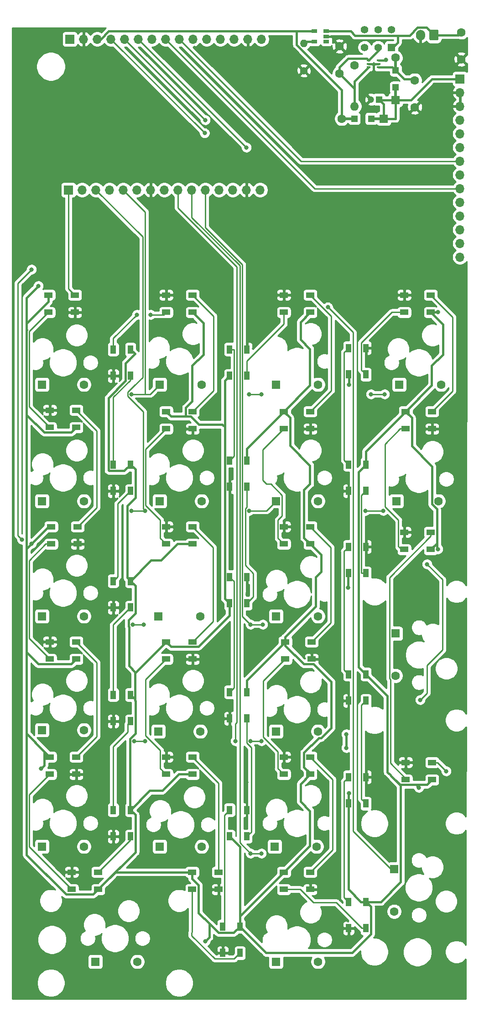
<source format=gtl>
G04 #@! TF.GenerationSoftware,KiCad,Pcbnew,(5.1.6)-1*
G04 #@! TF.CreationDate,2020-06-08T17:18:55+12:00*
G04 #@! TF.ProjectId,discipad-pcb,64697363-6970-4616-942d-7063622e6b69,rev?*
G04 #@! TF.SameCoordinates,Original*
G04 #@! TF.FileFunction,Copper,L1,Top*
G04 #@! TF.FilePolarity,Positive*
%FSLAX46Y46*%
G04 Gerber Fmt 4.6, Leading zero omitted, Abs format (unit mm)*
G04 Created by KiCad (PCBNEW (5.1.6)-1) date 2020-06-08 17:18:55*
%MOMM*%
%LPD*%
G01*
G04 APERTURE LIST*
G04 #@! TA.AperFunction,ComponentPad*
%ADD10C,1.400000*%
G04 #@! TD*
G04 #@! TA.AperFunction,ComponentPad*
%ADD11R,1.400000X1.400000*%
G04 #@! TD*
G04 #@! TA.AperFunction,ComponentPad*
%ADD12O,1.700000X1.700000*%
G04 #@! TD*
G04 #@! TA.AperFunction,ComponentPad*
%ADD13R,1.700000X1.700000*%
G04 #@! TD*
G04 #@! TA.AperFunction,SMDPad,CuDef*
%ADD14R,0.650000X0.400000*%
G04 #@! TD*
G04 #@! TA.AperFunction,SMDPad,CuDef*
%ADD15R,1.060000X0.650000*%
G04 #@! TD*
G04 #@! TA.AperFunction,ComponentPad*
%ADD16O,1.400000X1.400000*%
G04 #@! TD*
G04 #@! TA.AperFunction,ComponentPad*
%ADD17O,1.600000X1.600000*%
G04 #@! TD*
G04 #@! TA.AperFunction,ComponentPad*
%ADD18C,1.600000*%
G04 #@! TD*
G04 #@! TA.AperFunction,ComponentPad*
%ADD19O,1.700000X2.000000*%
G04 #@! TD*
G04 #@! TA.AperFunction,Conductor*
%ADD20R,2.500000X0.500000*%
G04 #@! TD*
G04 #@! TA.AperFunction,ComponentPad*
%ADD21R,1.600000X1.600000*%
G04 #@! TD*
G04 #@! TA.AperFunction,SMDPad,CuDef*
%ADD22R,1.200000X1.200000*%
G04 #@! TD*
G04 #@! TA.AperFunction,Conductor*
%ADD23R,0.500000X2.500000*%
G04 #@! TD*
G04 #@! TA.AperFunction,SMDPad,CuDef*
%ADD24R,1.500000X1.000000*%
G04 #@! TD*
G04 #@! TA.AperFunction,SMDPad,CuDef*
%ADD25R,1.000000X1.500000*%
G04 #@! TD*
G04 #@! TA.AperFunction,ComponentPad*
%ADD26R,1.200000X1.200000*%
G04 #@! TD*
G04 #@! TA.AperFunction,ComponentPad*
%ADD27C,1.200000*%
G04 #@! TD*
G04 #@! TA.AperFunction,ViaPad*
%ADD28C,0.800000*%
G04 #@! TD*
G04 #@! TA.AperFunction,Conductor*
%ADD29C,0.250000*%
G04 #@! TD*
G04 #@! TA.AperFunction,Conductor*
%ADD30C,0.400000*%
G04 #@! TD*
G04 #@! TA.AperFunction,Conductor*
%ADD31C,0.254000*%
G04 #@! TD*
G04 APERTURE END LIST*
D10*
X66172493Y-1070493D03*
X68672493Y-1070493D03*
X71172493Y-1070493D03*
X66172493Y-4370493D03*
X68672493Y-4370493D03*
D11*
X71172493Y-4370493D03*
D12*
X83872493Y-43232493D03*
X83872493Y-40692493D03*
X83872493Y-38152493D03*
X83872493Y-35612493D03*
X83872493Y-33072493D03*
X83872493Y-30532493D03*
X83872493Y-27992493D03*
X83872493Y-25452493D03*
X83872493Y-22912493D03*
X83872493Y-20372493D03*
X83872493Y-17832493D03*
X83872493Y-15292493D03*
X83872493Y-12752493D03*
D13*
X83872493Y-10212493D03*
D12*
X46788493Y-30786493D03*
X44248493Y-30786493D03*
X41708493Y-30786493D03*
X39168493Y-30786493D03*
X36628493Y-30786493D03*
X34088493Y-30786493D03*
X31548493Y-30786493D03*
X29008493Y-30786493D03*
X26468493Y-30786493D03*
X23928493Y-30786493D03*
X21388493Y-30786493D03*
X18848493Y-30786493D03*
X16308493Y-30786493D03*
X13768493Y-30786493D03*
D13*
X11228493Y-30786493D03*
D12*
X47042493Y-2846493D03*
X44502493Y-2846493D03*
X41962493Y-2846493D03*
X39422493Y-2846493D03*
X36882493Y-2846493D03*
X34342493Y-2846493D03*
X31802493Y-2846493D03*
X29262493Y-2846493D03*
X26722493Y-2846493D03*
X24182493Y-2846493D03*
X21642493Y-2846493D03*
X19102493Y-2846493D03*
X16562493Y-2846493D03*
X14022493Y-2846493D03*
D13*
X11482493Y-2846493D03*
D14*
X68820493Y-6768493D03*
X68820493Y-8068493D03*
X66920493Y-7418493D03*
X68820493Y-7418493D03*
X66920493Y-8068493D03*
X66920493Y-6768493D03*
D15*
X56864493Y-3288493D03*
X56864493Y-1388493D03*
X59064493Y-1388493D03*
X59064493Y-2338493D03*
X59064493Y-3288493D03*
D16*
X54916493Y-3608493D03*
D10*
X54916493Y-8688493D03*
D17*
X64314493Y-15292493D03*
D18*
X64314493Y-7672493D03*
D19*
X76546493Y-2084493D03*
G04 #@! TA.AperFunction,ComponentPad*
G36*
G01*
X79896493Y-1334493D02*
X79896493Y-2834493D01*
G75*
G02*
X79646493Y-3084493I-250000J0D01*
G01*
X78446493Y-3084493D01*
G75*
G02*
X78196493Y-2834493I0J250000D01*
G01*
X78196493Y-1334493D01*
G75*
G02*
X78446493Y-1084493I250000J0D01*
G01*
X79646493Y-1084493D01*
G75*
G02*
X79896493Y-1334493I0J-250000D01*
G01*
G37*
G04 #@! TD.AperFunction*
D20*
X63138493Y-17578493D03*
X68538493Y-17578493D03*
D18*
X61938493Y-17578493D03*
D21*
X69738493Y-17578493D03*
D22*
X67413493Y-17578493D03*
X64263493Y-17578493D03*
D23*
X71934493Y-7512493D03*
X71934493Y-12912493D03*
D18*
X71934493Y-6312493D03*
D21*
X71934493Y-14112493D03*
D22*
X71934493Y-11787493D03*
X71934493Y-8637493D03*
D18*
X84126493Y-6576493D03*
X84126493Y-1576493D03*
X75490493Y-15466493D03*
X75490493Y-10466493D03*
X61520493Y-4196493D03*
X61520493Y-9196493D03*
D24*
X78702493Y-140082493D03*
X78702493Y-136882493D03*
X73802493Y-140082493D03*
X73802493Y-136882493D03*
X78448493Y-97410493D03*
X78448493Y-94210493D03*
X73548493Y-97410493D03*
X73548493Y-94210493D03*
X73802493Y-71858493D03*
X73802493Y-75058493D03*
X78702493Y-71858493D03*
X78702493Y-75058493D03*
X78448493Y-53468493D03*
X78448493Y-50268493D03*
X73548493Y-53468493D03*
X73548493Y-50268493D03*
D25*
X63222493Y-64986493D03*
X66422493Y-64986493D03*
X63222493Y-60086493D03*
X66422493Y-60086493D03*
X66422493Y-81676493D03*
X63222493Y-81676493D03*
X66422493Y-86576493D03*
X63222493Y-86576493D03*
X63222493Y-101816493D03*
X66422493Y-101816493D03*
X63222493Y-96916493D03*
X66422493Y-96916493D03*
X66422493Y-120538493D03*
X63222493Y-120538493D03*
X66422493Y-125438493D03*
X63222493Y-125438493D03*
X63222493Y-144488493D03*
X66422493Y-144488493D03*
X63222493Y-139588493D03*
X66422493Y-139588493D03*
X66422493Y-162702493D03*
X63222493Y-162702493D03*
X66422493Y-167602493D03*
X63222493Y-167602493D03*
D24*
X51196493Y-157202493D03*
X51196493Y-160402493D03*
X56096493Y-157202493D03*
X56096493Y-160402493D03*
X56096493Y-139066493D03*
X56096493Y-135866493D03*
X51196493Y-139066493D03*
X51196493Y-135866493D03*
X51450493Y-114530493D03*
X51450493Y-117730493D03*
X56350493Y-114530493D03*
X56350493Y-117730493D03*
X56096493Y-96394493D03*
X56096493Y-93194493D03*
X51196493Y-96394493D03*
X51196493Y-93194493D03*
X51196493Y-71858493D03*
X51196493Y-75058493D03*
X56096493Y-71858493D03*
X56096493Y-75058493D03*
X56096493Y-53468493D03*
X56096493Y-50268493D03*
X51196493Y-53468493D03*
X51196493Y-50268493D03*
D25*
X41124493Y-65240493D03*
X44324493Y-65240493D03*
X41124493Y-60340493D03*
X44324493Y-60340493D03*
X44324493Y-80914493D03*
X41124493Y-80914493D03*
X44324493Y-85814493D03*
X41124493Y-85814493D03*
X41124493Y-107404493D03*
X44324493Y-107404493D03*
X41124493Y-102504493D03*
X44324493Y-102504493D03*
X44324493Y-123840493D03*
X41124493Y-123840493D03*
X44324493Y-128740493D03*
X41124493Y-128740493D03*
X41124493Y-150584493D03*
X44324493Y-150584493D03*
X41124493Y-145684493D03*
X44324493Y-145684493D03*
X43054493Y-167274493D03*
X39854493Y-167274493D03*
X43054493Y-172174493D03*
X39854493Y-172174493D03*
D24*
X34178493Y-157202493D03*
X34178493Y-160402493D03*
X39078493Y-157202493D03*
X39078493Y-160402493D03*
X34252493Y-139066493D03*
X34252493Y-135866493D03*
X29352493Y-139066493D03*
X29352493Y-135866493D03*
X29352493Y-114530493D03*
X29352493Y-117730493D03*
X34252493Y-114530493D03*
X34252493Y-117730493D03*
D18*
X80406493Y-66854493D03*
D21*
X72606493Y-66854493D03*
D18*
X57546493Y-66854493D03*
D21*
X49746493Y-66854493D03*
D18*
X35956493Y-66854493D03*
D21*
X28156493Y-66854493D03*
D18*
X14112493Y-66854493D03*
D21*
X6312493Y-66854493D03*
D26*
X68886493Y-14022493D03*
D27*
X67386493Y-14022493D03*
D21*
X6312493Y-88444493D03*
D18*
X14112493Y-88444493D03*
D21*
X28156493Y-88444493D03*
D18*
X35956493Y-88444493D03*
D21*
X49746493Y-88444493D03*
D18*
X57546493Y-88444493D03*
D21*
X72098493Y-88444493D03*
D18*
X79898493Y-88444493D03*
X14112493Y-109780493D03*
D21*
X6312493Y-109780493D03*
X27902493Y-109780493D03*
D18*
X35702493Y-109780493D03*
D21*
X49746493Y-109780493D03*
D18*
X57546493Y-109780493D03*
D21*
X6312493Y-130862493D03*
D18*
X14112493Y-130862493D03*
D21*
X27902493Y-131116493D03*
D18*
X35702493Y-131116493D03*
X57546493Y-131116493D03*
D21*
X49746493Y-131116493D03*
D18*
X71934493Y-120792493D03*
D21*
X71934493Y-112992493D03*
D18*
X14112493Y-152452493D03*
D21*
X6312493Y-152452493D03*
X28156493Y-152452493D03*
D18*
X35956493Y-152452493D03*
X57292493Y-152452493D03*
D21*
X49492493Y-152452493D03*
D18*
X24018493Y-173788493D03*
D21*
X16218493Y-173788493D03*
D18*
X57546493Y-173788493D03*
D21*
X49746493Y-173788493D03*
D18*
X71680493Y-164480493D03*
D21*
X71680493Y-156680493D03*
D24*
X7508493Y-50268493D03*
X7508493Y-53468493D03*
X12408493Y-50268493D03*
X12408493Y-53468493D03*
X7762493Y-71604493D03*
X7762493Y-74804493D03*
X12662493Y-71604493D03*
X12662493Y-74804493D03*
X8016493Y-93194493D03*
X8016493Y-96394493D03*
X12916493Y-93194493D03*
X12916493Y-96394493D03*
X7762493Y-114530493D03*
X7762493Y-117730493D03*
X12662493Y-114530493D03*
X12662493Y-117730493D03*
X7762493Y-135866493D03*
X7762493Y-139066493D03*
X12662493Y-135866493D03*
X12662493Y-139066493D03*
X11826493Y-157202493D03*
X11826493Y-160402493D03*
X16726493Y-157202493D03*
X16726493Y-160402493D03*
D25*
X19534493Y-150584493D03*
X22734493Y-150584493D03*
X19534493Y-145684493D03*
X22734493Y-145684493D03*
X22734493Y-124348493D03*
X19534493Y-124348493D03*
X22734493Y-129248493D03*
X19534493Y-129248493D03*
X19534493Y-108166493D03*
X22734493Y-108166493D03*
X19534493Y-103266493D03*
X22734493Y-103266493D03*
X22734493Y-81676493D03*
X19534493Y-81676493D03*
X22734493Y-86576493D03*
X19534493Y-86576493D03*
X19534493Y-65240493D03*
X22734493Y-65240493D03*
X19534493Y-60340493D03*
X22734493Y-60340493D03*
D24*
X34252493Y-53468493D03*
X34252493Y-50268493D03*
X29352493Y-53468493D03*
X29352493Y-50268493D03*
X34252493Y-75058493D03*
X34252493Y-71858493D03*
X29352493Y-75058493D03*
X29352493Y-71858493D03*
X34252493Y-96394493D03*
X34252493Y-93194493D03*
X29352493Y-96394493D03*
X29352493Y-93194493D03*
D28*
X44756493Y-90222493D03*
X22912493Y-90222493D03*
X25452493Y-90222493D03*
X69648493Y-90222493D03*
X66346493Y-90222493D03*
X23166493Y-111304493D03*
X25198493Y-111304493D03*
X45010493Y-111304493D03*
X47296493Y-111304493D03*
X23420493Y-132894493D03*
X25452493Y-132894493D03*
X45010493Y-132894493D03*
X47042493Y-132894493D03*
X42216493Y-132894493D03*
X45010493Y-153722493D03*
X47042493Y-153722493D03*
X59359146Y-52505840D03*
X44502493Y-105462493D03*
X48820493Y-162358493D03*
X72950493Y-109018493D03*
X9958493Y-71680493D03*
X32310493Y-74982493D03*
X31548493Y-93270493D03*
X14022493Y-157024493D03*
X53138493Y-93270493D03*
X36374493Y-117654493D03*
X58472493Y-74982493D03*
X58218493Y-160326493D03*
X44248493Y-140514493D03*
X37390493Y-140514493D03*
X58472493Y-117654493D03*
X53646493Y-119178493D03*
X38406493Y-138482493D03*
X68378493Y-100890493D03*
X73966493Y-92000493D03*
X41454493Y-92508493D03*
X67616493Y-116892493D03*
X65584493Y-122734493D03*
X59996493Y-7672493D03*
X9958493Y-113844493D03*
X71172493Y-92762493D03*
X81586493Y-34342493D03*
X78030493Y-34596493D03*
X81332493Y-17070493D03*
X81332493Y-21642493D03*
X81586493Y-26468493D03*
X81332493Y-24182493D03*
X83364493Y-136958493D03*
X63298493Y-142546493D03*
X62790493Y-134164493D03*
X62790493Y-131624493D03*
X63122492Y-104446493D03*
X63298493Y-66854493D03*
X79808493Y-53392493D03*
X76252493Y-141530493D03*
X79808493Y-97334493D03*
X5640493Y-48566493D03*
X4370493Y-96318493D03*
X6148493Y-137974493D03*
X36628493Y-169978493D03*
X23928493Y-53900493D03*
X26468493Y-53900493D03*
X36501493Y-20245493D03*
X36628493Y-17832493D03*
X22912493Y-68632493D03*
X44756493Y-68632493D03*
X47042493Y-68632493D03*
X67362493Y-68632493D03*
X69902493Y-68632493D03*
X44248493Y-22912493D03*
X70156493Y-6656493D03*
X81332493Y-138482493D03*
X76506493Y-125274493D03*
X77776493Y-100128493D03*
X4370493Y-45518493D03*
X2592493Y-95556493D03*
D29*
X22912493Y-90222493D02*
X25452493Y-90222493D01*
X67616493Y-90222493D02*
X69648493Y-90222493D01*
X22187492Y-68980494D02*
X22187492Y-68284492D01*
X22187492Y-68284492D02*
X23391992Y-67079992D01*
X23391992Y-67079992D02*
X23559494Y-66912490D01*
X23559494Y-70352496D02*
X22883992Y-69676994D01*
X22883992Y-69676994D02*
X22187492Y-68980494D01*
X25096582Y-89866582D02*
X25452493Y-90222493D01*
X25096582Y-71889584D02*
X25096582Y-89866582D01*
X22883992Y-69676994D02*
X25096582Y-71889584D01*
X66346493Y-90222493D02*
X67616493Y-90222493D01*
X47968493Y-90222493D02*
X49746493Y-88444493D01*
X44756493Y-90222493D02*
X47968493Y-90222493D01*
X23391992Y-67079992D02*
X23448994Y-67079992D01*
X23448994Y-67079992D02*
X25002483Y-65526503D01*
X25002483Y-39480483D02*
X25002483Y-52572503D01*
X16308493Y-30786493D02*
X25002483Y-39480483D01*
X25002483Y-65526503D02*
X25002483Y-52572503D01*
X25002483Y-52572503D02*
X25002483Y-52147091D01*
X23166493Y-111304493D02*
X25198493Y-111304493D01*
X45010493Y-111304493D02*
X47296493Y-111304493D01*
X36628493Y-37770083D02*
X36628493Y-30786493D01*
X43499492Y-44641082D02*
X36628493Y-37770083D01*
X43499492Y-109793492D02*
X43499492Y-44641082D01*
X45010493Y-111304493D02*
X43499492Y-109793492D01*
X23420493Y-132894493D02*
X25452493Y-132894493D01*
X45010493Y-132894493D02*
X47042493Y-132894493D01*
X42216493Y-129737495D02*
X42470493Y-129483495D01*
X42216493Y-132894493D02*
X42216493Y-129737495D01*
X31548493Y-34088493D02*
X42470493Y-45010493D01*
X42470493Y-129483495D02*
X42470493Y-45010493D01*
X31548493Y-30786493D02*
X31548493Y-34088493D01*
X45010493Y-153722493D02*
X47042493Y-153722493D01*
X45010493Y-153722493D02*
X43049482Y-151761482D01*
X43049482Y-151761482D02*
X43049482Y-44827482D01*
X34088493Y-35866493D02*
X43049482Y-44827482D01*
X34088493Y-30786493D02*
X34088493Y-35866493D01*
X71680493Y-156680493D02*
X71082493Y-156680493D01*
X71082493Y-156680493D02*
X64047494Y-149645494D01*
X64047494Y-57723492D02*
X64047494Y-57194188D01*
X64047494Y-57194188D02*
X59359146Y-52505840D01*
X64047494Y-149645494D02*
X64047494Y-57723492D01*
D30*
X44248493Y-105716493D02*
X44502493Y-105462493D01*
X73382493Y-50268493D02*
X73548493Y-50268493D01*
X7762493Y-71604493D02*
X9882493Y-71604493D01*
X9882493Y-71604493D02*
X9958493Y-71680493D01*
X34252493Y-75058493D02*
X32386493Y-75058493D01*
X32386493Y-75058493D02*
X32310493Y-74982493D01*
X29352493Y-93194493D02*
X31472493Y-93194493D01*
X31472493Y-93194493D02*
X31548493Y-93270493D01*
X11826493Y-157202493D02*
X13844493Y-157202493D01*
X13844493Y-157202493D02*
X14022493Y-157024493D01*
X51196493Y-93194493D02*
X53062493Y-93194493D01*
X53062493Y-93194493D02*
X53138493Y-93270493D01*
X34252493Y-117730493D02*
X36298493Y-117730493D01*
X36298493Y-117730493D02*
X36374493Y-117654493D01*
X56096493Y-75058493D02*
X58396493Y-75058493D01*
X58396493Y-75058493D02*
X58472493Y-74982493D01*
X56096493Y-160402493D02*
X58142493Y-160402493D01*
X58142493Y-160402493D02*
X58218493Y-160326493D01*
X44324493Y-145684493D02*
X44324493Y-140590493D01*
X44324493Y-140590493D02*
X44248493Y-140514493D01*
X56350493Y-117730493D02*
X58396493Y-117730493D01*
X58396493Y-117730493D02*
X58472493Y-117654493D01*
X41124493Y-128740493D02*
X41124493Y-135764493D01*
X41124493Y-135764493D02*
X38406493Y-138482493D01*
X59064493Y-2338493D02*
X62282493Y-2338493D01*
X67645493Y-7418493D02*
X67870493Y-7643493D01*
X66920493Y-7418493D02*
X67645493Y-7418493D01*
X67870493Y-7643493D02*
X67870493Y-9450493D01*
X68095493Y-7418493D02*
X67870493Y-7643493D01*
X68820493Y-7418493D02*
X68095493Y-7418493D01*
X67870493Y-9450493D02*
X67870493Y-9450493D01*
X66920493Y-7418493D02*
X68820493Y-7418493D01*
X11762492Y-75704494D02*
X12662493Y-74804493D01*
X3431582Y-72443584D02*
X6692492Y-75704494D01*
X3431582Y-56802928D02*
X3431582Y-72443584D01*
X3490473Y-56744037D02*
X3431582Y-56802928D01*
X6692492Y-75704494D02*
X11762492Y-75704494D01*
X11762492Y-118630494D02*
X12662493Y-117730493D01*
X5600494Y-118630494D02*
X11762492Y-118630494D01*
X3431582Y-116461582D02*
X5600494Y-118630494D01*
X3431582Y-72443584D02*
X3431582Y-88267582D01*
X3431582Y-88267582D02*
X3431582Y-88609582D01*
X3431582Y-116461582D02*
X3431582Y-131535582D01*
X15826492Y-161302494D02*
X16726493Y-160402493D01*
X3431582Y-153977584D02*
X10756492Y-161302494D01*
X10756492Y-161302494D02*
X15826492Y-161302494D01*
X3431582Y-131535582D02*
X3431582Y-153977584D01*
X19926493Y-157202493D02*
X17825493Y-159303493D01*
X34178493Y-157202493D02*
X19926493Y-157202493D01*
X17825493Y-159303493D02*
X16726493Y-160402493D01*
X23559494Y-125173494D02*
X22734493Y-124348493D01*
X23559494Y-125389492D02*
X23559494Y-120323492D01*
X23559494Y-125389492D02*
X23559494Y-125173494D01*
X23681493Y-120201493D02*
X22441492Y-118961492D01*
X23559494Y-120323492D02*
X23681493Y-120201493D01*
X23681493Y-120201493D02*
X29352493Y-114530493D01*
X22734493Y-103266493D02*
X26581128Y-99419858D01*
X23559494Y-61165494D02*
X22734493Y-60340493D01*
X23559494Y-146509494D02*
X22734493Y-145684493D01*
X23634494Y-146584494D02*
X23559494Y-146509494D01*
X23634494Y-153494492D02*
X23634494Y-146584494D01*
X17825493Y-159303493D02*
X23634494Y-153494492D01*
X22620492Y-145570492D02*
X22734493Y-145684493D01*
X22620492Y-132510492D02*
X22620492Y-145570492D01*
X23634494Y-125464492D02*
X23634494Y-131496490D01*
X23634494Y-131496490D02*
X22620492Y-132510492D01*
X23559494Y-125389492D02*
X23634494Y-125464492D01*
X31673356Y-139066493D02*
X34252493Y-139066493D01*
X28647991Y-142091858D02*
X31673356Y-139066493D01*
X26327128Y-142091858D02*
X28647991Y-142091858D01*
X22734493Y-145684493D02*
X26327128Y-142091858D01*
X23634494Y-104166494D02*
X22734493Y-103266493D01*
X22366492Y-110504496D02*
X23634494Y-109236494D01*
X22366492Y-111688494D02*
X22366492Y-110504496D01*
X22441492Y-111763494D02*
X22366492Y-111688494D01*
X23634494Y-109236494D02*
X23634494Y-104166494D01*
X22441492Y-118961492D02*
X22441492Y-111763494D01*
X22112492Y-102644492D02*
X22112492Y-89318492D01*
X22734493Y-103266493D02*
X22112492Y-102644492D01*
D29*
X22187492Y-102719492D02*
X22187492Y-89243492D01*
D30*
X22112492Y-89318492D02*
X22187492Y-89243492D01*
X31419356Y-96394493D02*
X34252493Y-96394493D01*
X28393991Y-99419858D02*
X31419356Y-96394493D01*
X26581128Y-99419858D02*
X28393991Y-99419858D01*
X23634494Y-82576494D02*
X22734493Y-81676493D01*
X23634494Y-87796490D02*
X23634494Y-82576494D01*
X22112492Y-89318492D02*
X23634494Y-87796490D01*
X21584492Y-82826494D02*
X22734493Y-81676493D01*
X18714492Y-82826494D02*
X21584492Y-82826494D01*
X18634492Y-69374018D02*
X18634492Y-82746494D01*
X21834492Y-62890496D02*
X21834492Y-66174018D01*
X18634492Y-82746494D02*
X18714492Y-82826494D01*
X21834492Y-66174018D02*
X18634492Y-69374018D01*
X23559494Y-61165494D02*
X21834492Y-62890496D01*
X34178493Y-158432491D02*
X35358493Y-159612491D01*
X34178493Y-157202493D02*
X34178493Y-158432491D01*
X41904492Y-168424494D02*
X43054493Y-167274493D01*
X39034492Y-168424494D02*
X41904492Y-168424494D01*
X35358493Y-159612491D02*
X35358493Y-164748495D01*
X43054493Y-165344493D02*
X51196493Y-157202493D01*
X43054493Y-167274493D02*
X43054493Y-165344493D01*
X43054493Y-152514493D02*
X41124493Y-150584493D01*
X43054493Y-167274493D02*
X43054493Y-152514493D01*
X41124493Y-109628495D02*
X41124493Y-107404493D01*
X35322494Y-115430494D02*
X41124493Y-109628495D01*
X30252494Y-115430494D02*
X35322494Y-115430494D01*
X29352493Y-114530493D02*
X30252494Y-115430494D01*
X40224492Y-66140494D02*
X41124493Y-65240493D01*
X41124493Y-107404493D02*
X40224492Y-106504492D01*
X39769490Y-74233492D02*
X40224492Y-74688494D01*
X40224492Y-106504492D02*
X40224492Y-74688494D01*
X40224492Y-74688494D02*
X40224492Y-66140494D01*
X30252494Y-72758494D02*
X29352493Y-71858493D01*
X35397494Y-74233492D02*
X33922496Y-72758494D01*
X39769490Y-74233492D02*
X35397494Y-74233492D01*
X33010492Y-71130492D02*
X33010492Y-72758494D01*
X34196394Y-69944590D02*
X33010492Y-71130492D01*
X34196394Y-63371258D02*
X34196394Y-69944590D01*
X36242494Y-61325158D02*
X34196394Y-63371258D01*
X36242494Y-55458494D02*
X36242494Y-61325158D01*
X34252493Y-53468493D02*
X36242494Y-55458494D01*
X33010492Y-72758494D02*
X30252494Y-72758494D01*
X33922496Y-72758494D02*
X33010492Y-72758494D01*
X78646394Y-67014592D02*
X73802493Y-71858493D01*
X78646394Y-63371258D02*
X78646394Y-67014592D01*
X80692494Y-61325158D02*
X78646394Y-63371258D01*
X80692494Y-55712494D02*
X80692494Y-61325158D01*
X78448493Y-53468493D02*
X80692494Y-55712494D01*
X66422493Y-79238493D02*
X73802493Y-71858493D01*
X66422493Y-81676493D02*
X66422493Y-79238493D01*
X65072482Y-83026504D02*
X65072482Y-119188482D01*
X65072482Y-119188482D02*
X66422493Y-120538493D01*
X66422493Y-81676493D02*
X65072482Y-83026504D01*
X74952494Y-73008494D02*
X73802493Y-71858493D01*
X74952494Y-78272496D02*
X74952494Y-73008494D01*
X78698492Y-82018494D02*
X74952494Y-78272496D01*
X78698492Y-89020494D02*
X78698492Y-82018494D01*
X79598494Y-89920496D02*
X78698492Y-89020494D01*
X79598494Y-96260492D02*
X79598494Y-89920496D01*
X78448493Y-97410493D02*
X79598494Y-96260492D01*
X77802492Y-140982494D02*
X78702493Y-140082493D01*
X70427394Y-138677396D02*
X70956492Y-139206494D01*
X70427394Y-124543394D02*
X70427394Y-138677396D01*
X66422493Y-120538493D02*
X70427394Y-124543394D01*
X54286492Y-140876494D02*
X56096493Y-139066493D01*
X56040394Y-145860590D02*
X54286492Y-144106688D01*
X56040394Y-152358592D02*
X56040394Y-145860590D01*
X54286492Y-144106688D02*
X54286492Y-140876494D01*
X51196493Y-157202493D02*
X56040394Y-152358592D01*
X67322494Y-163602494D02*
X66422493Y-162702493D01*
X63876594Y-172118394D02*
X67322494Y-168672494D01*
X47898394Y-172118394D02*
X63876594Y-172118394D01*
X67322494Y-168672494D02*
X67322494Y-163602494D01*
X43054493Y-167274493D02*
X47898394Y-172118394D01*
X63222493Y-160402493D02*
X63222493Y-144488493D01*
X65522493Y-162702493D02*
X63222493Y-160402493D01*
X66422493Y-162702493D02*
X65522493Y-162702493D01*
X59977394Y-130461594D02*
X59977394Y-121953394D01*
X56096493Y-138900493D02*
X54946492Y-137750492D01*
X54946492Y-135046492D02*
X57676490Y-132316494D01*
X59977394Y-121953394D02*
X56654494Y-118630494D01*
X58122494Y-132316494D02*
X59977394Y-130461594D01*
X56096493Y-139066493D02*
X56096493Y-138900493D01*
X54946492Y-137750492D02*
X54946492Y-135046492D01*
X56654494Y-118630494D02*
X54876494Y-118630494D01*
X57676490Y-132316494D02*
X58122494Y-132316494D01*
X51450493Y-115204493D02*
X51450493Y-114530493D01*
X54876494Y-118630494D02*
X51450493Y-115204493D01*
X44324493Y-121656493D02*
X44324493Y-123840493D01*
X51450493Y-114530493D02*
X44324493Y-121656493D01*
X58086494Y-98384494D02*
X56096493Y-96394493D01*
X58086494Y-101548494D02*
X58086494Y-98384494D01*
X57098494Y-102536494D02*
X58086494Y-101548494D01*
X51450493Y-113630493D02*
X57098494Y-107982492D01*
X57098494Y-107982492D02*
X57098494Y-102536494D01*
X51450493Y-114530493D02*
X51450493Y-113630493D01*
X52346494Y-73008494D02*
X51196493Y-71858493D01*
X52346494Y-78158690D02*
X52346494Y-73008494D01*
X56040394Y-81852590D02*
X52346494Y-78158690D01*
X56040394Y-85275566D02*
X56040394Y-81852590D01*
X54946492Y-86369468D02*
X56040394Y-85275566D01*
X54946492Y-95244492D02*
X54946492Y-86369468D01*
X56096493Y-96394493D02*
X54946492Y-95244492D01*
X44324493Y-78730493D02*
X44324493Y-80914493D01*
X51196493Y-71858493D02*
X44324493Y-78730493D01*
X54286492Y-55278494D02*
X56096493Y-53468493D01*
X54286492Y-58508688D02*
X54286492Y-55278494D01*
X56040394Y-67014592D02*
X56040394Y-60262590D01*
X56040394Y-60262590D02*
X54286492Y-58508688D01*
X51196493Y-71858493D02*
X56040394Y-67014592D01*
X63222493Y-144488493D02*
X63222493Y-142622493D01*
X63222493Y-142622493D02*
X63298493Y-142546493D01*
X62790493Y-134164493D02*
X62790493Y-131624493D01*
X63122492Y-101916494D02*
X63222493Y-101816493D01*
X63122492Y-104446493D02*
X63122492Y-101916494D01*
X63298493Y-65062493D02*
X63222493Y-64986493D01*
X63298493Y-66854493D02*
X63298493Y-65062493D01*
X71934493Y-14112493D02*
X71934493Y-17324493D01*
X68976493Y-14112493D02*
X68886493Y-14022493D01*
X71934493Y-14112493D02*
X68976493Y-14112493D01*
X69738493Y-14874493D02*
X68886493Y-14022493D01*
X69738493Y-17578493D02*
X69738493Y-14874493D01*
X69738493Y-17578493D02*
X71934493Y-17578493D01*
X71934493Y-17578493D02*
X71934493Y-17324493D01*
X78714491Y-10212493D02*
X83872493Y-10212493D01*
X74814491Y-14112493D02*
X78714491Y-10212493D01*
X71934493Y-14112493D02*
X74814491Y-14112493D01*
X78524493Y-53392493D02*
X78448493Y-53468493D01*
X79808493Y-53392493D02*
X78524493Y-53392493D01*
X72880494Y-159014960D02*
X72880494Y-141130496D01*
X69192961Y-162702493D02*
X72880494Y-159014960D01*
X66422493Y-162702493D02*
X69192961Y-162702493D01*
X71083492Y-139333494D02*
X72732492Y-140982494D01*
X72880494Y-141130496D02*
X71083492Y-139333494D01*
X70956492Y-139206494D02*
X71083492Y-139333494D01*
X75704494Y-140982494D02*
X76252493Y-141530493D01*
X74768492Y-140982494D02*
X75704494Y-140982494D01*
X74768492Y-140982494D02*
X77802492Y-140982494D01*
X72732492Y-140982494D02*
X74768492Y-140982494D01*
X79598494Y-96260492D02*
X79598494Y-97124494D01*
X79598494Y-97124494D02*
X79808493Y-97334493D01*
X7508493Y-51498491D02*
X7508493Y-50268493D01*
X3431582Y-55575402D02*
X7508493Y-51498491D01*
X3431582Y-56802928D02*
X3431582Y-55575402D01*
X3431582Y-55575402D02*
X3431582Y-50775404D01*
X3431582Y-50775404D02*
X5640493Y-48566493D01*
X8016493Y-93194493D02*
X7494493Y-93194493D01*
X7494493Y-93194493D02*
X4370493Y-96318493D01*
X6739493Y-137383493D02*
X6148493Y-137974493D01*
X6739493Y-134843493D02*
X6739493Y-137383493D01*
X6739493Y-134843493D02*
X7762493Y-135866493D01*
X3431582Y-131535582D02*
X6739493Y-134843493D01*
X37338492Y-169268494D02*
X36628493Y-169978493D01*
X37338492Y-166728494D02*
X37338492Y-169268494D01*
X37338492Y-166728494D02*
X39034492Y-168424494D01*
X35358493Y-164748495D02*
X37338492Y-166728494D01*
X3431582Y-97257404D02*
X4370493Y-96318493D01*
X3431582Y-97257404D02*
X3431582Y-116461582D01*
X3431582Y-88267582D02*
X3431582Y-97257404D01*
D29*
X3956592Y-70998592D02*
X7762493Y-74804493D01*
X3956592Y-57020394D02*
X3956592Y-70998592D01*
X7508493Y-53468493D02*
X3956592Y-57020394D01*
X11228493Y-49088493D02*
X12408493Y-50268493D01*
X11228493Y-30786493D02*
X11228493Y-49088493D01*
X16468394Y-89642592D02*
X12916493Y-93194493D01*
X12662493Y-71604493D02*
X16468394Y-75410394D01*
X16468394Y-75410394D02*
X16468394Y-89642592D01*
X3956592Y-113924592D02*
X7762493Y-117730493D01*
X7016493Y-96394493D02*
X3956592Y-99454394D01*
X3956592Y-99454394D02*
X3956592Y-113924592D01*
X8016493Y-96394493D02*
X7016493Y-96394493D01*
X16468394Y-132060592D02*
X12662493Y-135866493D01*
X16468394Y-118336394D02*
X16468394Y-132060592D01*
X12662493Y-114530493D02*
X16468394Y-118336394D01*
X3956592Y-152532592D02*
X11826493Y-160402493D01*
X3956592Y-142872394D02*
X3956592Y-152532592D01*
X7762493Y-139066493D02*
X3956592Y-142872394D01*
X22734493Y-150584493D02*
X22734493Y-151194493D01*
X22734493Y-151194493D02*
X20289493Y-153639493D01*
X16726493Y-157202493D02*
X20289493Y-153639493D01*
X20289493Y-153639493D02*
X20626493Y-153302493D01*
X22245482Y-131275504D02*
X22245482Y-129737504D01*
X22245482Y-129737504D02*
X22734493Y-129248493D01*
X19534493Y-133986493D02*
X22245482Y-131275504D01*
X19534493Y-145684493D02*
X19534493Y-133986493D01*
X19534493Y-111366493D02*
X22734493Y-108166493D01*
X19534493Y-124348493D02*
X19534493Y-111366493D01*
X20359494Y-88951492D02*
X22734493Y-86576493D01*
X20359494Y-102441492D02*
X20359494Y-88951492D01*
X19534493Y-103266493D02*
X20359494Y-102441492D01*
X19534493Y-81676493D02*
X19534493Y-69216493D01*
X22734493Y-66016493D02*
X22734493Y-65240493D01*
X19534493Y-69216493D02*
X22734493Y-66016493D01*
X29276493Y-53392493D02*
X29352493Y-53468493D01*
X19534493Y-60340493D02*
X19534493Y-58294493D01*
X19534493Y-58294493D02*
X23928493Y-53900493D01*
X28920493Y-53900493D02*
X29352493Y-53468493D01*
X26468493Y-53900493D02*
X28920493Y-53900493D01*
X34252493Y-50268493D02*
X38152493Y-54168493D01*
X38152493Y-67958493D02*
X34252493Y-71858493D01*
X38152493Y-54168493D02*
X38152493Y-67958493D01*
X28277492Y-95319492D02*
X29352493Y-96394493D01*
X28277492Y-91974490D02*
X28277492Y-95319492D01*
X25546592Y-89243590D02*
X28277492Y-91974490D01*
X25546592Y-78864394D02*
X25546592Y-89243590D01*
X29352493Y-75058493D02*
X25546592Y-78864394D01*
X38058394Y-97000394D02*
X38058394Y-110724592D01*
X38058394Y-110724592D02*
X34252493Y-114530493D01*
X34252493Y-93194493D02*
X38058394Y-97000394D01*
X36628493Y-20372493D02*
X36501493Y-20245493D01*
X36501493Y-20245493D02*
X19102493Y-2846493D01*
X36628493Y-17832493D02*
X21642493Y-2846493D01*
X28277492Y-134646490D02*
X28277492Y-137991492D01*
X25546592Y-131915590D02*
X28277492Y-134646490D01*
X28277492Y-137991492D02*
X29352493Y-139066493D01*
X25546592Y-121536394D02*
X25546592Y-131915590D01*
X29352493Y-117730493D02*
X25546592Y-121536394D01*
X39078493Y-140692493D02*
X39078493Y-157202493D01*
X34252493Y-135866493D02*
X39078493Y-140692493D01*
X22912493Y-68632493D02*
X25452493Y-68632493D01*
X44756493Y-68632493D02*
X47042493Y-68632493D01*
X67362493Y-68632493D02*
X69902493Y-68632493D01*
X26378493Y-68632493D02*
X28156493Y-66854493D01*
X25452493Y-68632493D02*
X26378493Y-68632493D01*
X25452493Y-34850493D02*
X25452493Y-54154493D01*
X21388493Y-30786493D02*
X25452493Y-34850493D01*
X25452493Y-68632493D02*
X25452493Y-54154493D01*
X25452493Y-54154493D02*
X25452493Y-52333491D01*
X34178493Y-168333495D02*
X34088493Y-168423495D01*
X34178493Y-160402493D02*
X34178493Y-168333495D01*
X34088493Y-168423495D02*
X34088493Y-168962493D01*
X41979492Y-173249494D02*
X43054493Y-172174493D01*
X38375494Y-173249494D02*
X41979492Y-173249494D01*
X34088493Y-168962493D02*
X38375494Y-173249494D01*
X40153494Y-146655492D02*
X41124493Y-145684493D01*
X40153494Y-166975492D02*
X40153494Y-146655492D01*
X39854493Y-167274493D02*
X40153494Y-166975492D01*
X44285492Y-133242494D02*
X44285492Y-128779494D01*
X45149494Y-134106496D02*
X44285492Y-133242494D01*
X45149494Y-149759492D02*
X45149494Y-134106496D01*
X44285492Y-128779494D02*
X44324493Y-128740493D01*
X44324493Y-150584493D02*
X45149494Y-149759492D01*
X41949494Y-103329494D02*
X41124493Y-102504493D01*
X41949494Y-123015492D02*
X41949494Y-103329494D01*
X41124493Y-123840493D02*
X41949494Y-123015492D01*
X45518493Y-106210493D02*
X44324493Y-107404493D01*
X45518493Y-101863491D02*
X45518493Y-106210493D01*
X44031492Y-100376490D02*
X45518493Y-101863491D01*
X44031492Y-89874492D02*
X44031492Y-100376490D01*
X44324493Y-89581491D02*
X44031492Y-89874492D01*
X44324493Y-85814493D02*
X44324493Y-89581491D01*
X41949494Y-80089492D02*
X41124493Y-80914493D01*
X41949494Y-60415494D02*
X41949494Y-80089492D01*
X41874493Y-60340493D02*
X41949494Y-60415494D01*
X41124493Y-60340493D02*
X41874493Y-60340493D01*
X51196493Y-55641422D02*
X51196493Y-53468493D01*
X44324493Y-62513422D02*
X51196493Y-55641422D01*
X44324493Y-65240493D02*
X44324493Y-62513422D01*
X56096493Y-50268493D02*
X59996493Y-54168493D01*
X59996493Y-67958493D02*
X56096493Y-71858493D01*
X59996493Y-54168493D02*
X59996493Y-67958493D01*
X50121492Y-95319492D02*
X51196493Y-96394493D01*
X50121492Y-91974490D02*
X50121492Y-95319492D01*
X51196493Y-75058493D02*
X47390592Y-78864394D01*
X48789396Y-85302394D02*
X48002060Y-85302394D01*
X50121492Y-91974490D02*
X50871494Y-91224488D01*
X48002060Y-85302394D02*
X47296493Y-84596827D01*
X50871494Y-87384492D02*
X48789396Y-85302394D01*
X50871494Y-91224488D02*
X50871494Y-87384492D01*
X47296493Y-78958493D02*
X47390592Y-78864394D01*
X47296493Y-84596827D02*
X47296493Y-78958493D01*
X59902394Y-110978592D02*
X56350493Y-114530493D01*
X59902394Y-97000394D02*
X59902394Y-110978592D01*
X56096493Y-93194493D02*
X59902394Y-97000394D01*
X50121492Y-137991492D02*
X51196493Y-139066493D01*
X47390592Y-132169590D02*
X50121492Y-134900490D01*
X50121492Y-134900490D02*
X50121492Y-137991492D01*
X47390592Y-121790394D02*
X47390592Y-132169590D01*
X51450493Y-117730493D02*
X47390592Y-121790394D01*
X56096493Y-135866493D02*
X60250493Y-140020493D01*
X60250493Y-153048493D02*
X56096493Y-157202493D01*
X60250493Y-140020493D02*
X60250493Y-153048493D01*
X65672493Y-167602493D02*
X66422493Y-167602493D01*
X60889049Y-162819049D02*
X65672493Y-167602493D01*
X56678047Y-162819049D02*
X60889049Y-162819049D01*
X54261491Y-160402493D02*
X56678047Y-162819049D01*
X51196493Y-160402493D02*
X54261491Y-160402493D01*
X62397492Y-140413494D02*
X63222493Y-139588493D01*
X62397492Y-161877492D02*
X62397492Y-140413494D01*
X63222493Y-162702493D02*
X62397492Y-161877492D01*
X65597492Y-143663492D02*
X65597492Y-126263494D01*
X65597492Y-126263494D02*
X66422493Y-125438493D01*
X66422493Y-144488493D02*
X65597492Y-143663492D01*
X62397492Y-97741494D02*
X63222493Y-96916493D01*
X62397492Y-119713492D02*
X62397492Y-97741494D01*
X63222493Y-120538493D02*
X62397492Y-119713492D01*
X65597492Y-87401494D02*
X66422493Y-86576493D01*
X65597492Y-101741492D02*
X65597492Y-87401494D01*
X65672493Y-101816493D02*
X65597492Y-101741492D01*
X66422493Y-101816493D02*
X65672493Y-101816493D01*
X62397492Y-60911494D02*
X63222493Y-60086493D01*
X62397492Y-80851492D02*
X62397492Y-60911494D01*
X63222493Y-81676493D02*
X62397492Y-80851492D01*
X71205491Y-53468493D02*
X73548493Y-53468493D01*
X65597492Y-59076492D02*
X71205491Y-53468493D01*
X65597492Y-64161492D02*
X65597492Y-59076492D01*
X66422493Y-64986493D02*
X65597492Y-64161492D01*
X82508394Y-54328394D02*
X82508394Y-68052592D01*
X82508394Y-68052592D02*
X78702493Y-71858493D01*
X78448493Y-50268493D02*
X82508394Y-54328394D01*
X72473492Y-91974490D02*
X72473492Y-96857492D01*
X69996592Y-89497590D02*
X72473492Y-91974490D01*
X69996592Y-77864394D02*
X69996592Y-89497590D01*
X73802493Y-75058493D02*
X72802493Y-75058493D01*
X72802493Y-75058493D02*
X69996592Y-77864394D01*
X73026493Y-97410493D02*
X73548493Y-97410493D01*
X72473492Y-96857492D02*
X73026493Y-97410493D01*
X78448493Y-94960493D02*
X70809492Y-102599494D01*
X78448493Y-94210493D02*
X78448493Y-94960493D01*
X73802493Y-140082493D02*
X73802493Y-139842493D01*
X70809492Y-121332494D02*
X70809492Y-102599494D01*
X70952404Y-121475406D02*
X70809492Y-121332494D01*
X70952404Y-136992404D02*
X70952404Y-121475406D01*
X73802493Y-139842493D02*
X70952404Y-136992404D01*
D30*
X83618493Y-2084493D02*
X84126493Y-1576493D01*
X79046493Y-2084493D02*
X83618493Y-2084493D01*
X77646483Y-684483D02*
X79046493Y-2084493D01*
X74542711Y-2170494D02*
X76028722Y-684483D01*
X76028722Y-684483D02*
X77646483Y-684483D01*
X72356492Y-3440494D02*
X71426493Y-4370493D01*
X72356492Y-2170494D02*
X74542711Y-2170494D01*
X72356492Y-2170494D02*
X72356492Y-3440494D01*
X64400494Y-2170494D02*
X63618493Y-1388493D01*
X72356492Y-2170494D02*
X64400494Y-2170494D01*
X59064493Y-1388493D02*
X63618493Y-1388493D01*
X73509493Y-10212493D02*
X71934493Y-8637493D01*
X75490493Y-10212493D02*
X73509493Y-10212493D01*
X71365493Y-8068493D02*
X71934493Y-8637493D01*
X68820493Y-8068493D02*
X71365493Y-8068493D01*
X17252491Y-2846493D02*
X18710491Y-1388493D01*
X16562493Y-2846493D02*
X17252491Y-2846493D01*
X18710491Y-1388493D02*
X53580493Y-1388493D01*
X53580493Y-3900495D02*
X53580493Y-1388493D01*
X61938493Y-12258495D02*
X53580493Y-3900495D01*
X53580493Y-1388493D02*
X56864493Y-1388493D01*
X61938493Y-17578493D02*
X61938493Y-12258495D01*
D29*
X54408493Y-25452493D02*
X31802493Y-2846493D01*
X83872493Y-25452493D02*
X54408493Y-25452493D01*
X44248493Y-22912493D02*
X24182493Y-2846493D01*
X56948493Y-30532493D02*
X29262493Y-2846493D01*
X83872493Y-30532493D02*
X56948493Y-30532493D01*
D30*
X68820493Y-6768493D02*
X70044493Y-6768493D01*
X70044493Y-6768493D02*
X70156493Y-6656493D01*
X55236493Y-3288493D02*
X54916493Y-3608493D01*
X56864493Y-3288493D02*
X55236493Y-3288493D01*
X63113124Y-6472492D02*
X61520493Y-8065123D01*
X61520493Y-8065123D02*
X61520493Y-9196493D01*
X64314493Y-11990493D02*
X61520493Y-9196493D01*
X64314493Y-15292493D02*
X64314493Y-11990493D01*
X66624492Y-6472492D02*
X63113124Y-6472492D01*
X66920493Y-6768493D02*
X66624492Y-6472492D01*
X64314493Y-10674493D02*
X66920493Y-8068493D01*
X64314493Y-15292493D02*
X64314493Y-10674493D01*
X68926493Y-4762493D02*
X66920493Y-6768493D01*
X68926493Y-4370493D02*
X68926493Y-4762493D01*
D29*
X78702493Y-136882493D02*
X79732493Y-136882493D01*
X79732493Y-136882493D02*
X81332493Y-138482493D01*
X76506493Y-125274493D02*
X77776493Y-124004493D01*
X80653494Y-103005494D02*
X77776493Y-100128493D01*
X77776493Y-118883467D02*
X80653494Y-116006466D01*
X77776493Y-124004493D02*
X77776493Y-118883467D01*
X80653494Y-116006466D02*
X80653494Y-103005494D01*
X4370493Y-45518493D02*
X1830493Y-48058493D01*
X1830493Y-94794493D02*
X2592493Y-95556493D01*
X1830493Y-48058493D02*
X1830493Y-94794493D01*
D31*
G36*
X18117200Y-795202D02*
G01*
X18091050Y-827067D01*
X17338864Y-1579253D01*
X17265904Y-1530503D01*
X16995651Y-1418561D01*
X16708753Y-1361493D01*
X16416233Y-1361493D01*
X16129335Y-1418561D01*
X15859082Y-1530503D01*
X15615861Y-1693018D01*
X15409018Y-1899861D01*
X15287298Y-2082027D01*
X15217671Y-1965138D01*
X15022762Y-1748905D01*
X14789413Y-1574852D01*
X14526592Y-1449668D01*
X14379383Y-1405017D01*
X14149493Y-1526338D01*
X14149493Y-2719493D01*
X14169493Y-2719493D01*
X14169493Y-2973493D01*
X14149493Y-2973493D01*
X14149493Y-4166648D01*
X14379383Y-4287969D01*
X14526592Y-4243318D01*
X14789413Y-4118134D01*
X15022762Y-3944081D01*
X15217671Y-3727848D01*
X15287298Y-3610959D01*
X15409018Y-3793125D01*
X15615861Y-3999968D01*
X15859082Y-4162483D01*
X16129335Y-4274425D01*
X16416233Y-4331493D01*
X16708753Y-4331493D01*
X16995651Y-4274425D01*
X17265904Y-4162483D01*
X17509125Y-3999968D01*
X17715968Y-3793125D01*
X17832493Y-3618733D01*
X17949018Y-3793125D01*
X18155861Y-3999968D01*
X18399082Y-4162483D01*
X18669335Y-4274425D01*
X18956233Y-4331493D01*
X19248753Y-4331493D01*
X19468901Y-4287702D01*
X35466493Y-20285295D01*
X35466493Y-20347432D01*
X35506267Y-20547391D01*
X35584288Y-20735749D01*
X35697556Y-20905267D01*
X35841719Y-21049430D01*
X36011237Y-21162698D01*
X36199595Y-21240719D01*
X36399554Y-21280493D01*
X36603432Y-21280493D01*
X36803391Y-21240719D01*
X36991749Y-21162698D01*
X37161267Y-21049430D01*
X37305430Y-20905267D01*
X37418698Y-20735749D01*
X37496719Y-20547391D01*
X37536493Y-20347432D01*
X37536493Y-20143554D01*
X37496719Y-19943595D01*
X37418698Y-19755237D01*
X37305430Y-19585719D01*
X37161267Y-19441556D01*
X36991749Y-19328288D01*
X36803391Y-19250267D01*
X36603432Y-19210493D01*
X36541295Y-19210493D01*
X21662294Y-4331493D01*
X21788753Y-4331493D01*
X22008901Y-4287702D01*
X35593493Y-17872296D01*
X35593493Y-17934432D01*
X35633267Y-18134391D01*
X35711288Y-18322749D01*
X35824556Y-18492267D01*
X35968719Y-18636430D01*
X36138237Y-18749698D01*
X36326595Y-18827719D01*
X36526554Y-18867493D01*
X36730432Y-18867493D01*
X36930391Y-18827719D01*
X37118749Y-18749698D01*
X37288267Y-18636430D01*
X37432430Y-18492267D01*
X37545698Y-18322749D01*
X37623719Y-18134391D01*
X37663493Y-17934432D01*
X37663493Y-17730554D01*
X37623719Y-17530595D01*
X37545698Y-17342237D01*
X37432430Y-17172719D01*
X37288267Y-17028556D01*
X37118749Y-16915288D01*
X36930391Y-16837267D01*
X36730432Y-16797493D01*
X36668296Y-16797493D01*
X24202294Y-4331493D01*
X24328753Y-4331493D01*
X24548901Y-4287702D01*
X43213493Y-22952295D01*
X43213493Y-23014432D01*
X43253267Y-23214391D01*
X43331288Y-23402749D01*
X43444556Y-23572267D01*
X43588719Y-23716430D01*
X43758237Y-23829698D01*
X43946595Y-23907719D01*
X44146554Y-23947493D01*
X44350432Y-23947493D01*
X44550391Y-23907719D01*
X44738749Y-23829698D01*
X44908267Y-23716430D01*
X45052430Y-23572267D01*
X45165698Y-23402749D01*
X45243719Y-23214391D01*
X45283493Y-23014432D01*
X45283493Y-22810554D01*
X45243719Y-22610595D01*
X45165698Y-22422237D01*
X45052430Y-22252719D01*
X44908267Y-22108556D01*
X44738749Y-21995288D01*
X44550391Y-21917267D01*
X44350432Y-21877493D01*
X44288295Y-21877493D01*
X26742294Y-4331493D01*
X26868753Y-4331493D01*
X27155651Y-4274425D01*
X27425904Y-4162483D01*
X27669125Y-3999968D01*
X27875968Y-3793125D01*
X27992493Y-3618733D01*
X28109018Y-3793125D01*
X28315861Y-3999968D01*
X28559082Y-4162483D01*
X28829335Y-4274425D01*
X29116233Y-4331493D01*
X29408753Y-4331493D01*
X29628901Y-4287702D01*
X56384694Y-31043496D01*
X56408492Y-31072494D01*
X56524217Y-31167467D01*
X56656246Y-31238039D01*
X56799507Y-31281496D01*
X56911160Y-31292493D01*
X56911168Y-31292493D01*
X56948493Y-31296169D01*
X56985818Y-31292493D01*
X82594315Y-31292493D01*
X82719018Y-31479125D01*
X82925861Y-31685968D01*
X83100253Y-31802493D01*
X82925861Y-31919018D01*
X82719018Y-32125861D01*
X82556503Y-32369082D01*
X82444561Y-32639335D01*
X82387493Y-32926233D01*
X82387493Y-33218753D01*
X82444561Y-33505651D01*
X82556503Y-33775904D01*
X82719018Y-34019125D01*
X82925861Y-34225968D01*
X83100253Y-34342493D01*
X82925861Y-34459018D01*
X82719018Y-34665861D01*
X82556503Y-34909082D01*
X82444561Y-35179335D01*
X82387493Y-35466233D01*
X82387493Y-35758753D01*
X82444561Y-36045651D01*
X82556503Y-36315904D01*
X82719018Y-36559125D01*
X82925861Y-36765968D01*
X83100253Y-36882493D01*
X82925861Y-36999018D01*
X82719018Y-37205861D01*
X82556503Y-37449082D01*
X82444561Y-37719335D01*
X82387493Y-38006233D01*
X82387493Y-38298753D01*
X82444561Y-38585651D01*
X82556503Y-38855904D01*
X82719018Y-39099125D01*
X82925861Y-39305968D01*
X83100253Y-39422493D01*
X82925861Y-39539018D01*
X82719018Y-39745861D01*
X82556503Y-39989082D01*
X82444561Y-40259335D01*
X82387493Y-40546233D01*
X82387493Y-40838753D01*
X82444561Y-41125651D01*
X82556503Y-41395904D01*
X82719018Y-41639125D01*
X82925861Y-41845968D01*
X83100253Y-41962493D01*
X82925861Y-42079018D01*
X82719018Y-42285861D01*
X82556503Y-42529082D01*
X82444561Y-42799335D01*
X82387493Y-43086233D01*
X82387493Y-43378753D01*
X82444561Y-43665651D01*
X82556503Y-43935904D01*
X82719018Y-44179125D01*
X82925861Y-44385968D01*
X83169082Y-44548483D01*
X83439335Y-44660425D01*
X83726233Y-44717493D01*
X84018753Y-44717493D01*
X84305651Y-44660425D01*
X84575904Y-44548483D01*
X84819125Y-44385968D01*
X85025968Y-44179125D01*
X85132915Y-44019068D01*
X85048808Y-104071221D01*
X84914497Y-103870211D01*
X84613775Y-103569489D01*
X84260163Y-103333212D01*
X83867250Y-103170463D01*
X83450136Y-103087493D01*
X83024850Y-103087493D01*
X82607736Y-103170463D01*
X82214823Y-103333212D01*
X81861211Y-103569489D01*
X81560489Y-103870211D01*
X81413494Y-104090204D01*
X81413494Y-103042817D01*
X81417170Y-103005494D01*
X81413494Y-102968171D01*
X81413494Y-102968161D01*
X81402497Y-102856508D01*
X81359040Y-102713247D01*
X81288468Y-102581218D01*
X81193495Y-102465493D01*
X81164497Y-102441695D01*
X78811493Y-100088692D01*
X78811493Y-100026554D01*
X78771719Y-99826595D01*
X78693698Y-99638237D01*
X78580430Y-99468719D01*
X78436267Y-99324556D01*
X78266749Y-99211288D01*
X78078391Y-99133267D01*
X77878432Y-99093493D01*
X77674554Y-99093493D01*
X77474595Y-99133267D01*
X77286237Y-99211288D01*
X77116719Y-99324556D01*
X76972556Y-99468719D01*
X76859288Y-99638237D01*
X76781267Y-99826595D01*
X76741493Y-100026554D01*
X76741493Y-100230432D01*
X76781267Y-100430391D01*
X76859288Y-100618749D01*
X76972556Y-100788267D01*
X77116719Y-100932430D01*
X77286237Y-101045698D01*
X77474595Y-101123719D01*
X77674554Y-101163493D01*
X77736692Y-101163493D01*
X79893495Y-103320297D01*
X79893494Y-111273362D01*
X79839795Y-111237481D01*
X79451249Y-111076540D01*
X79038772Y-110994493D01*
X78618214Y-110994493D01*
X78205737Y-111076540D01*
X77817191Y-111237481D01*
X77677763Y-111330643D01*
X77605281Y-111155655D01*
X77442667Y-110912287D01*
X77235699Y-110705319D01*
X76992331Y-110542705D01*
X76721914Y-110430695D01*
X76434841Y-110373593D01*
X76142145Y-110373593D01*
X75855072Y-110430695D01*
X75584655Y-110542705D01*
X75341287Y-110705319D01*
X75134319Y-110912287D01*
X74971705Y-111155655D01*
X74859695Y-111426072D01*
X74802593Y-111713145D01*
X74802593Y-112005841D01*
X74859695Y-112292914D01*
X74971705Y-112563331D01*
X75134319Y-112806699D01*
X75341287Y-113013667D01*
X75584655Y-113176281D01*
X75855072Y-113288291D01*
X76142145Y-113345393D01*
X76434841Y-113345393D01*
X76693493Y-113293944D01*
X76693493Y-113339772D01*
X76775540Y-113752249D01*
X76936481Y-114140795D01*
X77141214Y-114447201D01*
X77055315Y-114411620D01*
X76547417Y-114310593D01*
X76029569Y-114310593D01*
X75521671Y-114411620D01*
X75043242Y-114609792D01*
X74612667Y-114897493D01*
X74246493Y-115263667D01*
X73958792Y-115694242D01*
X73760620Y-116172671D01*
X73659593Y-116680569D01*
X73659593Y-117198417D01*
X73760620Y-117706315D01*
X73958792Y-118184744D01*
X74246493Y-118615319D01*
X74612667Y-118981493D01*
X75043242Y-119269194D01*
X75521671Y-119467366D01*
X76029569Y-119568393D01*
X76547417Y-119568393D01*
X77016494Y-119475088D01*
X77016494Y-120718850D01*
X76992331Y-120702705D01*
X76721914Y-120590695D01*
X76434841Y-120533593D01*
X76142145Y-120533593D01*
X75855072Y-120590695D01*
X75584655Y-120702705D01*
X75341287Y-120865319D01*
X75134319Y-121072287D01*
X74971705Y-121315655D01*
X74859695Y-121586072D01*
X74802593Y-121873145D01*
X74802593Y-122165841D01*
X74859695Y-122452914D01*
X74971705Y-122723331D01*
X75134319Y-122966699D01*
X75341287Y-123173667D01*
X75584655Y-123336281D01*
X75855072Y-123448291D01*
X76142145Y-123505393D01*
X76434841Y-123505393D01*
X76721914Y-123448291D01*
X76992331Y-123336281D01*
X77016493Y-123320136D01*
X77016493Y-123689691D01*
X76466692Y-124239493D01*
X76404554Y-124239493D01*
X76204595Y-124279267D01*
X76016237Y-124357288D01*
X75846719Y-124470556D01*
X75702556Y-124614719D01*
X75589288Y-124784237D01*
X75511267Y-124972595D01*
X75471493Y-125172554D01*
X75471493Y-125376432D01*
X75511267Y-125576391D01*
X75589288Y-125764749D01*
X75702556Y-125934267D01*
X75846719Y-126078430D01*
X76016237Y-126191698D01*
X76204595Y-126269719D01*
X76404554Y-126309493D01*
X76608432Y-126309493D01*
X76808391Y-126269719D01*
X76996749Y-126191698D01*
X77166267Y-126078430D01*
X77310430Y-125934267D01*
X77423698Y-125764749D01*
X77501719Y-125576391D01*
X77541493Y-125376432D01*
X77541493Y-125314294D01*
X78287497Y-124568291D01*
X78316494Y-124544494D01*
X78411467Y-124428769D01*
X78482039Y-124296740D01*
X78525496Y-124153479D01*
X78536493Y-124041826D01*
X78536493Y-124041817D01*
X78540169Y-124004494D01*
X78536493Y-123967171D01*
X78536493Y-119269214D01*
X79233493Y-119269214D01*
X79233493Y-119689772D01*
X79315540Y-120102249D01*
X79476481Y-120490795D01*
X79710130Y-120840476D01*
X80007510Y-121137856D01*
X80357191Y-121371505D01*
X80745737Y-121532446D01*
X81158214Y-121614493D01*
X81578772Y-121614493D01*
X81991249Y-121532446D01*
X82379795Y-121371505D01*
X82729476Y-121137856D01*
X83026856Y-120840476D01*
X83260505Y-120490795D01*
X83421446Y-120102249D01*
X83503493Y-119689772D01*
X83503493Y-119269214D01*
X83421446Y-118856737D01*
X83260505Y-118468191D01*
X83026856Y-118118510D01*
X82729476Y-117821130D01*
X82379795Y-117587481D01*
X81991249Y-117426540D01*
X81578772Y-117344493D01*
X81158214Y-117344493D01*
X80745737Y-117426540D01*
X80357191Y-117587481D01*
X80007510Y-117821130D01*
X79710130Y-118118510D01*
X79476481Y-118468191D01*
X79315540Y-118856737D01*
X79233493Y-119269214D01*
X78536493Y-119269214D01*
X78536493Y-119198268D01*
X81164498Y-116570264D01*
X81193495Y-116546467D01*
X81288468Y-116430742D01*
X81359040Y-116298713D01*
X81402497Y-116155452D01*
X81413494Y-116043799D01*
X81413494Y-116043789D01*
X81417170Y-116006466D01*
X81413494Y-115969143D01*
X81413494Y-106402782D01*
X81560489Y-106622775D01*
X81861211Y-106923497D01*
X82214823Y-107159774D01*
X82607736Y-107322523D01*
X83024850Y-107405493D01*
X83450136Y-107405493D01*
X83867250Y-107322523D01*
X84260163Y-107159774D01*
X84613775Y-106923497D01*
X84914497Y-106622775D01*
X85045509Y-106426702D01*
X85015544Y-127821439D01*
X84914497Y-127670211D01*
X84613775Y-127369489D01*
X84260163Y-127133212D01*
X83867250Y-126970463D01*
X83450136Y-126887493D01*
X83024850Y-126887493D01*
X82607736Y-126970463D01*
X82214823Y-127133212D01*
X81861211Y-127369489D01*
X81560489Y-127670211D01*
X81324212Y-128023823D01*
X81161463Y-128416736D01*
X81078493Y-128833850D01*
X81078493Y-129259136D01*
X81161463Y-129676250D01*
X81324212Y-130069163D01*
X81560489Y-130422775D01*
X81861211Y-130723497D01*
X82214823Y-130959774D01*
X82607736Y-131122523D01*
X83024850Y-131205493D01*
X83450136Y-131205493D01*
X83867250Y-131122523D01*
X84260163Y-130959774D01*
X84613775Y-130723497D01*
X84914497Y-130422775D01*
X85012106Y-130276694D01*
X84988813Y-146907433D01*
X84914497Y-146796211D01*
X84613775Y-146495489D01*
X84260163Y-146259212D01*
X83867250Y-146096463D01*
X83450136Y-146013493D01*
X83024850Y-146013493D01*
X82607736Y-146096463D01*
X82214823Y-146259212D01*
X81861211Y-146495489D01*
X81560489Y-146796211D01*
X81324212Y-147149823D01*
X81161463Y-147542736D01*
X81078493Y-147959850D01*
X81078493Y-148385136D01*
X81161463Y-148802250D01*
X81324212Y-149195163D01*
X81560489Y-149548775D01*
X81861211Y-149849497D01*
X82214823Y-150085774D01*
X82607736Y-150248523D01*
X83024850Y-150331493D01*
X83450136Y-150331493D01*
X83867250Y-150248523D01*
X84260163Y-150085774D01*
X84613775Y-149849497D01*
X84914497Y-149548775D01*
X84985262Y-149442868D01*
X84955550Y-170657650D01*
X84914497Y-170596211D01*
X84613775Y-170295489D01*
X84260163Y-170059212D01*
X83867250Y-169896463D01*
X83450136Y-169813493D01*
X83024850Y-169813493D01*
X82607736Y-169896463D01*
X82214823Y-170059212D01*
X81861211Y-170295489D01*
X81560489Y-170596211D01*
X81324212Y-170949823D01*
X81161463Y-171342736D01*
X81078493Y-171759850D01*
X81078493Y-172185136D01*
X81161463Y-172602250D01*
X81324212Y-172995163D01*
X81560489Y-173348775D01*
X81861211Y-173649497D01*
X82214823Y-173885774D01*
X82607736Y-174048523D01*
X83024850Y-174131493D01*
X83450136Y-174131493D01*
X83867250Y-174048523D01*
X84260163Y-173885774D01*
X84613775Y-173649497D01*
X84914497Y-173348775D01*
X84951859Y-173292859D01*
X84941487Y-180698493D01*
X762493Y-180698493D01*
X762493Y-177466569D01*
X5335593Y-177466569D01*
X5335593Y-177984417D01*
X5436620Y-178492315D01*
X5634792Y-178970744D01*
X5922493Y-179401319D01*
X6288667Y-179767493D01*
X6719242Y-180055194D01*
X7197671Y-180253366D01*
X7705569Y-180354393D01*
X8223417Y-180354393D01*
X8731315Y-180253366D01*
X9209744Y-180055194D01*
X9640319Y-179767493D01*
X10006493Y-179401319D01*
X10294194Y-178970744D01*
X10492366Y-178492315D01*
X10593393Y-177984417D01*
X10593393Y-177466569D01*
X29135593Y-177466569D01*
X29135593Y-177984417D01*
X29236620Y-178492315D01*
X29434792Y-178970744D01*
X29722493Y-179401319D01*
X30088667Y-179767493D01*
X30519242Y-180055194D01*
X30997671Y-180253366D01*
X31505569Y-180354393D01*
X32023417Y-180354393D01*
X32531315Y-180253366D01*
X33009744Y-180055194D01*
X33440319Y-179767493D01*
X33806493Y-179401319D01*
X34094194Y-178970744D01*
X34292366Y-178492315D01*
X34393393Y-177984417D01*
X34393393Y-177466569D01*
X34292366Y-176958671D01*
X34094194Y-176480242D01*
X33806493Y-176049667D01*
X33440319Y-175683493D01*
X33009744Y-175395792D01*
X32531315Y-175197620D01*
X32023417Y-175096593D01*
X31505569Y-175096593D01*
X30997671Y-175197620D01*
X30519242Y-175395792D01*
X30088667Y-175683493D01*
X29722493Y-176049667D01*
X29434792Y-176480242D01*
X29236620Y-176958671D01*
X29135593Y-177466569D01*
X10593393Y-177466569D01*
X10492366Y-176958671D01*
X10294194Y-176480242D01*
X10006493Y-176049667D01*
X9640319Y-175683493D01*
X9209744Y-175395792D01*
X8731315Y-175197620D01*
X8223417Y-175096593D01*
X7705569Y-175096593D01*
X7197671Y-175197620D01*
X6719242Y-175395792D01*
X6288667Y-175683493D01*
X5922493Y-176049667D01*
X5634792Y-176480242D01*
X5436620Y-176958671D01*
X5335593Y-177466569D01*
X762493Y-177466569D01*
X762493Y-172988493D01*
X14780421Y-172988493D01*
X14780421Y-174588493D01*
X14792681Y-174712975D01*
X14828991Y-174832673D01*
X14887956Y-174942987D01*
X14967308Y-175039678D01*
X15063999Y-175119030D01*
X15174313Y-175177995D01*
X15294011Y-175214305D01*
X15418493Y-175226565D01*
X17018493Y-175226565D01*
X17142975Y-175214305D01*
X17262673Y-175177995D01*
X17372987Y-175119030D01*
X17469678Y-175039678D01*
X17549030Y-174942987D01*
X17607995Y-174832673D01*
X17644305Y-174712975D01*
X17656565Y-174588493D01*
X17656565Y-173647158D01*
X22583493Y-173647158D01*
X22583493Y-173929828D01*
X22638640Y-174207067D01*
X22746813Y-174468220D01*
X22903856Y-174703252D01*
X23103734Y-174903130D01*
X23338766Y-175060173D01*
X23599919Y-175168346D01*
X23877158Y-175223493D01*
X24159828Y-175223493D01*
X24437067Y-175168346D01*
X24698220Y-175060173D01*
X24933252Y-174903130D01*
X25133130Y-174703252D01*
X25290173Y-174468220D01*
X25398346Y-174207067D01*
X25453493Y-173929828D01*
X25453493Y-173647158D01*
X25398346Y-173369919D01*
X25290173Y-173108766D01*
X25133130Y-172873734D01*
X24933252Y-172673856D01*
X24698220Y-172516813D01*
X24437067Y-172408640D01*
X24159828Y-172353493D01*
X23877158Y-172353493D01*
X23599919Y-172408640D01*
X23338766Y-172516813D01*
X23103734Y-172673856D01*
X22903856Y-172873734D01*
X22746813Y-173108766D01*
X22638640Y-173369919D01*
X22583493Y-173647158D01*
X17656565Y-173647158D01*
X17656565Y-172988493D01*
X17644305Y-172864011D01*
X17607995Y-172744313D01*
X17549030Y-172633999D01*
X17469678Y-172537308D01*
X17372987Y-172457956D01*
X17262673Y-172398991D01*
X17142975Y-172362681D01*
X17018493Y-172350421D01*
X15418493Y-172350421D01*
X15294011Y-172362681D01*
X15174313Y-172398991D01*
X15063999Y-172457956D01*
X14967308Y-172537308D01*
X14887956Y-172633999D01*
X14828991Y-172744313D01*
X14792681Y-172864011D01*
X14780421Y-172988493D01*
X762493Y-172988493D01*
X762493Y-169456906D01*
X5463639Y-169456906D01*
X5463639Y-169992080D01*
X5568046Y-170516970D01*
X5772848Y-171011406D01*
X6070174Y-171456387D01*
X6448599Y-171834812D01*
X6893580Y-172132138D01*
X7388016Y-172336940D01*
X7912906Y-172441347D01*
X8448080Y-172441347D01*
X8972970Y-172336940D01*
X9467406Y-172132138D01*
X9912387Y-171834812D01*
X10290812Y-171456387D01*
X10588138Y-171011406D01*
X10792940Y-170516970D01*
X10897347Y-169992080D01*
X10897347Y-169456906D01*
X10870940Y-169324145D01*
X13298593Y-169324145D01*
X13298593Y-169616841D01*
X13355695Y-169903914D01*
X13467705Y-170174331D01*
X13630319Y-170417699D01*
X13837287Y-170624667D01*
X14080655Y-170787281D01*
X14351072Y-170899291D01*
X14638145Y-170956393D01*
X14930841Y-170956393D01*
X15217914Y-170899291D01*
X15488331Y-170787281D01*
X15731699Y-170624667D01*
X15938667Y-170417699D01*
X16101281Y-170174331D01*
X16213291Y-169903914D01*
X16270393Y-169616841D01*
X16270393Y-169324145D01*
X16218944Y-169065493D01*
X16264772Y-169065493D01*
X16677249Y-168983446D01*
X17065795Y-168822505D01*
X17372201Y-168617772D01*
X17336620Y-168703671D01*
X17235593Y-169211569D01*
X17235593Y-169729417D01*
X17336620Y-170237315D01*
X17534792Y-170715744D01*
X17822493Y-171146319D01*
X18188667Y-171512493D01*
X18619242Y-171800194D01*
X19097671Y-171998366D01*
X19605569Y-172099393D01*
X20123417Y-172099393D01*
X20631315Y-171998366D01*
X21109744Y-171800194D01*
X21540319Y-171512493D01*
X21906493Y-171146319D01*
X22194194Y-170715744D01*
X22392366Y-170237315D01*
X22493393Y-169729417D01*
X22493393Y-169324145D01*
X23458593Y-169324145D01*
X23458593Y-169616841D01*
X23515695Y-169903914D01*
X23627705Y-170174331D01*
X23790319Y-170417699D01*
X23997287Y-170624667D01*
X24240655Y-170787281D01*
X24511072Y-170899291D01*
X24798145Y-170956393D01*
X25090841Y-170956393D01*
X25377914Y-170899291D01*
X25648331Y-170787281D01*
X25891699Y-170624667D01*
X26098667Y-170417699D01*
X26261281Y-170174331D01*
X26373291Y-169903914D01*
X26430393Y-169616841D01*
X26430393Y-169324145D01*
X26373291Y-169037072D01*
X26261281Y-168766655D01*
X26098667Y-168523287D01*
X25891699Y-168316319D01*
X25648331Y-168153705D01*
X25377914Y-168041695D01*
X25090841Y-167984593D01*
X24798145Y-167984593D01*
X24511072Y-168041695D01*
X24240655Y-168153705D01*
X23997287Y-168316319D01*
X23790319Y-168523287D01*
X23627705Y-168766655D01*
X23515695Y-169037072D01*
X23458593Y-169324145D01*
X22493393Y-169324145D01*
X22493393Y-169211569D01*
X22392366Y-168703671D01*
X22194194Y-168225242D01*
X21906493Y-167794667D01*
X21540319Y-167428493D01*
X21109744Y-167140792D01*
X20631315Y-166942620D01*
X20123417Y-166841593D01*
X19605569Y-166841593D01*
X19097671Y-166942620D01*
X18619242Y-167140792D01*
X18188667Y-167428493D01*
X18118256Y-167498904D01*
X18189493Y-167140772D01*
X18189493Y-166720214D01*
X18107446Y-166307737D01*
X17946505Y-165919191D01*
X17712856Y-165569510D01*
X17415476Y-165272130D01*
X17065795Y-165038481D01*
X16677249Y-164877540D01*
X16264772Y-164795493D01*
X15844214Y-164795493D01*
X15431737Y-164877540D01*
X15043191Y-165038481D01*
X14693510Y-165272130D01*
X14396130Y-165569510D01*
X14162481Y-165919191D01*
X14001540Y-166307737D01*
X13919493Y-166720214D01*
X13919493Y-167140772D01*
X14001540Y-167553249D01*
X14162481Y-167941795D01*
X14255643Y-168081223D01*
X14080655Y-168153705D01*
X13837287Y-168316319D01*
X13630319Y-168523287D01*
X13467705Y-168766655D01*
X13355695Y-169037072D01*
X13298593Y-169324145D01*
X10870940Y-169324145D01*
X10792940Y-168932016D01*
X10588138Y-168437580D01*
X10290812Y-167992599D01*
X9912387Y-167614174D01*
X9467406Y-167316848D01*
X8972970Y-167112046D01*
X8448080Y-167007639D01*
X7912906Y-167007639D01*
X7388016Y-167112046D01*
X6893580Y-167316848D01*
X6448599Y-167614174D01*
X6070174Y-167992599D01*
X5772848Y-168437580D01*
X5568046Y-168932016D01*
X5463639Y-169456906D01*
X762493Y-169456906D01*
X762493Y-48058493D01*
X1066817Y-48058493D01*
X1070493Y-48095815D01*
X1070494Y-94757160D01*
X1066817Y-94794493D01*
X1070494Y-94831826D01*
X1076886Y-94896719D01*
X1081491Y-94943478D01*
X1124947Y-95086739D01*
X1195519Y-95218769D01*
X1266694Y-95305495D01*
X1290493Y-95334494D01*
X1319491Y-95358292D01*
X1557493Y-95596294D01*
X1557493Y-95658432D01*
X1597267Y-95858391D01*
X1675288Y-96046749D01*
X1788556Y-96216267D01*
X1932719Y-96360430D01*
X2102237Y-96473698D01*
X2290595Y-96551719D01*
X2490554Y-96591493D01*
X2596583Y-96591493D01*
X2596583Y-97216375D01*
X2592542Y-97257404D01*
X2596582Y-97298422D01*
X2596583Y-116420553D01*
X2592542Y-116461582D01*
X2596582Y-116502601D01*
X2596583Y-131494553D01*
X2592542Y-131535582D01*
X2596582Y-131576600D01*
X2596583Y-153936555D01*
X2592542Y-153977584D01*
X2608664Y-154141272D01*
X2656410Y-154298670D01*
X2733946Y-154443729D01*
X2733947Y-154443730D01*
X2838292Y-154570875D01*
X2870156Y-154597025D01*
X8745061Y-160471930D01*
X8594250Y-160409463D01*
X8177136Y-160326493D01*
X7751850Y-160326493D01*
X7334736Y-160409463D01*
X6941823Y-160572212D01*
X6588211Y-160808489D01*
X6287489Y-161109211D01*
X6051212Y-161462823D01*
X5888463Y-161855736D01*
X5805493Y-162272850D01*
X5805493Y-162698136D01*
X5888463Y-163115250D01*
X6051212Y-163508163D01*
X6287489Y-163861775D01*
X6588211Y-164162497D01*
X6941823Y-164398774D01*
X7334736Y-164561523D01*
X7751850Y-164644493D01*
X8177136Y-164644493D01*
X8594250Y-164561523D01*
X8987163Y-164398774D01*
X9314259Y-164180214D01*
X20269493Y-164180214D01*
X20269493Y-164600772D01*
X20351540Y-165013249D01*
X20512481Y-165401795D01*
X20746130Y-165751476D01*
X21043510Y-166048856D01*
X21393191Y-166282505D01*
X21781737Y-166443446D01*
X22194214Y-166525493D01*
X22614772Y-166525493D01*
X23027249Y-166443446D01*
X23415795Y-166282505D01*
X23765476Y-166048856D01*
X24062856Y-165751476D01*
X24296505Y-165401795D01*
X24457446Y-165013249D01*
X24539493Y-164600772D01*
X24539493Y-164180214D01*
X24457446Y-163767737D01*
X24296505Y-163379191D01*
X24062856Y-163029510D01*
X23765476Y-162732130D01*
X23415795Y-162498481D01*
X23027249Y-162337540D01*
X22614772Y-162255493D01*
X22194214Y-162255493D01*
X21781737Y-162337540D01*
X21393191Y-162498481D01*
X21043510Y-162732130D01*
X20746130Y-163029510D01*
X20512481Y-163379191D01*
X20351540Y-163767737D01*
X20269493Y-164180214D01*
X9314259Y-164180214D01*
X9340775Y-164162497D01*
X9641497Y-163861775D01*
X9877774Y-163508163D01*
X10040523Y-163115250D01*
X10123493Y-162698136D01*
X10123493Y-162272850D01*
X10040523Y-161855736D01*
X9978056Y-161704926D01*
X10137051Y-161863921D01*
X10163201Y-161895785D01*
X10201628Y-161927321D01*
X10290346Y-162000130D01*
X10435405Y-162077666D01*
X10592803Y-162125412D01*
X10756491Y-162141534D01*
X10797510Y-162137494D01*
X15785474Y-162137494D01*
X15826492Y-162141534D01*
X15867510Y-162137494D01*
X15867511Y-162137494D01*
X15990181Y-162125412D01*
X16147579Y-162077666D01*
X16292638Y-162000130D01*
X16419783Y-161895785D01*
X16445937Y-161863916D01*
X16769289Y-161540565D01*
X17476493Y-161540565D01*
X17600975Y-161528305D01*
X17720673Y-161491995D01*
X17830987Y-161433030D01*
X17927678Y-161353678D01*
X18007030Y-161256987D01*
X18065995Y-161146673D01*
X18102305Y-161026975D01*
X18114565Y-160902493D01*
X18114565Y-160195289D01*
X18444932Y-159864923D01*
X18444941Y-159864912D01*
X18883610Y-159426243D01*
X20272362Y-158037493D01*
X32887536Y-158037493D01*
X32897956Y-158056987D01*
X32977308Y-158153678D01*
X33073999Y-158233030D01*
X33184313Y-158291995D01*
X33304011Y-158328305D01*
X33343494Y-158332194D01*
X33343494Y-158391463D01*
X33339453Y-158432491D01*
X33355575Y-158596179D01*
X33403321Y-158753577D01*
X33480857Y-158898636D01*
X33480858Y-158898637D01*
X33585203Y-159025782D01*
X33617067Y-159051932D01*
X33829556Y-159264421D01*
X33428493Y-159264421D01*
X33304011Y-159276681D01*
X33184313Y-159312991D01*
X33073999Y-159371956D01*
X32977308Y-159451308D01*
X32897956Y-159547999D01*
X32838991Y-159658313D01*
X32802681Y-159778011D01*
X32790421Y-159902493D01*
X32790421Y-160574389D01*
X32787163Y-160572212D01*
X32394250Y-160409463D01*
X31977136Y-160326493D01*
X31551850Y-160326493D01*
X31134736Y-160409463D01*
X30741823Y-160572212D01*
X30388211Y-160808489D01*
X30087489Y-161109211D01*
X29851212Y-161462823D01*
X29688463Y-161855736D01*
X29605493Y-162272850D01*
X29605493Y-162698136D01*
X29688463Y-163115250D01*
X29851212Y-163508163D01*
X30087489Y-163861775D01*
X30388211Y-164162497D01*
X30741823Y-164398774D01*
X31134736Y-164561523D01*
X31551850Y-164644493D01*
X31977136Y-164644493D01*
X32394250Y-164561523D01*
X32787163Y-164398774D01*
X33140775Y-164162497D01*
X33418493Y-163884779D01*
X33418494Y-168064746D01*
X33382948Y-168131248D01*
X33382947Y-168131249D01*
X33339490Y-168274510D01*
X33328493Y-168386163D01*
X33328493Y-168386173D01*
X33324817Y-168423495D01*
X33328493Y-168460817D01*
X33328493Y-168925171D01*
X33324817Y-168962493D01*
X33328493Y-168999815D01*
X33328493Y-168999826D01*
X33339490Y-169111479D01*
X33382947Y-169254740D01*
X33403740Y-169293639D01*
X33453519Y-169386769D01*
X33511080Y-169456906D01*
X33548493Y-169502494D01*
X33577491Y-169526292D01*
X37811695Y-173760497D01*
X37835493Y-173789495D01*
X37864491Y-173813293D01*
X37951217Y-173884468D01*
X38036079Y-173929828D01*
X38083247Y-173955040D01*
X38226508Y-173998497D01*
X38338161Y-174009494D01*
X38338171Y-174009494D01*
X38375494Y-174013170D01*
X38412817Y-174009494D01*
X41942170Y-174009494D01*
X41979492Y-174013170D01*
X42016814Y-174009494D01*
X42016825Y-174009494D01*
X42128478Y-173998497D01*
X42271739Y-173955040D01*
X42403768Y-173884468D01*
X42519493Y-173789495D01*
X42543296Y-173760492D01*
X42741222Y-173562565D01*
X43554493Y-173562565D01*
X43678975Y-173550305D01*
X43798673Y-173513995D01*
X43908987Y-173455030D01*
X44005678Y-173375678D01*
X44085030Y-173278987D01*
X44143995Y-173168673D01*
X44180305Y-173048975D01*
X44192565Y-172924493D01*
X44192565Y-171424493D01*
X44180305Y-171300011D01*
X44143995Y-171180313D01*
X44085030Y-171069999D01*
X44005678Y-170973308D01*
X43908987Y-170893956D01*
X43798673Y-170834991D01*
X43678975Y-170798681D01*
X43554493Y-170786421D01*
X42554493Y-170786421D01*
X42430011Y-170798681D01*
X42310313Y-170834991D01*
X42199999Y-170893956D01*
X42103308Y-170973308D01*
X42023956Y-171069999D01*
X41964991Y-171180313D01*
X41928681Y-171300011D01*
X41916421Y-171424493D01*
X41916421Y-172237764D01*
X41664691Y-172489494D01*
X40989687Y-172489494D01*
X40989493Y-172460243D01*
X40830743Y-172301493D01*
X39981493Y-172301493D01*
X39981493Y-172321493D01*
X39727493Y-172321493D01*
X39727493Y-172301493D01*
X38878243Y-172301493D01*
X38719493Y-172460243D01*
X38719299Y-172489494D01*
X38690296Y-172489494D01*
X37625295Y-171424493D01*
X38716421Y-171424493D01*
X38719493Y-171888743D01*
X38878243Y-172047493D01*
X39727493Y-172047493D01*
X39727493Y-170948243D01*
X39981493Y-170948243D01*
X39981493Y-172047493D01*
X40830743Y-172047493D01*
X40989493Y-171888743D01*
X40992565Y-171424493D01*
X40980305Y-171300011D01*
X40943995Y-171180313D01*
X40885030Y-171069999D01*
X40805678Y-170973308D01*
X40708987Y-170893956D01*
X40598673Y-170834991D01*
X40478975Y-170798681D01*
X40354493Y-170786421D01*
X40140243Y-170789493D01*
X39981493Y-170948243D01*
X39727493Y-170948243D01*
X39568743Y-170789493D01*
X39354493Y-170786421D01*
X39230011Y-170798681D01*
X39110313Y-170834991D01*
X38999999Y-170893956D01*
X38903308Y-170973308D01*
X38823956Y-171069999D01*
X38764991Y-171180313D01*
X38728681Y-171300011D01*
X38716421Y-171424493D01*
X37625295Y-171424493D01*
X37103016Y-170902215D01*
X37118749Y-170895698D01*
X37288267Y-170782430D01*
X37432430Y-170638267D01*
X37545698Y-170468749D01*
X37623719Y-170280391D01*
X37652586Y-170135268D01*
X37899918Y-169887936D01*
X37931783Y-169861785D01*
X38036128Y-169734640D01*
X38113664Y-169589581D01*
X38161410Y-169432183D01*
X38173492Y-169309513D01*
X38173492Y-169309511D01*
X38177532Y-169268495D01*
X38173492Y-169227479D01*
X38173492Y-168744362D01*
X38415051Y-168985920D01*
X38441201Y-169017785D01*
X38555368Y-169111479D01*
X38568346Y-169122130D01*
X38713405Y-169199666D01*
X38870803Y-169247412D01*
X39034491Y-169263534D01*
X39075510Y-169259494D01*
X41863474Y-169259494D01*
X41904492Y-169263534D01*
X41945510Y-169259494D01*
X41945511Y-169259494D01*
X42068181Y-169247412D01*
X42225579Y-169199666D01*
X42370638Y-169122130D01*
X42497783Y-169017785D01*
X42523938Y-168985915D01*
X42847288Y-168662565D01*
X43261698Y-168662565D01*
X47278953Y-172679821D01*
X47305103Y-172711685D01*
X47432248Y-172816030D01*
X47577307Y-172893566D01*
X47734705Y-172941312D01*
X47857375Y-172953394D01*
X47857385Y-172953394D01*
X47898393Y-172957433D01*
X47939401Y-172953394D01*
X48311878Y-172953394D01*
X48308421Y-172988493D01*
X48308421Y-174588493D01*
X48320681Y-174712975D01*
X48356991Y-174832673D01*
X48415956Y-174942987D01*
X48495308Y-175039678D01*
X48591999Y-175119030D01*
X48702313Y-175177995D01*
X48822011Y-175214305D01*
X48946493Y-175226565D01*
X50546493Y-175226565D01*
X50670975Y-175214305D01*
X50790673Y-175177995D01*
X50900987Y-175119030D01*
X50997678Y-175039678D01*
X51077030Y-174942987D01*
X51135995Y-174832673D01*
X51172305Y-174712975D01*
X51184565Y-174588493D01*
X51184565Y-172988493D01*
X51181108Y-172953394D01*
X56378629Y-172953394D01*
X56274813Y-173108766D01*
X56166640Y-173369919D01*
X56111493Y-173647158D01*
X56111493Y-173929828D01*
X56166640Y-174207067D01*
X56274813Y-174468220D01*
X56431856Y-174703252D01*
X56631734Y-174903130D01*
X56866766Y-175060173D01*
X57127919Y-175168346D01*
X57405158Y-175223493D01*
X57687828Y-175223493D01*
X57965067Y-175168346D01*
X58226220Y-175060173D01*
X58461252Y-174903130D01*
X58661130Y-174703252D01*
X58818173Y-174468220D01*
X58926346Y-174207067D01*
X58981493Y-173929828D01*
X58981493Y-173647158D01*
X58926346Y-173369919D01*
X58818173Y-173108766D01*
X58714357Y-172953394D01*
X63835576Y-172953394D01*
X63876594Y-172957434D01*
X63917612Y-172953394D01*
X63917613Y-172953394D01*
X64040283Y-172941312D01*
X64197681Y-172893566D01*
X64342740Y-172816030D01*
X64469885Y-172711685D01*
X64496040Y-172679815D01*
X65368593Y-171807263D01*
X65368593Y-172231417D01*
X65469620Y-172739315D01*
X65667792Y-173217744D01*
X65955493Y-173648319D01*
X66321667Y-174014493D01*
X66752242Y-174302194D01*
X67230671Y-174500366D01*
X67738569Y-174601393D01*
X68256417Y-174601393D01*
X68764315Y-174500366D01*
X69242744Y-174302194D01*
X69673319Y-174014493D01*
X70039493Y-173648319D01*
X70327194Y-173217744D01*
X70525366Y-172739315D01*
X70626393Y-172231417D01*
X70626393Y-171742906D01*
X73281639Y-171742906D01*
X73281639Y-172278080D01*
X73386046Y-172802970D01*
X73590848Y-173297406D01*
X73888174Y-173742387D01*
X74266599Y-174120812D01*
X74711580Y-174418138D01*
X75206016Y-174622940D01*
X75730906Y-174727347D01*
X76266080Y-174727347D01*
X76790970Y-174622940D01*
X77285406Y-174418138D01*
X77730387Y-174120812D01*
X78108812Y-173742387D01*
X78406138Y-173297406D01*
X78610940Y-172802970D01*
X78715347Y-172278080D01*
X78715347Y-171742906D01*
X78610940Y-171218016D01*
X78406138Y-170723580D01*
X78108812Y-170278599D01*
X77730387Y-169900174D01*
X77285406Y-169602848D01*
X76790970Y-169398046D01*
X76266080Y-169293639D01*
X75730906Y-169293639D01*
X75206016Y-169398046D01*
X74711580Y-169602848D01*
X74266599Y-169900174D01*
X73888174Y-170278599D01*
X73590848Y-170723580D01*
X73386046Y-171218016D01*
X73281639Y-171742906D01*
X70626393Y-171742906D01*
X70626393Y-171713569D01*
X70525366Y-171205671D01*
X70327194Y-170727242D01*
X70039493Y-170296667D01*
X69673319Y-169930493D01*
X69242744Y-169642792D01*
X68764315Y-169444620D01*
X68256417Y-169343593D01*
X67832264Y-169343593D01*
X67883927Y-169291930D01*
X67915785Y-169265785D01*
X68020130Y-169138640D01*
X68097666Y-168993581D01*
X68145412Y-168836183D01*
X68157494Y-168713513D01*
X68157494Y-168713512D01*
X68161534Y-168672494D01*
X68157494Y-168631476D01*
X68157494Y-164339158D01*
X70245493Y-164339158D01*
X70245493Y-164621828D01*
X70300640Y-164899067D01*
X70408813Y-165160220D01*
X70565856Y-165395252D01*
X70765734Y-165595130D01*
X71000766Y-165752173D01*
X71261919Y-165860346D01*
X71539158Y-165915493D01*
X71821828Y-165915493D01*
X72099067Y-165860346D01*
X72360220Y-165752173D01*
X72595252Y-165595130D01*
X72795130Y-165395252D01*
X72952173Y-165160220D01*
X73015992Y-165006145D01*
X74766593Y-165006145D01*
X74766593Y-165298841D01*
X74823695Y-165585914D01*
X74935705Y-165856331D01*
X75098319Y-166099699D01*
X75305287Y-166306667D01*
X75548655Y-166469281D01*
X75819072Y-166581291D01*
X76106145Y-166638393D01*
X76398841Y-166638393D01*
X76685914Y-166581291D01*
X76956331Y-166469281D01*
X77199699Y-166306667D01*
X77406667Y-166099699D01*
X77569281Y-165856331D01*
X77681291Y-165585914D01*
X77738393Y-165298841D01*
X77738393Y-165006145D01*
X77681291Y-164719072D01*
X77569281Y-164448655D01*
X77406667Y-164205287D01*
X77199699Y-163998319D01*
X76956331Y-163835705D01*
X76685914Y-163723695D01*
X76398841Y-163666593D01*
X76106145Y-163666593D01*
X75819072Y-163723695D01*
X75548655Y-163835705D01*
X75305287Y-163998319D01*
X75098319Y-164205287D01*
X74935705Y-164448655D01*
X74823695Y-164719072D01*
X74766593Y-165006145D01*
X73015992Y-165006145D01*
X73060346Y-164899067D01*
X73115493Y-164621828D01*
X73115493Y-164339158D01*
X73060346Y-164061919D01*
X72952173Y-163800766D01*
X72795130Y-163565734D01*
X72595252Y-163365856D01*
X72360220Y-163208813D01*
X72099067Y-163100640D01*
X71821828Y-163045493D01*
X71539158Y-163045493D01*
X71261919Y-163100640D01*
X71000766Y-163208813D01*
X70765734Y-163365856D01*
X70565856Y-163565734D01*
X70408813Y-163800766D01*
X70300640Y-164061919D01*
X70245493Y-164339158D01*
X68157494Y-164339158D01*
X68157494Y-163643512D01*
X68161534Y-163602494D01*
X68155132Y-163537493D01*
X69151943Y-163537493D01*
X69192961Y-163541533D01*
X69233979Y-163537493D01*
X69233980Y-163537493D01*
X69356650Y-163525411D01*
X69514048Y-163477665D01*
X69659107Y-163400129D01*
X69786252Y-163295784D01*
X69812407Y-163263914D01*
X73262752Y-159813569D01*
X73623593Y-159813569D01*
X73623593Y-160331417D01*
X73724620Y-160839315D01*
X73922792Y-161317744D01*
X74210493Y-161748319D01*
X74576667Y-162114493D01*
X75007242Y-162402194D01*
X75485671Y-162600366D01*
X75993569Y-162701393D01*
X76511417Y-162701393D01*
X77019315Y-162600366D01*
X77497695Y-162402214D01*
X79197493Y-162402214D01*
X79197493Y-162822772D01*
X79279540Y-163235249D01*
X79440481Y-163623795D01*
X79674130Y-163973476D01*
X79971510Y-164270856D01*
X80321191Y-164504505D01*
X80709737Y-164665446D01*
X81122214Y-164747493D01*
X81542772Y-164747493D01*
X81955249Y-164665446D01*
X82343795Y-164504505D01*
X82693476Y-164270856D01*
X82990856Y-163973476D01*
X83224505Y-163623795D01*
X83385446Y-163235249D01*
X83467493Y-162822772D01*
X83467493Y-162402214D01*
X83385446Y-161989737D01*
X83224505Y-161601191D01*
X82990856Y-161251510D01*
X82693476Y-160954130D01*
X82343795Y-160720481D01*
X81955249Y-160559540D01*
X81542772Y-160477493D01*
X81122214Y-160477493D01*
X80709737Y-160559540D01*
X80321191Y-160720481D01*
X79971510Y-160954130D01*
X79674130Y-161251510D01*
X79440481Y-161601191D01*
X79279540Y-161989737D01*
X79197493Y-162402214D01*
X77497695Y-162402214D01*
X77497744Y-162402194D01*
X77928319Y-162114493D01*
X78294493Y-161748319D01*
X78582194Y-161317744D01*
X78780366Y-160839315D01*
X78881393Y-160331417D01*
X78881393Y-159813569D01*
X78780366Y-159305671D01*
X78582194Y-158827242D01*
X78294493Y-158396667D01*
X78224082Y-158326256D01*
X78582214Y-158397493D01*
X79002772Y-158397493D01*
X79415249Y-158315446D01*
X79803795Y-158154505D01*
X80153476Y-157920856D01*
X80450856Y-157623476D01*
X80684505Y-157273795D01*
X80845446Y-156885249D01*
X80927493Y-156472772D01*
X80927493Y-156052214D01*
X80845446Y-155639737D01*
X80684505Y-155251191D01*
X80450856Y-154901510D01*
X80153476Y-154604130D01*
X79803795Y-154370481D01*
X79415249Y-154209540D01*
X79002772Y-154127493D01*
X78582214Y-154127493D01*
X78169737Y-154209540D01*
X77781191Y-154370481D01*
X77641763Y-154463643D01*
X77569281Y-154288655D01*
X77406667Y-154045287D01*
X77199699Y-153838319D01*
X76956331Y-153675705D01*
X76685914Y-153563695D01*
X76398841Y-153506593D01*
X76106145Y-153506593D01*
X75819072Y-153563695D01*
X75548655Y-153675705D01*
X75305287Y-153838319D01*
X75098319Y-154045287D01*
X74935705Y-154288655D01*
X74823695Y-154559072D01*
X74766593Y-154846145D01*
X74766593Y-155138841D01*
X74823695Y-155425914D01*
X74935705Y-155696331D01*
X75098319Y-155939699D01*
X75305287Y-156146667D01*
X75548655Y-156309281D01*
X75819072Y-156421291D01*
X76106145Y-156478393D01*
X76398841Y-156478393D01*
X76657493Y-156426944D01*
X76657493Y-156472772D01*
X76739540Y-156885249D01*
X76900481Y-157273795D01*
X77105214Y-157580201D01*
X77019315Y-157544620D01*
X76511417Y-157443593D01*
X75993569Y-157443593D01*
X75485671Y-157544620D01*
X75007242Y-157742792D01*
X74576667Y-158030493D01*
X74210493Y-158396667D01*
X73922792Y-158827242D01*
X73724620Y-159305671D01*
X73623593Y-159813569D01*
X73262752Y-159813569D01*
X73441922Y-159634400D01*
X73473785Y-159608251D01*
X73578130Y-159481106D01*
X73655666Y-159336047D01*
X73703412Y-159178649D01*
X73715494Y-159055979D01*
X73715494Y-159055978D01*
X73719534Y-159014961D01*
X73715494Y-158973942D01*
X73715494Y-141817494D01*
X75254304Y-141817494D01*
X75257267Y-141832391D01*
X75335288Y-142020749D01*
X75448556Y-142190267D01*
X75592719Y-142334430D01*
X75762237Y-142447698D01*
X75950595Y-142525719D01*
X76150554Y-142565493D01*
X76354432Y-142565493D01*
X76554391Y-142525719D01*
X76742749Y-142447698D01*
X76912267Y-142334430D01*
X77056430Y-142190267D01*
X77169698Y-142020749D01*
X77247719Y-141832391D01*
X77250682Y-141817494D01*
X77761474Y-141817494D01*
X77802492Y-141821534D01*
X77843510Y-141817494D01*
X77843511Y-141817494D01*
X77966181Y-141805412D01*
X78123579Y-141757666D01*
X78268638Y-141680130D01*
X78395783Y-141575785D01*
X78421937Y-141543916D01*
X78745289Y-141220565D01*
X79452493Y-141220565D01*
X79576975Y-141208305D01*
X79696673Y-141171995D01*
X79806987Y-141113030D01*
X79903678Y-141033678D01*
X79983030Y-140936987D01*
X80041995Y-140826673D01*
X80078305Y-140706975D01*
X80090565Y-140582493D01*
X80090565Y-139582493D01*
X80078305Y-139458011D01*
X80041995Y-139338313D01*
X79983030Y-139227999D01*
X79903678Y-139131308D01*
X79806987Y-139051956D01*
X79696673Y-138992991D01*
X79576975Y-138956681D01*
X79452493Y-138944421D01*
X77952493Y-138944421D01*
X77828011Y-138956681D01*
X77708313Y-138992991D01*
X77597999Y-139051956D01*
X77501308Y-139131308D01*
X77421956Y-139227999D01*
X77362991Y-139338313D01*
X77326681Y-139458011D01*
X77314421Y-139582493D01*
X77314421Y-140147494D01*
X75745512Y-140147494D01*
X75704494Y-140143454D01*
X75663476Y-140147494D01*
X75190565Y-140147494D01*
X75190565Y-139582493D01*
X75178305Y-139458011D01*
X75141995Y-139338313D01*
X75083030Y-139227999D01*
X75003678Y-139131308D01*
X74906987Y-139051956D01*
X74796673Y-138992991D01*
X74676975Y-138956681D01*
X74552493Y-138944421D01*
X73979223Y-138944421D01*
X73055348Y-138020546D01*
X73516743Y-138017493D01*
X73675493Y-137858743D01*
X73675493Y-137009493D01*
X73929493Y-137009493D01*
X73929493Y-137858743D01*
X74088243Y-138017493D01*
X74552493Y-138020565D01*
X74676975Y-138008305D01*
X74796673Y-137971995D01*
X74906987Y-137913030D01*
X75003678Y-137833678D01*
X75083030Y-137736987D01*
X75141995Y-137626673D01*
X75178305Y-137506975D01*
X75190565Y-137382493D01*
X75187493Y-137168243D01*
X75028743Y-137009493D01*
X73929493Y-137009493D01*
X73675493Y-137009493D01*
X72576243Y-137009493D01*
X72417493Y-137168243D01*
X72414462Y-137379660D01*
X71712404Y-136677603D01*
X71712404Y-136382493D01*
X72414421Y-136382493D01*
X72417493Y-136596743D01*
X72576243Y-136755493D01*
X73675493Y-136755493D01*
X73675493Y-135906243D01*
X73929493Y-135906243D01*
X73929493Y-136755493D01*
X75028743Y-136755493D01*
X75187493Y-136596743D01*
X75190565Y-136382493D01*
X77314421Y-136382493D01*
X77314421Y-137382493D01*
X77326681Y-137506975D01*
X77362991Y-137626673D01*
X77421956Y-137736987D01*
X77501308Y-137833678D01*
X77597999Y-137913030D01*
X77708313Y-137971995D01*
X77828011Y-138008305D01*
X77952493Y-138020565D01*
X79452493Y-138020565D01*
X79576975Y-138008305D01*
X79696673Y-137971995D01*
X79729596Y-137954397D01*
X80297493Y-138522295D01*
X80297493Y-138584432D01*
X80337267Y-138784391D01*
X80415288Y-138972749D01*
X80528556Y-139142267D01*
X80672719Y-139286430D01*
X80842237Y-139399698D01*
X81030595Y-139477719D01*
X81230554Y-139517493D01*
X81434432Y-139517493D01*
X81634391Y-139477719D01*
X81822749Y-139399698D01*
X81992267Y-139286430D01*
X82136430Y-139142267D01*
X82249698Y-138972749D01*
X82327719Y-138784391D01*
X82367493Y-138584432D01*
X82367493Y-138380554D01*
X82327719Y-138180595D01*
X82249698Y-137992237D01*
X82136430Y-137822719D01*
X81992267Y-137678556D01*
X81822749Y-137565288D01*
X81634391Y-137487267D01*
X81434432Y-137447493D01*
X81372295Y-137447493D01*
X80296297Y-136371496D01*
X80272494Y-136342492D01*
X80156769Y-136247519D01*
X80059322Y-136195432D01*
X80041995Y-136138313D01*
X79983030Y-136027999D01*
X79903678Y-135931308D01*
X79806987Y-135851956D01*
X79696673Y-135792991D01*
X79576975Y-135756681D01*
X79452493Y-135744421D01*
X77952493Y-135744421D01*
X77828011Y-135756681D01*
X77708313Y-135792991D01*
X77597999Y-135851956D01*
X77501308Y-135931308D01*
X77421956Y-136027999D01*
X77362991Y-136138313D01*
X77326681Y-136258011D01*
X77314421Y-136382493D01*
X75190565Y-136382493D01*
X75178305Y-136258011D01*
X75141995Y-136138313D01*
X75083030Y-136027999D01*
X75003678Y-135931308D01*
X74906987Y-135851956D01*
X74796673Y-135792991D01*
X74676975Y-135756681D01*
X74552493Y-135744421D01*
X74088243Y-135747493D01*
X73929493Y-135906243D01*
X73675493Y-135906243D01*
X73516743Y-135747493D01*
X73052493Y-135744421D01*
X72928011Y-135756681D01*
X72808313Y-135792991D01*
X72697999Y-135851956D01*
X72601308Y-135931308D01*
X72521956Y-136027999D01*
X72462991Y-136138313D01*
X72426681Y-136258011D01*
X72414421Y-136382493D01*
X71712404Y-136382493D01*
X71712404Y-122211430D01*
X71793158Y-122227493D01*
X72075828Y-122227493D01*
X72353067Y-122172346D01*
X72614220Y-122064173D01*
X72849252Y-121907130D01*
X73049130Y-121707252D01*
X73206173Y-121472220D01*
X73314346Y-121211067D01*
X73369493Y-120933828D01*
X73369493Y-120651158D01*
X73314346Y-120373919D01*
X73206173Y-120112766D01*
X73049130Y-119877734D01*
X72849252Y-119677856D01*
X72614220Y-119520813D01*
X72353067Y-119412640D01*
X72075828Y-119357493D01*
X71793158Y-119357493D01*
X71569492Y-119401984D01*
X71569492Y-114430565D01*
X72734493Y-114430565D01*
X72858975Y-114418305D01*
X72978673Y-114381995D01*
X73088987Y-114323030D01*
X73185678Y-114243678D01*
X73265030Y-114146987D01*
X73323995Y-114036673D01*
X73360305Y-113916975D01*
X73372565Y-113792493D01*
X73372565Y-112192493D01*
X73360305Y-112068011D01*
X73323995Y-111948313D01*
X73265030Y-111837999D01*
X73185678Y-111741308D01*
X73088987Y-111661956D01*
X72978673Y-111602991D01*
X72858975Y-111566681D01*
X72734493Y-111554421D01*
X71569492Y-111554421D01*
X71569492Y-102914295D01*
X77060421Y-97423367D01*
X77060421Y-97910493D01*
X77072681Y-98034975D01*
X77108991Y-98154673D01*
X77167956Y-98264987D01*
X77247308Y-98361678D01*
X77343999Y-98441030D01*
X77454313Y-98499995D01*
X77574011Y-98536305D01*
X77698493Y-98548565D01*
X79198493Y-98548565D01*
X79322975Y-98536305D01*
X79442673Y-98499995D01*
X79552987Y-98441030D01*
X79649678Y-98361678D01*
X79652146Y-98358671D01*
X79706554Y-98369493D01*
X79910432Y-98369493D01*
X80110391Y-98329719D01*
X80298749Y-98251698D01*
X80468267Y-98138430D01*
X80612430Y-97994267D01*
X80725698Y-97824749D01*
X80803719Y-97636391D01*
X80843493Y-97436432D01*
X80843493Y-97232554D01*
X80803719Y-97032595D01*
X80725698Y-96844237D01*
X80612430Y-96674719D01*
X80468267Y-96530556D01*
X80433494Y-96507321D01*
X80433494Y-96301510D01*
X80437534Y-96260493D01*
X80433494Y-96219473D01*
X80433494Y-89961514D01*
X80437534Y-89920495D01*
X80423713Y-89780172D01*
X80578220Y-89716173D01*
X80813252Y-89559130D01*
X81013130Y-89359252D01*
X81170173Y-89124220D01*
X81278346Y-88863067D01*
X81333493Y-88585828D01*
X81333493Y-88303158D01*
X81278346Y-88025919D01*
X81170173Y-87764766D01*
X81013130Y-87529734D01*
X80813252Y-87329856D01*
X80578220Y-87172813D01*
X80317067Y-87064640D01*
X80039828Y-87009493D01*
X79757158Y-87009493D01*
X79533492Y-87053984D01*
X79533492Y-84234145D01*
X79846593Y-84234145D01*
X79846593Y-84526841D01*
X79903695Y-84813914D01*
X80015705Y-85084331D01*
X80178319Y-85327699D01*
X80385287Y-85534667D01*
X80628655Y-85697281D01*
X80899072Y-85809291D01*
X81186145Y-85866393D01*
X81478841Y-85866393D01*
X81765914Y-85809291D01*
X82036331Y-85697281D01*
X82279699Y-85534667D01*
X82486667Y-85327699D01*
X82649281Y-85084331D01*
X82761291Y-84813914D01*
X82818393Y-84526841D01*
X82818393Y-84234145D01*
X82761291Y-83947072D01*
X82649281Y-83676655D01*
X82486667Y-83433287D01*
X82279699Y-83226319D01*
X82036331Y-83063705D01*
X81765914Y-82951695D01*
X81478841Y-82894593D01*
X81186145Y-82894593D01*
X80899072Y-82951695D01*
X80628655Y-83063705D01*
X80385287Y-83226319D01*
X80178319Y-83433287D01*
X80015705Y-83676655D01*
X79903695Y-83947072D01*
X79846593Y-84234145D01*
X79533492Y-84234145D01*
X79533492Y-82059512D01*
X79537532Y-82018493D01*
X79521410Y-81854805D01*
X79473664Y-81697407D01*
X79396128Y-81552348D01*
X79379021Y-81531503D01*
X79291783Y-81425203D01*
X79259919Y-81399053D01*
X79247650Y-81386784D01*
X79415249Y-81353446D01*
X79803795Y-81192505D01*
X80153476Y-80958856D01*
X80450856Y-80661476D01*
X80684505Y-80311795D01*
X80845446Y-79923249D01*
X80927493Y-79510772D01*
X80927493Y-79090214D01*
X80845446Y-78677737D01*
X80684505Y-78289191D01*
X80450856Y-77939510D01*
X80153476Y-77642130D01*
X79803795Y-77408481D01*
X79415249Y-77247540D01*
X79002772Y-77165493D01*
X78582214Y-77165493D01*
X78169737Y-77247540D01*
X77781191Y-77408481D01*
X77431510Y-77642130D01*
X77134130Y-77939510D01*
X76900481Y-78289191D01*
X76739540Y-78677737D01*
X76706202Y-78845337D01*
X75787494Y-77926629D01*
X75787494Y-75558493D01*
X77314421Y-75558493D01*
X77326681Y-75682975D01*
X77362991Y-75802673D01*
X77421956Y-75912987D01*
X77501308Y-76009678D01*
X77597999Y-76089030D01*
X77708313Y-76147995D01*
X77828011Y-76184305D01*
X77952493Y-76196565D01*
X78416743Y-76193493D01*
X78575493Y-76034743D01*
X78575493Y-75185493D01*
X78829493Y-75185493D01*
X78829493Y-76034743D01*
X78988243Y-76193493D01*
X79452493Y-76196565D01*
X79576975Y-76184305D01*
X79696673Y-76147995D01*
X79806987Y-76089030D01*
X79903678Y-76009678D01*
X79983030Y-75912987D01*
X80041995Y-75802673D01*
X80078305Y-75682975D01*
X80090565Y-75558493D01*
X80087493Y-75344243D01*
X79928743Y-75185493D01*
X78829493Y-75185493D01*
X78575493Y-75185493D01*
X77476243Y-75185493D01*
X77317493Y-75344243D01*
X77314421Y-75558493D01*
X75787494Y-75558493D01*
X75787494Y-74558493D01*
X77314421Y-74558493D01*
X77317493Y-74772743D01*
X77476243Y-74931493D01*
X78575493Y-74931493D01*
X78575493Y-74082243D01*
X78829493Y-74082243D01*
X78829493Y-74931493D01*
X79928743Y-74931493D01*
X80087493Y-74772743D01*
X80090565Y-74558493D01*
X80078305Y-74434011D01*
X80041995Y-74314313D01*
X79983030Y-74203999D01*
X79903678Y-74107308D01*
X79806987Y-74027956D01*
X79696673Y-73968991D01*
X79576975Y-73932681D01*
X79452493Y-73920421D01*
X78988243Y-73923493D01*
X78829493Y-74082243D01*
X78575493Y-74082243D01*
X78416743Y-73923493D01*
X77952493Y-73920421D01*
X77828011Y-73932681D01*
X77708313Y-73968991D01*
X77597999Y-74027956D01*
X77501308Y-74107308D01*
X77421956Y-74203999D01*
X77362991Y-74314313D01*
X77326681Y-74434011D01*
X77314421Y-74558493D01*
X75787494Y-74558493D01*
X75787494Y-73049512D01*
X75791534Y-73008493D01*
X75775412Y-72844805D01*
X75727666Y-72687407D01*
X75650130Y-72542348D01*
X75597264Y-72477931D01*
X75545785Y-72415203D01*
X75513920Y-72389052D01*
X75190565Y-72065697D01*
X75190565Y-71651288D01*
X79204035Y-67637819D01*
X79291856Y-67769252D01*
X79491734Y-67969130D01*
X79726766Y-68126173D01*
X79987919Y-68234346D01*
X80265158Y-68289493D01*
X80547828Y-68289493D01*
X80825067Y-68234346D01*
X81086220Y-68126173D01*
X81321252Y-67969130D01*
X81521130Y-67769252D01*
X81678173Y-67534220D01*
X81748395Y-67364689D01*
X81748395Y-67737789D01*
X78765764Y-70720421D01*
X77952493Y-70720421D01*
X77828011Y-70732681D01*
X77708313Y-70768991D01*
X77597999Y-70827956D01*
X77501308Y-70907308D01*
X77421956Y-71003999D01*
X77362991Y-71114313D01*
X77326681Y-71234011D01*
X77314421Y-71358493D01*
X77314421Y-72358493D01*
X77326681Y-72482975D01*
X77362991Y-72602673D01*
X77421956Y-72712987D01*
X77501308Y-72809678D01*
X77597999Y-72889030D01*
X77708313Y-72947995D01*
X77828011Y-72984305D01*
X77952493Y-72996565D01*
X79452493Y-72996565D01*
X79576975Y-72984305D01*
X79696673Y-72947995D01*
X79806987Y-72889030D01*
X79903678Y-72809678D01*
X79983030Y-72712987D01*
X80041995Y-72602673D01*
X80078305Y-72482975D01*
X80090565Y-72358493D01*
X80090565Y-71545222D01*
X83019397Y-68616391D01*
X83048395Y-68592593D01*
X83143368Y-68476868D01*
X83213940Y-68344839D01*
X83257397Y-68201578D01*
X83268394Y-68089925D01*
X83268394Y-68089915D01*
X83272070Y-68052592D01*
X83268394Y-68015269D01*
X83268394Y-54365716D01*
X83272070Y-54328393D01*
X83268394Y-54291070D01*
X83268394Y-54291061D01*
X83257397Y-54179408D01*
X83213940Y-54036147D01*
X83183659Y-53979496D01*
X83143368Y-53904117D01*
X83072193Y-53817391D01*
X83048395Y-53788393D01*
X83019398Y-53764596D01*
X79836565Y-50581764D01*
X79836565Y-49768493D01*
X79824305Y-49644011D01*
X79787995Y-49524313D01*
X79729030Y-49413999D01*
X79649678Y-49317308D01*
X79552987Y-49237956D01*
X79442673Y-49178991D01*
X79322975Y-49142681D01*
X79198493Y-49130421D01*
X77698493Y-49130421D01*
X77574011Y-49142681D01*
X77454313Y-49178991D01*
X77343999Y-49237956D01*
X77247308Y-49317308D01*
X77167956Y-49413999D01*
X77108991Y-49524313D01*
X77072681Y-49644011D01*
X77060421Y-49768493D01*
X77060421Y-50768493D01*
X77072681Y-50892975D01*
X77108991Y-51012673D01*
X77167956Y-51122987D01*
X77247308Y-51219678D01*
X77343999Y-51299030D01*
X77454313Y-51357995D01*
X77574011Y-51394305D01*
X77698493Y-51406565D01*
X78511764Y-51406565D01*
X79503675Y-52398476D01*
X79489845Y-52404205D01*
X79442673Y-52378991D01*
X79322975Y-52342681D01*
X79198493Y-52330421D01*
X77698493Y-52330421D01*
X77574011Y-52342681D01*
X77454313Y-52378991D01*
X77343999Y-52437956D01*
X77247308Y-52517308D01*
X77167956Y-52613999D01*
X77108991Y-52724313D01*
X77072681Y-52844011D01*
X77060421Y-52968493D01*
X77060421Y-53968493D01*
X77072681Y-54092975D01*
X77108991Y-54212673D01*
X77167956Y-54322987D01*
X77247308Y-54419678D01*
X77343999Y-54499030D01*
X77454313Y-54557995D01*
X77574011Y-54594305D01*
X77698493Y-54606565D01*
X78405697Y-54606565D01*
X79485962Y-55686830D01*
X79415249Y-55657540D01*
X79002772Y-55575493D01*
X78582214Y-55575493D01*
X78169737Y-55657540D01*
X77781191Y-55818481D01*
X77431510Y-56052130D01*
X77134130Y-56349510D01*
X76900481Y-56699191D01*
X76739540Y-57087737D01*
X76657493Y-57500214D01*
X76657493Y-57920772D01*
X76739540Y-58333249D01*
X76900481Y-58721795D01*
X77134130Y-59071476D01*
X77431510Y-59368856D01*
X77781191Y-59602505D01*
X78169737Y-59763446D01*
X78582214Y-59845493D01*
X79002772Y-59845493D01*
X79415249Y-59763446D01*
X79803795Y-59602505D01*
X79857495Y-59566624D01*
X79857495Y-60979289D01*
X78785799Y-62050985D01*
X78780366Y-62023671D01*
X78582194Y-61545242D01*
X78294493Y-61114667D01*
X77928319Y-60748493D01*
X77497744Y-60460792D01*
X77019315Y-60262620D01*
X76511417Y-60161593D01*
X75993569Y-60161593D01*
X75485671Y-60262620D01*
X75007242Y-60460792D01*
X74576667Y-60748493D01*
X74506256Y-60818904D01*
X74577493Y-60460772D01*
X74577493Y-60040214D01*
X74495446Y-59627737D01*
X74334505Y-59239191D01*
X74100856Y-58889510D01*
X73803476Y-58592130D01*
X73453795Y-58358481D01*
X73065249Y-58197540D01*
X72652772Y-58115493D01*
X72232214Y-58115493D01*
X71819737Y-58197540D01*
X71431191Y-58358481D01*
X71081510Y-58592130D01*
X70784130Y-58889510D01*
X70550481Y-59239191D01*
X70389540Y-59627737D01*
X70307493Y-60040214D01*
X70307493Y-60460772D01*
X70389540Y-60873249D01*
X70550481Y-61261795D01*
X70643643Y-61401223D01*
X70468655Y-61473705D01*
X70225287Y-61636319D01*
X70018319Y-61843287D01*
X69855705Y-62086655D01*
X69743695Y-62357072D01*
X69686593Y-62644145D01*
X69686593Y-62936841D01*
X69743695Y-63223914D01*
X69855705Y-63494331D01*
X70018319Y-63737699D01*
X70225287Y-63944667D01*
X70468655Y-64107281D01*
X70739072Y-64219291D01*
X71026145Y-64276393D01*
X71318841Y-64276393D01*
X71605914Y-64219291D01*
X71876331Y-64107281D01*
X72119699Y-63944667D01*
X72326667Y-63737699D01*
X72489281Y-63494331D01*
X72601291Y-63223914D01*
X72658393Y-62936841D01*
X72658393Y-62644145D01*
X72606944Y-62385493D01*
X72652772Y-62385493D01*
X73065249Y-62303446D01*
X73453795Y-62142505D01*
X73760201Y-61937772D01*
X73724620Y-62023671D01*
X73623593Y-62531569D01*
X73623593Y-63049417D01*
X73724620Y-63557315D01*
X73922792Y-64035744D01*
X74210493Y-64466319D01*
X74576667Y-64832493D01*
X75007242Y-65120194D01*
X75485671Y-65318366D01*
X75993569Y-65419393D01*
X76511417Y-65419393D01*
X77019315Y-65318366D01*
X77497744Y-65120194D01*
X77811394Y-64910619D01*
X77811395Y-66668723D01*
X73759698Y-70720421D01*
X73052493Y-70720421D01*
X72928011Y-70732681D01*
X72808313Y-70768991D01*
X72697999Y-70827956D01*
X72601308Y-70907308D01*
X72521956Y-71003999D01*
X72462991Y-71114313D01*
X72426681Y-71234011D01*
X72414421Y-71358493D01*
X72414421Y-72065697D01*
X65861067Y-78619052D01*
X65829203Y-78645202D01*
X65792870Y-78689474D01*
X65724857Y-78772348D01*
X65647321Y-78917407D01*
X65599575Y-79074805D01*
X65583453Y-79238493D01*
X65587494Y-79279521D01*
X65587494Y-80385536D01*
X65567999Y-80395956D01*
X65471308Y-80475308D01*
X65391956Y-80571999D01*
X65332991Y-80682313D01*
X65296681Y-80802011D01*
X65284421Y-80926493D01*
X65284421Y-81633697D01*
X64807494Y-82110624D01*
X64807494Y-68530554D01*
X66327493Y-68530554D01*
X66327493Y-68734432D01*
X66367267Y-68934391D01*
X66445288Y-69122749D01*
X66558556Y-69292267D01*
X66702719Y-69436430D01*
X66872237Y-69549698D01*
X67060595Y-69627719D01*
X67260554Y-69667493D01*
X67464432Y-69667493D01*
X67664391Y-69627719D01*
X67852749Y-69549698D01*
X68022267Y-69436430D01*
X68066204Y-69392493D01*
X69198782Y-69392493D01*
X69242719Y-69436430D01*
X69412237Y-69549698D01*
X69600595Y-69627719D01*
X69800554Y-69667493D01*
X70004432Y-69667493D01*
X70204391Y-69627719D01*
X70392749Y-69549698D01*
X70562267Y-69436430D01*
X70706430Y-69292267D01*
X70819698Y-69122749D01*
X70897719Y-68934391D01*
X70937493Y-68734432D01*
X70937493Y-68530554D01*
X70897719Y-68330595D01*
X70819698Y-68142237D01*
X70706430Y-67972719D01*
X70562267Y-67828556D01*
X70392749Y-67715288D01*
X70204391Y-67637267D01*
X70004432Y-67597493D01*
X69800554Y-67597493D01*
X69600595Y-67637267D01*
X69412237Y-67715288D01*
X69242719Y-67828556D01*
X69198782Y-67872493D01*
X68066204Y-67872493D01*
X68022267Y-67828556D01*
X67852749Y-67715288D01*
X67664391Y-67637267D01*
X67464432Y-67597493D01*
X67260554Y-67597493D01*
X67060595Y-67637267D01*
X66872237Y-67715288D01*
X66702719Y-67828556D01*
X66558556Y-67972719D01*
X66445288Y-68142237D01*
X66367267Y-68330595D01*
X66327493Y-68530554D01*
X64807494Y-68530554D01*
X64807494Y-59076492D01*
X64833816Y-59076492D01*
X64837493Y-59113824D01*
X64837492Y-64124169D01*
X64833816Y-64161492D01*
X64837492Y-64198814D01*
X64837492Y-64198824D01*
X64848489Y-64310477D01*
X64891946Y-64453738D01*
X64962518Y-64585768D01*
X64991477Y-64621054D01*
X65057491Y-64701493D01*
X65086494Y-64725295D01*
X65284421Y-64923222D01*
X65284421Y-65736493D01*
X65296681Y-65860975D01*
X65332991Y-65980673D01*
X65391956Y-66090987D01*
X65471308Y-66187678D01*
X65567999Y-66267030D01*
X65678313Y-66325995D01*
X65798011Y-66362305D01*
X65922493Y-66374565D01*
X66922493Y-66374565D01*
X67046975Y-66362305D01*
X67166673Y-66325995D01*
X67276987Y-66267030D01*
X67373678Y-66187678D01*
X67453030Y-66090987D01*
X67472536Y-66054493D01*
X71168421Y-66054493D01*
X71168421Y-67654493D01*
X71180681Y-67778975D01*
X71216991Y-67898673D01*
X71275956Y-68008987D01*
X71355308Y-68105678D01*
X71451999Y-68185030D01*
X71562313Y-68243995D01*
X71682011Y-68280305D01*
X71806493Y-68292565D01*
X73406493Y-68292565D01*
X73530975Y-68280305D01*
X73650673Y-68243995D01*
X73760987Y-68185030D01*
X73857678Y-68105678D01*
X73937030Y-68008987D01*
X73995995Y-67898673D01*
X74032305Y-67778975D01*
X74044565Y-67654493D01*
X74044565Y-66054493D01*
X74032305Y-65930011D01*
X73995995Y-65810313D01*
X73937030Y-65699999D01*
X73857678Y-65603308D01*
X73760987Y-65523956D01*
X73650673Y-65464991D01*
X73530975Y-65428681D01*
X73406493Y-65416421D01*
X71806493Y-65416421D01*
X71682011Y-65428681D01*
X71562313Y-65464991D01*
X71451999Y-65523956D01*
X71355308Y-65603308D01*
X71275956Y-65699999D01*
X71216991Y-65810313D01*
X71180681Y-65930011D01*
X71168421Y-66054493D01*
X67472536Y-66054493D01*
X67511995Y-65980673D01*
X67548305Y-65860975D01*
X67560565Y-65736493D01*
X67560565Y-64236493D01*
X67548305Y-64112011D01*
X67511995Y-63992313D01*
X67453030Y-63881999D01*
X67373678Y-63785308D01*
X67276987Y-63705956D01*
X67166673Y-63646991D01*
X67046975Y-63610681D01*
X66922493Y-63598421D01*
X66357492Y-63598421D01*
X66357492Y-60213493D01*
X66549493Y-60213493D01*
X66549493Y-61312743D01*
X66708243Y-61471493D01*
X66922493Y-61474565D01*
X67046975Y-61462305D01*
X67166673Y-61425995D01*
X67276987Y-61367030D01*
X67373678Y-61287678D01*
X67453030Y-61190987D01*
X67511995Y-61080673D01*
X67548305Y-60960975D01*
X67560565Y-60836493D01*
X67557493Y-60372243D01*
X67398743Y-60213493D01*
X66549493Y-60213493D01*
X66357492Y-60213493D01*
X66357492Y-59939493D01*
X66549493Y-59939493D01*
X66549493Y-59959493D01*
X67398743Y-59959493D01*
X67557493Y-59800743D01*
X67560565Y-59336493D01*
X67548305Y-59212011D01*
X67511995Y-59092313D01*
X67453030Y-58981999D01*
X67373678Y-58885308D01*
X67276987Y-58805956D01*
X67166673Y-58746991D01*
X67046975Y-58710681D01*
X67038900Y-58709886D01*
X71520293Y-54228493D01*
X72217447Y-54228493D01*
X72267956Y-54322987D01*
X72347308Y-54419678D01*
X72443999Y-54499030D01*
X72554313Y-54557995D01*
X72674011Y-54594305D01*
X72798493Y-54606565D01*
X74298493Y-54606565D01*
X74422975Y-54594305D01*
X74542673Y-54557995D01*
X74652987Y-54499030D01*
X74749678Y-54419678D01*
X74829030Y-54322987D01*
X74887995Y-54212673D01*
X74924305Y-54092975D01*
X74936565Y-53968493D01*
X74936565Y-52968493D01*
X74924305Y-52844011D01*
X74887995Y-52724313D01*
X74829030Y-52613999D01*
X74749678Y-52517308D01*
X74652987Y-52437956D01*
X74542673Y-52378991D01*
X74422975Y-52342681D01*
X74298493Y-52330421D01*
X72798493Y-52330421D01*
X72674011Y-52342681D01*
X72554313Y-52378991D01*
X72443999Y-52437956D01*
X72347308Y-52517308D01*
X72267956Y-52613999D01*
X72217447Y-52708493D01*
X71242813Y-52708493D01*
X71205490Y-52704817D01*
X71168167Y-52708493D01*
X71168158Y-52708493D01*
X71056505Y-52719490D01*
X70913244Y-52762947D01*
X70781215Y-52833519D01*
X70665490Y-52928492D01*
X70641692Y-52957490D01*
X65086490Y-58512693D01*
X65057492Y-58536491D01*
X65033694Y-58565489D01*
X65033693Y-58565490D01*
X64962518Y-58652216D01*
X64891946Y-58784246D01*
X64861672Y-58884050D01*
X64848490Y-58927506D01*
X64841346Y-59000039D01*
X64833816Y-59076492D01*
X64807494Y-59076492D01*
X64807494Y-57231510D01*
X64811170Y-57194187D01*
X64807494Y-57156864D01*
X64807494Y-57156855D01*
X64796497Y-57045202D01*
X64753040Y-56901941D01*
X64682468Y-56769912D01*
X64587495Y-56654187D01*
X64558497Y-56630389D01*
X60394146Y-52466039D01*
X60394146Y-52403901D01*
X60354372Y-52203942D01*
X60276351Y-52015584D01*
X60163083Y-51846066D01*
X60018920Y-51701903D01*
X59849402Y-51588635D01*
X59661044Y-51510614D01*
X59461085Y-51470840D01*
X59257207Y-51470840D01*
X59057248Y-51510614D01*
X58868890Y-51588635D01*
X58699372Y-51701903D01*
X58652038Y-51749237D01*
X57671294Y-50768493D01*
X72160421Y-50768493D01*
X72172681Y-50892975D01*
X72208991Y-51012673D01*
X72267956Y-51122987D01*
X72347308Y-51219678D01*
X72443999Y-51299030D01*
X72554313Y-51357995D01*
X72674011Y-51394305D01*
X72798493Y-51406565D01*
X73262743Y-51403493D01*
X73421493Y-51244743D01*
X73421493Y-50395493D01*
X73675493Y-50395493D01*
X73675493Y-51244743D01*
X73834243Y-51403493D01*
X74298493Y-51406565D01*
X74422975Y-51394305D01*
X74542673Y-51357995D01*
X74652987Y-51299030D01*
X74749678Y-51219678D01*
X74829030Y-51122987D01*
X74887995Y-51012673D01*
X74924305Y-50892975D01*
X74936565Y-50768493D01*
X74933493Y-50554243D01*
X74774743Y-50395493D01*
X73675493Y-50395493D01*
X73421493Y-50395493D01*
X72322243Y-50395493D01*
X72163493Y-50554243D01*
X72160421Y-50768493D01*
X57671294Y-50768493D01*
X57484565Y-50581764D01*
X57484565Y-49768493D01*
X72160421Y-49768493D01*
X72163493Y-49982743D01*
X72322243Y-50141493D01*
X73421493Y-50141493D01*
X73421493Y-49292243D01*
X73675493Y-49292243D01*
X73675493Y-50141493D01*
X74774743Y-50141493D01*
X74933493Y-49982743D01*
X74936565Y-49768493D01*
X74924305Y-49644011D01*
X74887995Y-49524313D01*
X74829030Y-49413999D01*
X74749678Y-49317308D01*
X74652987Y-49237956D01*
X74542673Y-49178991D01*
X74422975Y-49142681D01*
X74298493Y-49130421D01*
X73834243Y-49133493D01*
X73675493Y-49292243D01*
X73421493Y-49292243D01*
X73262743Y-49133493D01*
X72798493Y-49130421D01*
X72674011Y-49142681D01*
X72554313Y-49178991D01*
X72443999Y-49237956D01*
X72347308Y-49317308D01*
X72267956Y-49413999D01*
X72208991Y-49524313D01*
X72172681Y-49644011D01*
X72160421Y-49768493D01*
X57484565Y-49768493D01*
X57472305Y-49644011D01*
X57435995Y-49524313D01*
X57377030Y-49413999D01*
X57297678Y-49317308D01*
X57200987Y-49237956D01*
X57090673Y-49178991D01*
X56970975Y-49142681D01*
X56846493Y-49130421D01*
X55346493Y-49130421D01*
X55222011Y-49142681D01*
X55102313Y-49178991D01*
X54991999Y-49237956D01*
X54895308Y-49317308D01*
X54815956Y-49413999D01*
X54756991Y-49524313D01*
X54720681Y-49644011D01*
X54708421Y-49768493D01*
X54708421Y-50768493D01*
X54720681Y-50892975D01*
X54756991Y-51012673D01*
X54815956Y-51122987D01*
X54895308Y-51219678D01*
X54991999Y-51299030D01*
X55102313Y-51357995D01*
X55222011Y-51394305D01*
X55346493Y-51406565D01*
X56159764Y-51406565D01*
X57179864Y-52426665D01*
X57090673Y-52378991D01*
X56970975Y-52342681D01*
X56846493Y-52330421D01*
X55346493Y-52330421D01*
X55222011Y-52342681D01*
X55102313Y-52378991D01*
X54991999Y-52437956D01*
X54895308Y-52517308D01*
X54815956Y-52613999D01*
X54756991Y-52724313D01*
X54720681Y-52844011D01*
X54708421Y-52968493D01*
X54708421Y-53675697D01*
X53725066Y-54659053D01*
X53693202Y-54685203D01*
X53631114Y-54760858D01*
X53588856Y-54812349D01*
X53511320Y-54957408D01*
X53463574Y-55114806D01*
X53447452Y-55278494D01*
X53451493Y-55319522D01*
X53451492Y-58467669D01*
X53447452Y-58508688D01*
X53451492Y-58549706D01*
X53463574Y-58672376D01*
X53511320Y-58829774D01*
X53588856Y-58974833D01*
X53693201Y-59101979D01*
X53725071Y-59128134D01*
X54741492Y-60144555D01*
X54413315Y-60008620D01*
X53905417Y-59907593D01*
X53387569Y-59907593D01*
X52879671Y-60008620D01*
X52401242Y-60206792D01*
X51970667Y-60494493D01*
X51900256Y-60564904D01*
X51971493Y-60206772D01*
X51971493Y-59786214D01*
X51889446Y-59373737D01*
X51728505Y-58985191D01*
X51494856Y-58635510D01*
X51197476Y-58338130D01*
X50847795Y-58104481D01*
X50459249Y-57943540D01*
X50050485Y-57862232D01*
X51707497Y-56205220D01*
X51736494Y-56181423D01*
X51831467Y-56065698D01*
X51902039Y-55933669D01*
X51945496Y-55790408D01*
X51956493Y-55678755D01*
X51956493Y-55678754D01*
X51960170Y-55641422D01*
X51956493Y-55604089D01*
X51956493Y-54605580D01*
X52070975Y-54594305D01*
X52190673Y-54557995D01*
X52300987Y-54499030D01*
X52397678Y-54419678D01*
X52477030Y-54322987D01*
X52535995Y-54212673D01*
X52572305Y-54092975D01*
X52584565Y-53968493D01*
X52584565Y-52968493D01*
X52572305Y-52844011D01*
X52535995Y-52724313D01*
X52477030Y-52613999D01*
X52397678Y-52517308D01*
X52300987Y-52437956D01*
X52190673Y-52378991D01*
X52070975Y-52342681D01*
X51946493Y-52330421D01*
X50446493Y-52330421D01*
X50322011Y-52342681D01*
X50202313Y-52378991D01*
X50091999Y-52437956D01*
X49995308Y-52517308D01*
X49915956Y-52613999D01*
X49856991Y-52724313D01*
X49820681Y-52844011D01*
X49808421Y-52968493D01*
X49808421Y-53968493D01*
X49820681Y-54092975D01*
X49856991Y-54212673D01*
X49915956Y-54322987D01*
X49995308Y-54419678D01*
X50091999Y-54499030D01*
X50202313Y-54557995D01*
X50322011Y-54594305D01*
X50436493Y-54605580D01*
X50436493Y-55326620D01*
X45459493Y-60303621D01*
X45459493Y-60213491D01*
X45300745Y-60213491D01*
X45459493Y-60054743D01*
X45462565Y-59590493D01*
X45450305Y-59466011D01*
X45413995Y-59346313D01*
X45355030Y-59235999D01*
X45275678Y-59139308D01*
X45178987Y-59059956D01*
X45068673Y-59000991D01*
X44948975Y-58964681D01*
X44824493Y-58952421D01*
X44610243Y-58955493D01*
X44451493Y-59114243D01*
X44451493Y-60213493D01*
X44471493Y-60213493D01*
X44471493Y-60467493D01*
X44451493Y-60467493D01*
X44451493Y-60487493D01*
X44259492Y-60487493D01*
X44259492Y-50768493D01*
X49808421Y-50768493D01*
X49820681Y-50892975D01*
X49856991Y-51012673D01*
X49915956Y-51122987D01*
X49995308Y-51219678D01*
X50091999Y-51299030D01*
X50202313Y-51357995D01*
X50322011Y-51394305D01*
X50446493Y-51406565D01*
X50910743Y-51403493D01*
X51069493Y-51244743D01*
X51069493Y-50395493D01*
X51323493Y-50395493D01*
X51323493Y-51244743D01*
X51482243Y-51403493D01*
X51946493Y-51406565D01*
X52070975Y-51394305D01*
X52190673Y-51357995D01*
X52300987Y-51299030D01*
X52397678Y-51219678D01*
X52477030Y-51122987D01*
X52535995Y-51012673D01*
X52572305Y-50892975D01*
X52584565Y-50768493D01*
X52581493Y-50554243D01*
X52422743Y-50395493D01*
X51323493Y-50395493D01*
X51069493Y-50395493D01*
X49970243Y-50395493D01*
X49811493Y-50554243D01*
X49808421Y-50768493D01*
X44259492Y-50768493D01*
X44259492Y-49768493D01*
X49808421Y-49768493D01*
X49811493Y-49982743D01*
X49970243Y-50141493D01*
X51069493Y-50141493D01*
X51069493Y-49292243D01*
X51323493Y-49292243D01*
X51323493Y-50141493D01*
X52422743Y-50141493D01*
X52581493Y-49982743D01*
X52584565Y-49768493D01*
X52572305Y-49644011D01*
X52535995Y-49524313D01*
X52477030Y-49413999D01*
X52397678Y-49317308D01*
X52300987Y-49237956D01*
X52190673Y-49178991D01*
X52070975Y-49142681D01*
X51946493Y-49130421D01*
X51482243Y-49133493D01*
X51323493Y-49292243D01*
X51069493Y-49292243D01*
X50910743Y-49133493D01*
X50446493Y-49130421D01*
X50322011Y-49142681D01*
X50202313Y-49178991D01*
X50091999Y-49237956D01*
X49995308Y-49317308D01*
X49915956Y-49413999D01*
X49856991Y-49524313D01*
X49820681Y-49644011D01*
X49808421Y-49768493D01*
X44259492Y-49768493D01*
X44259492Y-44678405D01*
X44263168Y-44641082D01*
X44259492Y-44603759D01*
X44259492Y-44603749D01*
X44248495Y-44492096D01*
X44205038Y-44348835D01*
X44172243Y-44287481D01*
X44134466Y-44216805D01*
X44063291Y-44130079D01*
X44039493Y-44101081D01*
X44010495Y-44077283D01*
X37388493Y-37455282D01*
X37388493Y-32064671D01*
X37575125Y-31939968D01*
X37781968Y-31733125D01*
X37898493Y-31558733D01*
X38015018Y-31733125D01*
X38221861Y-31939968D01*
X38465082Y-32102483D01*
X38735335Y-32214425D01*
X39022233Y-32271493D01*
X39314753Y-32271493D01*
X39601651Y-32214425D01*
X39871904Y-32102483D01*
X40115125Y-31939968D01*
X40321968Y-31733125D01*
X40438493Y-31558733D01*
X40555018Y-31733125D01*
X40761861Y-31939968D01*
X41005082Y-32102483D01*
X41275335Y-32214425D01*
X41562233Y-32271493D01*
X41854753Y-32271493D01*
X42141651Y-32214425D01*
X42411904Y-32102483D01*
X42655125Y-31939968D01*
X42861968Y-31733125D01*
X42983688Y-31550959D01*
X43053315Y-31667848D01*
X43248224Y-31884081D01*
X43481573Y-32058134D01*
X43744394Y-32183318D01*
X43891603Y-32227969D01*
X44121493Y-32106648D01*
X44121493Y-30913493D01*
X44101493Y-30913493D01*
X44101493Y-30659493D01*
X44121493Y-30659493D01*
X44121493Y-29466338D01*
X44375493Y-29466338D01*
X44375493Y-30659493D01*
X44395493Y-30659493D01*
X44395493Y-30913493D01*
X44375493Y-30913493D01*
X44375493Y-32106648D01*
X44605383Y-32227969D01*
X44752592Y-32183318D01*
X45015413Y-32058134D01*
X45248762Y-31884081D01*
X45443671Y-31667848D01*
X45513298Y-31550959D01*
X45635018Y-31733125D01*
X45841861Y-31939968D01*
X46085082Y-32102483D01*
X46355335Y-32214425D01*
X46642233Y-32271493D01*
X46934753Y-32271493D01*
X47221651Y-32214425D01*
X47491904Y-32102483D01*
X47735125Y-31939968D01*
X47941968Y-31733125D01*
X48104483Y-31489904D01*
X48216425Y-31219651D01*
X48273493Y-30932753D01*
X48273493Y-30640233D01*
X48216425Y-30353335D01*
X48104483Y-30083082D01*
X47941968Y-29839861D01*
X47735125Y-29633018D01*
X47491904Y-29470503D01*
X47221651Y-29358561D01*
X46934753Y-29301493D01*
X46642233Y-29301493D01*
X46355335Y-29358561D01*
X46085082Y-29470503D01*
X45841861Y-29633018D01*
X45635018Y-29839861D01*
X45513298Y-30022027D01*
X45443671Y-29905138D01*
X45248762Y-29688905D01*
X45015413Y-29514852D01*
X44752592Y-29389668D01*
X44605383Y-29345017D01*
X44375493Y-29466338D01*
X44121493Y-29466338D01*
X43891603Y-29345017D01*
X43744394Y-29389668D01*
X43481573Y-29514852D01*
X43248224Y-29688905D01*
X43053315Y-29905138D01*
X42983688Y-30022027D01*
X42861968Y-29839861D01*
X42655125Y-29633018D01*
X42411904Y-29470503D01*
X42141651Y-29358561D01*
X41854753Y-29301493D01*
X41562233Y-29301493D01*
X41275335Y-29358561D01*
X41005082Y-29470503D01*
X40761861Y-29633018D01*
X40555018Y-29839861D01*
X40438493Y-30014253D01*
X40321968Y-29839861D01*
X40115125Y-29633018D01*
X39871904Y-29470503D01*
X39601651Y-29358561D01*
X39314753Y-29301493D01*
X39022233Y-29301493D01*
X38735335Y-29358561D01*
X38465082Y-29470503D01*
X38221861Y-29633018D01*
X38015018Y-29839861D01*
X37898493Y-30014253D01*
X37781968Y-29839861D01*
X37575125Y-29633018D01*
X37331904Y-29470503D01*
X37061651Y-29358561D01*
X36774753Y-29301493D01*
X36482233Y-29301493D01*
X36195335Y-29358561D01*
X35925082Y-29470503D01*
X35681861Y-29633018D01*
X35475018Y-29839861D01*
X35358493Y-30014253D01*
X35241968Y-29839861D01*
X35035125Y-29633018D01*
X34791904Y-29470503D01*
X34521651Y-29358561D01*
X34234753Y-29301493D01*
X33942233Y-29301493D01*
X33655335Y-29358561D01*
X33385082Y-29470503D01*
X33141861Y-29633018D01*
X32935018Y-29839861D01*
X32818493Y-30014253D01*
X32701968Y-29839861D01*
X32495125Y-29633018D01*
X32251904Y-29470503D01*
X31981651Y-29358561D01*
X31694753Y-29301493D01*
X31402233Y-29301493D01*
X31115335Y-29358561D01*
X30845082Y-29470503D01*
X30601861Y-29633018D01*
X30395018Y-29839861D01*
X30278493Y-30014253D01*
X30161968Y-29839861D01*
X29955125Y-29633018D01*
X29711904Y-29470503D01*
X29441651Y-29358561D01*
X29154753Y-29301493D01*
X28862233Y-29301493D01*
X28575335Y-29358561D01*
X28305082Y-29470503D01*
X28061861Y-29633018D01*
X27855018Y-29839861D01*
X27733298Y-30022027D01*
X27663671Y-29905138D01*
X27468762Y-29688905D01*
X27235413Y-29514852D01*
X26972592Y-29389668D01*
X26825383Y-29345017D01*
X26595493Y-29466338D01*
X26595493Y-30659493D01*
X26615493Y-30659493D01*
X26615493Y-30913493D01*
X26595493Y-30913493D01*
X26595493Y-32106648D01*
X26825383Y-32227969D01*
X26972592Y-32183318D01*
X27235413Y-32058134D01*
X27468762Y-31884081D01*
X27663671Y-31667848D01*
X27733298Y-31550959D01*
X27855018Y-31733125D01*
X28061861Y-31939968D01*
X28305082Y-32102483D01*
X28575335Y-32214425D01*
X28862233Y-32271493D01*
X29154753Y-32271493D01*
X29441651Y-32214425D01*
X29711904Y-32102483D01*
X29955125Y-31939968D01*
X30161968Y-31733125D01*
X30278493Y-31558733D01*
X30395018Y-31733125D01*
X30601861Y-31939968D01*
X30788493Y-32064672D01*
X30788494Y-34051161D01*
X30784817Y-34088493D01*
X30799491Y-34237478D01*
X30842947Y-34380739D01*
X30913519Y-34512769D01*
X30984694Y-34599495D01*
X31008493Y-34628494D01*
X31037491Y-34652292D01*
X41710494Y-45325296D01*
X41710494Y-58960891D01*
X41624493Y-58952421D01*
X40624493Y-58952421D01*
X40500011Y-58964681D01*
X40380313Y-59000991D01*
X40269999Y-59059956D01*
X40173308Y-59139308D01*
X40093956Y-59235999D01*
X40034991Y-59346313D01*
X39998681Y-59466011D01*
X39986421Y-59590493D01*
X39986421Y-61090493D01*
X39998681Y-61214975D01*
X40034991Y-61334673D01*
X40093956Y-61444987D01*
X40173308Y-61541678D01*
X40269999Y-61621030D01*
X40380313Y-61679995D01*
X40500011Y-61716305D01*
X40624493Y-61728565D01*
X41189494Y-61728565D01*
X41189494Y-63852421D01*
X40624493Y-63852421D01*
X40500011Y-63864681D01*
X40380313Y-63900991D01*
X40269999Y-63959956D01*
X40173308Y-64039308D01*
X40093956Y-64135999D01*
X40034991Y-64246313D01*
X39998681Y-64366011D01*
X39986421Y-64490493D01*
X39986421Y-65197697D01*
X39663066Y-65521053D01*
X39631202Y-65547203D01*
X39585158Y-65603308D01*
X39526856Y-65674349D01*
X39449320Y-65819408D01*
X39401574Y-65976806D01*
X39385452Y-66140494D01*
X39389493Y-66181523D01*
X39389492Y-73398492D01*
X35743362Y-73398492D01*
X35276775Y-72931905D01*
X35356987Y-72889030D01*
X35453678Y-72809678D01*
X35533030Y-72712987D01*
X35591995Y-72602673D01*
X35628305Y-72482975D01*
X35640565Y-72358493D01*
X35640565Y-71545222D01*
X38663496Y-68522292D01*
X38692494Y-68498494D01*
X38759625Y-68416695D01*
X38787467Y-68382770D01*
X38858039Y-68250740D01*
X38872952Y-68201578D01*
X38901496Y-68107479D01*
X38912493Y-67995826D01*
X38912493Y-67995816D01*
X38916169Y-67958493D01*
X38912493Y-67921170D01*
X38912493Y-54205816D01*
X38916169Y-54168493D01*
X38912493Y-54131170D01*
X38912493Y-54131160D01*
X38901496Y-54019507D01*
X38858039Y-53876246D01*
X38826580Y-53817391D01*
X38787467Y-53744216D01*
X38716292Y-53657490D01*
X38692494Y-53628492D01*
X38663497Y-53604695D01*
X35640565Y-50581764D01*
X35640565Y-49768493D01*
X35628305Y-49644011D01*
X35591995Y-49524313D01*
X35533030Y-49413999D01*
X35453678Y-49317308D01*
X35356987Y-49237956D01*
X35246673Y-49178991D01*
X35126975Y-49142681D01*
X35002493Y-49130421D01*
X33502493Y-49130421D01*
X33378011Y-49142681D01*
X33258313Y-49178991D01*
X33147999Y-49237956D01*
X33051308Y-49317308D01*
X32971956Y-49413999D01*
X32912991Y-49524313D01*
X32876681Y-49644011D01*
X32864421Y-49768493D01*
X32864421Y-50768493D01*
X32876681Y-50892975D01*
X32912991Y-51012673D01*
X32971956Y-51122987D01*
X33051308Y-51219678D01*
X33147999Y-51299030D01*
X33258313Y-51357995D01*
X33378011Y-51394305D01*
X33502493Y-51406565D01*
X34315764Y-51406565D01*
X35335864Y-52426665D01*
X35246673Y-52378991D01*
X35126975Y-52342681D01*
X35002493Y-52330421D01*
X33502493Y-52330421D01*
X33378011Y-52342681D01*
X33258313Y-52378991D01*
X33147999Y-52437956D01*
X33051308Y-52517308D01*
X32971956Y-52613999D01*
X32912991Y-52724313D01*
X32876681Y-52844011D01*
X32864421Y-52968493D01*
X32864421Y-53968493D01*
X32876681Y-54092975D01*
X32912991Y-54212673D01*
X32971956Y-54322987D01*
X33051308Y-54419678D01*
X33147999Y-54499030D01*
X33258313Y-54557995D01*
X33378011Y-54594305D01*
X33502493Y-54606565D01*
X34209698Y-54606565D01*
X35035963Y-55432831D01*
X34965249Y-55403540D01*
X34552772Y-55321493D01*
X34132214Y-55321493D01*
X33719737Y-55403540D01*
X33331191Y-55564481D01*
X32981510Y-55798130D01*
X32684130Y-56095510D01*
X32450481Y-56445191D01*
X32289540Y-56833737D01*
X32207493Y-57246214D01*
X32207493Y-57666772D01*
X32289540Y-58079249D01*
X32450481Y-58467795D01*
X32684130Y-58817476D01*
X32981510Y-59114856D01*
X33331191Y-59348505D01*
X33719737Y-59509446D01*
X34132214Y-59591493D01*
X34552772Y-59591493D01*
X34965249Y-59509446D01*
X35353795Y-59348505D01*
X35407495Y-59312624D01*
X35407495Y-60979289D01*
X34377940Y-62008844D01*
X34330366Y-61769671D01*
X34132194Y-61291242D01*
X33844493Y-60860667D01*
X33478319Y-60494493D01*
X33047744Y-60206792D01*
X32569315Y-60008620D01*
X32061417Y-59907593D01*
X31543569Y-59907593D01*
X31035671Y-60008620D01*
X30557242Y-60206792D01*
X30126667Y-60494493D01*
X30056256Y-60564904D01*
X30127493Y-60206772D01*
X30127493Y-59786214D01*
X30045446Y-59373737D01*
X29884505Y-58985191D01*
X29650856Y-58635510D01*
X29353476Y-58338130D01*
X29003795Y-58104481D01*
X28615249Y-57943540D01*
X28202772Y-57861493D01*
X27782214Y-57861493D01*
X27369737Y-57943540D01*
X26981191Y-58104481D01*
X26631510Y-58338130D01*
X26334130Y-58635510D01*
X26212493Y-58817553D01*
X26212493Y-54904849D01*
X26366554Y-54935493D01*
X26570432Y-54935493D01*
X26770391Y-54895719D01*
X26958749Y-54817698D01*
X27128267Y-54704430D01*
X27172204Y-54660493D01*
X28883171Y-54660493D01*
X28920493Y-54664169D01*
X28957815Y-54660493D01*
X28957826Y-54660493D01*
X29069479Y-54649496D01*
X29211006Y-54606565D01*
X30102493Y-54606565D01*
X30226975Y-54594305D01*
X30346673Y-54557995D01*
X30456987Y-54499030D01*
X30553678Y-54419678D01*
X30633030Y-54322987D01*
X30691995Y-54212673D01*
X30728305Y-54092975D01*
X30740565Y-53968493D01*
X30740565Y-52968493D01*
X30728305Y-52844011D01*
X30691995Y-52724313D01*
X30633030Y-52613999D01*
X30553678Y-52517308D01*
X30456987Y-52437956D01*
X30346673Y-52378991D01*
X30226975Y-52342681D01*
X30102493Y-52330421D01*
X28602493Y-52330421D01*
X28478011Y-52342681D01*
X28358313Y-52378991D01*
X28247999Y-52437956D01*
X28151308Y-52517308D01*
X28071956Y-52613999D01*
X28012991Y-52724313D01*
X27976681Y-52844011D01*
X27964421Y-52968493D01*
X27964421Y-53140493D01*
X27172204Y-53140493D01*
X27128267Y-53096556D01*
X26958749Y-52983288D01*
X26770391Y-52905267D01*
X26570432Y-52865493D01*
X26366554Y-52865493D01*
X26212493Y-52896137D01*
X26212493Y-50768493D01*
X27964421Y-50768493D01*
X27976681Y-50892975D01*
X28012991Y-51012673D01*
X28071956Y-51122987D01*
X28151308Y-51219678D01*
X28247999Y-51299030D01*
X28358313Y-51357995D01*
X28478011Y-51394305D01*
X28602493Y-51406565D01*
X29066743Y-51403493D01*
X29225493Y-51244743D01*
X29225493Y-50395493D01*
X29479493Y-50395493D01*
X29479493Y-51244743D01*
X29638243Y-51403493D01*
X30102493Y-51406565D01*
X30226975Y-51394305D01*
X30346673Y-51357995D01*
X30456987Y-51299030D01*
X30553678Y-51219678D01*
X30633030Y-51122987D01*
X30691995Y-51012673D01*
X30728305Y-50892975D01*
X30740565Y-50768493D01*
X30737493Y-50554243D01*
X30578743Y-50395493D01*
X29479493Y-50395493D01*
X29225493Y-50395493D01*
X28126243Y-50395493D01*
X27967493Y-50554243D01*
X27964421Y-50768493D01*
X26212493Y-50768493D01*
X26212493Y-49768493D01*
X27964421Y-49768493D01*
X27967493Y-49982743D01*
X28126243Y-50141493D01*
X29225493Y-50141493D01*
X29225493Y-49292243D01*
X29479493Y-49292243D01*
X29479493Y-50141493D01*
X30578743Y-50141493D01*
X30737493Y-49982743D01*
X30740565Y-49768493D01*
X30728305Y-49644011D01*
X30691995Y-49524313D01*
X30633030Y-49413999D01*
X30553678Y-49317308D01*
X30456987Y-49237956D01*
X30346673Y-49178991D01*
X30226975Y-49142681D01*
X30102493Y-49130421D01*
X29638243Y-49133493D01*
X29479493Y-49292243D01*
X29225493Y-49292243D01*
X29066743Y-49133493D01*
X28602493Y-49130421D01*
X28478011Y-49142681D01*
X28358313Y-49178991D01*
X28247999Y-49237956D01*
X28151308Y-49317308D01*
X28071956Y-49413999D01*
X28012991Y-49524313D01*
X27976681Y-49644011D01*
X27964421Y-49768493D01*
X26212493Y-49768493D01*
X26212493Y-34887816D01*
X26216169Y-34850493D01*
X26212493Y-34813170D01*
X26212493Y-34813160D01*
X26201496Y-34701507D01*
X26158039Y-34558246D01*
X26087468Y-34426218D01*
X26087467Y-34426216D01*
X26016292Y-34339490D01*
X25992494Y-34310492D01*
X25963497Y-34286695D01*
X23948294Y-32271493D01*
X24074753Y-32271493D01*
X24361651Y-32214425D01*
X24631904Y-32102483D01*
X24875125Y-31939968D01*
X25081968Y-31733125D01*
X25203688Y-31550959D01*
X25273315Y-31667848D01*
X25468224Y-31884081D01*
X25701573Y-32058134D01*
X25964394Y-32183318D01*
X26111603Y-32227969D01*
X26341493Y-32106648D01*
X26341493Y-30913493D01*
X26321493Y-30913493D01*
X26321493Y-30659493D01*
X26341493Y-30659493D01*
X26341493Y-29466338D01*
X26111603Y-29345017D01*
X25964394Y-29389668D01*
X25701573Y-29514852D01*
X25468224Y-29688905D01*
X25273315Y-29905138D01*
X25203688Y-30022027D01*
X25081968Y-29839861D01*
X24875125Y-29633018D01*
X24631904Y-29470503D01*
X24361651Y-29358561D01*
X24074753Y-29301493D01*
X23782233Y-29301493D01*
X23495335Y-29358561D01*
X23225082Y-29470503D01*
X22981861Y-29633018D01*
X22775018Y-29839861D01*
X22658493Y-30014253D01*
X22541968Y-29839861D01*
X22335125Y-29633018D01*
X22091904Y-29470503D01*
X21821651Y-29358561D01*
X21534753Y-29301493D01*
X21242233Y-29301493D01*
X20955335Y-29358561D01*
X20685082Y-29470503D01*
X20441861Y-29633018D01*
X20235018Y-29839861D01*
X20118493Y-30014253D01*
X20001968Y-29839861D01*
X19795125Y-29633018D01*
X19551904Y-29470503D01*
X19281651Y-29358561D01*
X18994753Y-29301493D01*
X18702233Y-29301493D01*
X18415335Y-29358561D01*
X18145082Y-29470503D01*
X17901861Y-29633018D01*
X17695018Y-29839861D01*
X17578493Y-30014253D01*
X17461968Y-29839861D01*
X17255125Y-29633018D01*
X17011904Y-29470503D01*
X16741651Y-29358561D01*
X16454753Y-29301493D01*
X16162233Y-29301493D01*
X15875335Y-29358561D01*
X15605082Y-29470503D01*
X15361861Y-29633018D01*
X15155018Y-29839861D01*
X15038493Y-30014253D01*
X14921968Y-29839861D01*
X14715125Y-29633018D01*
X14471904Y-29470503D01*
X14201651Y-29358561D01*
X13914753Y-29301493D01*
X13622233Y-29301493D01*
X13335335Y-29358561D01*
X13065082Y-29470503D01*
X12821861Y-29633018D01*
X12690006Y-29764873D01*
X12667995Y-29692313D01*
X12609030Y-29581999D01*
X12529678Y-29485308D01*
X12432987Y-29405956D01*
X12322673Y-29346991D01*
X12202975Y-29310681D01*
X12078493Y-29298421D01*
X10378493Y-29298421D01*
X10254011Y-29310681D01*
X10134313Y-29346991D01*
X10023999Y-29405956D01*
X9927308Y-29485308D01*
X9847956Y-29581999D01*
X9788991Y-29692313D01*
X9752681Y-29812011D01*
X9740421Y-29936493D01*
X9740421Y-31636493D01*
X9752681Y-31760975D01*
X9788991Y-31880673D01*
X9847956Y-31990987D01*
X9927308Y-32087678D01*
X10023999Y-32167030D01*
X10134313Y-32225995D01*
X10254011Y-32262305D01*
X10378493Y-32274565D01*
X10468493Y-32274565D01*
X10468494Y-49051160D01*
X10464817Y-49088493D01*
X10479491Y-49237478D01*
X10522947Y-49380739D01*
X10593519Y-49512769D01*
X10664694Y-49599495D01*
X10688493Y-49628494D01*
X10717491Y-49652292D01*
X11020421Y-49955222D01*
X11020421Y-50768493D01*
X11032681Y-50892975D01*
X11068991Y-51012673D01*
X11127956Y-51122987D01*
X11207308Y-51219678D01*
X11303999Y-51299030D01*
X11414313Y-51357995D01*
X11534011Y-51394305D01*
X11658493Y-51406565D01*
X13158493Y-51406565D01*
X13282975Y-51394305D01*
X13402673Y-51357995D01*
X13512987Y-51299030D01*
X13609678Y-51219678D01*
X13689030Y-51122987D01*
X13747995Y-51012673D01*
X13784305Y-50892975D01*
X13796565Y-50768493D01*
X13796565Y-49768493D01*
X13784305Y-49644011D01*
X13747995Y-49524313D01*
X13689030Y-49413999D01*
X13609678Y-49317308D01*
X13512987Y-49237956D01*
X13402673Y-49178991D01*
X13282975Y-49142681D01*
X13158493Y-49130421D01*
X12345222Y-49130421D01*
X11988493Y-48773692D01*
X11988493Y-32274565D01*
X12078493Y-32274565D01*
X12202975Y-32262305D01*
X12322673Y-32225995D01*
X12432987Y-32167030D01*
X12529678Y-32087678D01*
X12609030Y-31990987D01*
X12667995Y-31880673D01*
X12690006Y-31808113D01*
X12821861Y-31939968D01*
X13065082Y-32102483D01*
X13335335Y-32214425D01*
X13622233Y-32271493D01*
X13914753Y-32271493D01*
X14201651Y-32214425D01*
X14471904Y-32102483D01*
X14715125Y-31939968D01*
X14921968Y-31733125D01*
X15038493Y-31558733D01*
X15155018Y-31733125D01*
X15361861Y-31939968D01*
X15605082Y-32102483D01*
X15875335Y-32214425D01*
X16162233Y-32271493D01*
X16454753Y-32271493D01*
X16674901Y-32227702D01*
X24242483Y-39795285D01*
X24242484Y-52109748D01*
X24242483Y-52109758D01*
X24242483Y-52609835D01*
X24242484Y-52609845D01*
X24242484Y-52910276D01*
X24230391Y-52905267D01*
X24030432Y-52865493D01*
X23826554Y-52865493D01*
X23626595Y-52905267D01*
X23438237Y-52983288D01*
X23268719Y-53096556D01*
X23124556Y-53240719D01*
X23011288Y-53410237D01*
X22933267Y-53598595D01*
X22893493Y-53798554D01*
X22893493Y-53860690D01*
X19023491Y-57730694D01*
X18994493Y-57754492D01*
X18970695Y-57783490D01*
X18970694Y-57783491D01*
X18899519Y-57870217D01*
X18828947Y-58002247D01*
X18816724Y-58042543D01*
X18785491Y-58145507D01*
X18785268Y-58147768D01*
X18770817Y-58294493D01*
X18774494Y-58331825D01*
X18774494Y-59009447D01*
X18679999Y-59059956D01*
X18583308Y-59139308D01*
X18503956Y-59235999D01*
X18444991Y-59346313D01*
X18408681Y-59466011D01*
X18396421Y-59590493D01*
X18396421Y-61090493D01*
X18408681Y-61214975D01*
X18444991Y-61334673D01*
X18503956Y-61444987D01*
X18583308Y-61541678D01*
X18679999Y-61621030D01*
X18790313Y-61679995D01*
X18910011Y-61716305D01*
X19034493Y-61728565D01*
X20034493Y-61728565D01*
X20158975Y-61716305D01*
X20278673Y-61679995D01*
X20388987Y-61621030D01*
X20485678Y-61541678D01*
X20565030Y-61444987D01*
X20623995Y-61334673D01*
X20660305Y-61214975D01*
X20672565Y-61090493D01*
X20672565Y-59590493D01*
X20660305Y-59466011D01*
X20623995Y-59346313D01*
X20565030Y-59235999D01*
X20485678Y-59139308D01*
X20388987Y-59059956D01*
X20294493Y-59009447D01*
X20294493Y-58609294D01*
X23968296Y-54935493D01*
X24030432Y-54935493D01*
X24230391Y-54895719D01*
X24242484Y-54890710D01*
X24242483Y-60681501D01*
X24178933Y-60604064D01*
X24178922Y-60604053D01*
X24152784Y-60572204D01*
X24120934Y-60546065D01*
X23872565Y-60297697D01*
X23872565Y-59590493D01*
X23860305Y-59466011D01*
X23823995Y-59346313D01*
X23765030Y-59235999D01*
X23685678Y-59139308D01*
X23588987Y-59059956D01*
X23478673Y-59000991D01*
X23358975Y-58964681D01*
X23234493Y-58952421D01*
X22234493Y-58952421D01*
X22110011Y-58964681D01*
X21990313Y-59000991D01*
X21879999Y-59059956D01*
X21783308Y-59139308D01*
X21703956Y-59235999D01*
X21644991Y-59346313D01*
X21608681Y-59466011D01*
X21596421Y-59590493D01*
X21596421Y-61090493D01*
X21608681Y-61214975D01*
X21644991Y-61334673D01*
X21703956Y-61444987D01*
X21783308Y-61541678D01*
X21879999Y-61621030D01*
X21908080Y-61636040D01*
X21273071Y-62271050D01*
X21241201Y-62297205D01*
X21186026Y-62364437D01*
X21136856Y-62424351D01*
X21059320Y-62569410D01*
X21011574Y-62726808D01*
X20995452Y-62890496D01*
X20999492Y-62931515D01*
X20999493Y-65828149D01*
X20637505Y-66190137D01*
X20660305Y-66114975D01*
X20672565Y-65990493D01*
X20669493Y-65526243D01*
X20510743Y-65367493D01*
X19661493Y-65367493D01*
X19661493Y-66466743D01*
X19820243Y-66625493D01*
X20034493Y-66628565D01*
X20158975Y-66616305D01*
X20234138Y-66593505D01*
X18073071Y-68754572D01*
X18041201Y-68780727D01*
X17936857Y-68907872D01*
X17936856Y-68907873D01*
X17859320Y-69052932D01*
X17811574Y-69210330D01*
X17795452Y-69374018D01*
X17799492Y-69415037D01*
X17799493Y-82705465D01*
X17795452Y-82746494D01*
X17811574Y-82910182D01*
X17859320Y-83067580D01*
X17936856Y-83212639D01*
X17936857Y-83212640D01*
X18041202Y-83339785D01*
X18073066Y-83365935D01*
X18095046Y-83387915D01*
X18121201Y-83419785D01*
X18248346Y-83524130D01*
X18393405Y-83601666D01*
X18550803Y-83649412D01*
X18673473Y-83661494D01*
X18714491Y-83665534D01*
X18755510Y-83661494D01*
X21543474Y-83661494D01*
X21584492Y-83665534D01*
X21625510Y-83661494D01*
X21625511Y-83661494D01*
X21748181Y-83649412D01*
X21905579Y-83601666D01*
X22050638Y-83524130D01*
X22177783Y-83419785D01*
X22203938Y-83387915D01*
X22527288Y-83064565D01*
X22799495Y-83064565D01*
X22799494Y-85188421D01*
X22234493Y-85188421D01*
X22110011Y-85200681D01*
X21990313Y-85236991D01*
X21879999Y-85295956D01*
X21783308Y-85375308D01*
X21703956Y-85471999D01*
X21644991Y-85582313D01*
X21608681Y-85702011D01*
X21596421Y-85826493D01*
X21596421Y-86639763D01*
X20576321Y-87659864D01*
X20623995Y-87570673D01*
X20660305Y-87450975D01*
X20672565Y-87326493D01*
X20669493Y-86862243D01*
X20510743Y-86703493D01*
X19661493Y-86703493D01*
X19661493Y-87802743D01*
X19820243Y-87961493D01*
X20034493Y-87964565D01*
X20158975Y-87952305D01*
X20278673Y-87915995D01*
X20367864Y-87868321D01*
X19848492Y-88387693D01*
X19819494Y-88411491D01*
X19795696Y-88440489D01*
X19795695Y-88440490D01*
X19724520Y-88527216D01*
X19653948Y-88659246D01*
X19624277Y-88757063D01*
X19619361Y-88773270D01*
X19610492Y-88802507D01*
X19595818Y-88951492D01*
X19599495Y-88988824D01*
X19599494Y-101878421D01*
X19034493Y-101878421D01*
X18910011Y-101890681D01*
X18790313Y-101926991D01*
X18679999Y-101985956D01*
X18583308Y-102065308D01*
X18503956Y-102161999D01*
X18444991Y-102272313D01*
X18408681Y-102392011D01*
X18396421Y-102516493D01*
X18396421Y-104016493D01*
X18408681Y-104140975D01*
X18444991Y-104260673D01*
X18503956Y-104370987D01*
X18583308Y-104467678D01*
X18679999Y-104547030D01*
X18790313Y-104605995D01*
X18910011Y-104642305D01*
X19034493Y-104654565D01*
X20034493Y-104654565D01*
X20158975Y-104642305D01*
X20278673Y-104605995D01*
X20388987Y-104547030D01*
X20485678Y-104467678D01*
X20565030Y-104370987D01*
X20623995Y-104260673D01*
X20660305Y-104140975D01*
X20672565Y-104016493D01*
X20672565Y-103203223D01*
X20870498Y-103005290D01*
X20899495Y-102981493D01*
X20994468Y-102865768D01*
X21065040Y-102733739D01*
X21108497Y-102590478D01*
X21119494Y-102478825D01*
X21119494Y-102478824D01*
X21123171Y-102441492D01*
X21119494Y-102404159D01*
X21119494Y-89266293D01*
X21315086Y-89070701D01*
X21289574Y-89154804D01*
X21273452Y-89318492D01*
X21277493Y-89359521D01*
X21277492Y-102603473D01*
X21273452Y-102644492D01*
X21277492Y-102685510D01*
X21289574Y-102808180D01*
X21337320Y-102965578D01*
X21414856Y-103110637D01*
X21519201Y-103237783D01*
X21551070Y-103263938D01*
X21596421Y-103309288D01*
X21596421Y-104016493D01*
X21608681Y-104140975D01*
X21644991Y-104260673D01*
X21703956Y-104370987D01*
X21783308Y-104467678D01*
X21879999Y-104547030D01*
X21990313Y-104605995D01*
X22110011Y-104642305D01*
X22234493Y-104654565D01*
X22799495Y-104654565D01*
X22799494Y-106778421D01*
X22234493Y-106778421D01*
X22110011Y-106790681D01*
X21990313Y-106826991D01*
X21879999Y-106885956D01*
X21783308Y-106965308D01*
X21703956Y-107061999D01*
X21644991Y-107172313D01*
X21608681Y-107292011D01*
X21596421Y-107416493D01*
X21596421Y-108229762D01*
X20576321Y-109249863D01*
X20623995Y-109160673D01*
X20660305Y-109040975D01*
X20672565Y-108916493D01*
X20669493Y-108452243D01*
X20510743Y-108293493D01*
X19661493Y-108293493D01*
X19661493Y-109392743D01*
X19820243Y-109551493D01*
X20034493Y-109554565D01*
X20158975Y-109542305D01*
X20278673Y-109505995D01*
X20367863Y-109458321D01*
X19023491Y-110802694D01*
X18994493Y-110826492D01*
X18970695Y-110855490D01*
X18970694Y-110855491D01*
X18899519Y-110942217D01*
X18828947Y-111074247D01*
X18812770Y-111127578D01*
X18785491Y-111217507D01*
X18783524Y-111237481D01*
X18770817Y-111366493D01*
X18774494Y-111403825D01*
X18774493Y-123017447D01*
X18679999Y-123067956D01*
X18583308Y-123147308D01*
X18503956Y-123243999D01*
X18444991Y-123354313D01*
X18408681Y-123474011D01*
X18396421Y-123598493D01*
X18396421Y-125098493D01*
X18408681Y-125222975D01*
X18444991Y-125342673D01*
X18503956Y-125452987D01*
X18583308Y-125549678D01*
X18679999Y-125629030D01*
X18790313Y-125687995D01*
X18910011Y-125724305D01*
X19034493Y-125736565D01*
X20034493Y-125736565D01*
X20158975Y-125724305D01*
X20278673Y-125687995D01*
X20388987Y-125629030D01*
X20485678Y-125549678D01*
X20565030Y-125452987D01*
X20623995Y-125342673D01*
X20660305Y-125222975D01*
X20672565Y-125098493D01*
X20672565Y-123598493D01*
X20660305Y-123474011D01*
X20623995Y-123354313D01*
X20565030Y-123243999D01*
X20485678Y-123147308D01*
X20388987Y-123067956D01*
X20294493Y-123017447D01*
X20294493Y-111681294D01*
X21533588Y-110442200D01*
X21527452Y-110504496D01*
X21531493Y-110545524D01*
X21531492Y-111647475D01*
X21527452Y-111688494D01*
X21531492Y-111729512D01*
X21543574Y-111852182D01*
X21591320Y-112009580D01*
X21606493Y-112037966D01*
X21606492Y-118920473D01*
X21602452Y-118961492D01*
X21606492Y-119002510D01*
X21618574Y-119125180D01*
X21666320Y-119282578D01*
X21743856Y-119427637D01*
X21848201Y-119554783D01*
X21880071Y-119580938D01*
X22724495Y-120425363D01*
X22724494Y-122960421D01*
X22234493Y-122960421D01*
X22110011Y-122972681D01*
X21990313Y-123008991D01*
X21879999Y-123067956D01*
X21783308Y-123147308D01*
X21703956Y-123243999D01*
X21644991Y-123354313D01*
X21608681Y-123474011D01*
X21596421Y-123598493D01*
X21596421Y-125098493D01*
X21608681Y-125222975D01*
X21644991Y-125342673D01*
X21703956Y-125452987D01*
X21783308Y-125549678D01*
X21879999Y-125629030D01*
X21990313Y-125687995D01*
X22110011Y-125724305D01*
X22234493Y-125736565D01*
X22798212Y-125736565D01*
X22799494Y-125738963D01*
X22799494Y-127860421D01*
X22234493Y-127860421D01*
X22110011Y-127872681D01*
X21990313Y-127908991D01*
X21879999Y-127967956D01*
X21783308Y-128047308D01*
X21703956Y-128143999D01*
X21644991Y-128254313D01*
X21608681Y-128374011D01*
X21596421Y-128498493D01*
X21596421Y-129339583D01*
X21539936Y-129445258D01*
X21527869Y-129485040D01*
X21496480Y-129588518D01*
X21487323Y-129681493D01*
X21481806Y-129737504D01*
X21485483Y-129774836D01*
X21485482Y-130960701D01*
X19023491Y-133422694D01*
X18994493Y-133446492D01*
X18970695Y-133475490D01*
X18970694Y-133475491D01*
X18899519Y-133562217D01*
X18828947Y-133694247D01*
X18785491Y-133837508D01*
X18770817Y-133986493D01*
X18774494Y-134023825D01*
X18774493Y-144353447D01*
X18679999Y-144403956D01*
X18583308Y-144483308D01*
X18503956Y-144579999D01*
X18444991Y-144690313D01*
X18408681Y-144810011D01*
X18396421Y-144934493D01*
X18396421Y-146434493D01*
X18408681Y-146558975D01*
X18444991Y-146678673D01*
X18503956Y-146788987D01*
X18583308Y-146885678D01*
X18679999Y-146965030D01*
X18790313Y-147023995D01*
X18910011Y-147060305D01*
X19034493Y-147072565D01*
X20034493Y-147072565D01*
X20158975Y-147060305D01*
X20278673Y-147023995D01*
X20388987Y-146965030D01*
X20485678Y-146885678D01*
X20565030Y-146788987D01*
X20623995Y-146678673D01*
X20660305Y-146558975D01*
X20672565Y-146434493D01*
X20672565Y-144934493D01*
X20660305Y-144810011D01*
X20623995Y-144690313D01*
X20565030Y-144579999D01*
X20485678Y-144483308D01*
X20388987Y-144403956D01*
X20294493Y-144353447D01*
X20294493Y-134301294D01*
X21785492Y-132810296D01*
X21785493Y-144481515D01*
X21783308Y-144483308D01*
X21703956Y-144579999D01*
X21644991Y-144690313D01*
X21608681Y-144810011D01*
X21596421Y-144934493D01*
X21596421Y-146434493D01*
X21608681Y-146558975D01*
X21644991Y-146678673D01*
X21703956Y-146788987D01*
X21783308Y-146885678D01*
X21879999Y-146965030D01*
X21990313Y-147023995D01*
X22110011Y-147060305D01*
X22234493Y-147072565D01*
X22799495Y-147072565D01*
X22799495Y-149196421D01*
X22234493Y-149196421D01*
X22110011Y-149208681D01*
X21990313Y-149244991D01*
X21879999Y-149303956D01*
X21783308Y-149383308D01*
X21703956Y-149479999D01*
X21644991Y-149590313D01*
X21608681Y-149710011D01*
X21596421Y-149834493D01*
X21596421Y-151257763D01*
X19778495Y-153075690D01*
X19778490Y-153075694D01*
X16789764Y-156064421D01*
X15976493Y-156064421D01*
X15852011Y-156076681D01*
X15732313Y-156112991D01*
X15621999Y-156171956D01*
X15525308Y-156251308D01*
X15445956Y-156347999D01*
X15386991Y-156458313D01*
X15350681Y-156578011D01*
X15338421Y-156702493D01*
X15338421Y-157702493D01*
X15350681Y-157826975D01*
X15386991Y-157946673D01*
X15445956Y-158056987D01*
X15525308Y-158153678D01*
X15621999Y-158233030D01*
X15732313Y-158291995D01*
X15852011Y-158328305D01*
X15976493Y-158340565D01*
X17476493Y-158340565D01*
X17600975Y-158328305D01*
X17628017Y-158320102D01*
X17264074Y-158684045D01*
X17264063Y-158684054D01*
X16683697Y-159264421D01*
X15976493Y-159264421D01*
X15852011Y-159276681D01*
X15732313Y-159312991D01*
X15621999Y-159371956D01*
X15525308Y-159451308D01*
X15445956Y-159547999D01*
X15386991Y-159658313D01*
X15350681Y-159778011D01*
X15338421Y-159902493D01*
X15338421Y-160467494D01*
X13214565Y-160467494D01*
X13214565Y-159902493D01*
X13202305Y-159778011D01*
X13165995Y-159658313D01*
X13107030Y-159547999D01*
X13027678Y-159451308D01*
X12930987Y-159371956D01*
X12820673Y-159312991D01*
X12700975Y-159276681D01*
X12576493Y-159264421D01*
X11763223Y-159264421D01*
X10743123Y-158244321D01*
X10832313Y-158291995D01*
X10952011Y-158328305D01*
X11076493Y-158340565D01*
X11540743Y-158337493D01*
X11699493Y-158178743D01*
X11699493Y-157329493D01*
X11953493Y-157329493D01*
X11953493Y-158178743D01*
X12112243Y-158337493D01*
X12576493Y-158340565D01*
X12700975Y-158328305D01*
X12820673Y-158291995D01*
X12930987Y-158233030D01*
X13027678Y-158153678D01*
X13107030Y-158056987D01*
X13165995Y-157946673D01*
X13202305Y-157826975D01*
X13214565Y-157702493D01*
X13211493Y-157488243D01*
X13052743Y-157329493D01*
X11953493Y-157329493D01*
X11699493Y-157329493D01*
X10600243Y-157329493D01*
X10441493Y-157488243D01*
X10438421Y-157702493D01*
X10450681Y-157826975D01*
X10486991Y-157946673D01*
X10534665Y-158035863D01*
X9201295Y-156702493D01*
X10438421Y-156702493D01*
X10441493Y-156916743D01*
X10600243Y-157075493D01*
X11699493Y-157075493D01*
X11699493Y-156226243D01*
X11953493Y-156226243D01*
X11953493Y-157075493D01*
X13052743Y-157075493D01*
X13211493Y-156916743D01*
X13214565Y-156702493D01*
X13202305Y-156578011D01*
X13165995Y-156458313D01*
X13107030Y-156347999D01*
X13027678Y-156251308D01*
X12930987Y-156171956D01*
X12820673Y-156112991D01*
X12700975Y-156076681D01*
X12576493Y-156064421D01*
X12112243Y-156067493D01*
X11953493Y-156226243D01*
X11699493Y-156226243D01*
X11540743Y-156067493D01*
X11076493Y-156064421D01*
X10952011Y-156076681D01*
X10832313Y-156112991D01*
X10721999Y-156171956D01*
X10625308Y-156251308D01*
X10545956Y-156347999D01*
X10486991Y-156458313D01*
X10450681Y-156578011D01*
X10438421Y-156702493D01*
X9201295Y-156702493D01*
X6389366Y-153890565D01*
X7112493Y-153890565D01*
X7236975Y-153878305D01*
X7356673Y-153841995D01*
X7466987Y-153783030D01*
X7563678Y-153703678D01*
X7643030Y-153606987D01*
X7701995Y-153496673D01*
X7738305Y-153376975D01*
X7750565Y-153252493D01*
X7750565Y-152311158D01*
X12677493Y-152311158D01*
X12677493Y-152593828D01*
X12732640Y-152871067D01*
X12840813Y-153132220D01*
X12997856Y-153367252D01*
X13197734Y-153567130D01*
X13432766Y-153724173D01*
X13693919Y-153832346D01*
X13971158Y-153887493D01*
X14253828Y-153887493D01*
X14531067Y-153832346D01*
X14792220Y-153724173D01*
X15027252Y-153567130D01*
X15227130Y-153367252D01*
X15384173Y-153132220D01*
X15492346Y-152871067D01*
X15547493Y-152593828D01*
X15547493Y-152311158D01*
X15492346Y-152033919D01*
X15384173Y-151772766D01*
X15227130Y-151537734D01*
X15027252Y-151337856D01*
X15022219Y-151334493D01*
X18396421Y-151334493D01*
X18408681Y-151458975D01*
X18444991Y-151578673D01*
X18503956Y-151688987D01*
X18583308Y-151785678D01*
X18679999Y-151865030D01*
X18790313Y-151923995D01*
X18910011Y-151960305D01*
X19034493Y-151972565D01*
X19248743Y-151969493D01*
X19407493Y-151810743D01*
X19407493Y-150711493D01*
X19661493Y-150711493D01*
X19661493Y-151810743D01*
X19820243Y-151969493D01*
X20034493Y-151972565D01*
X20158975Y-151960305D01*
X20278673Y-151923995D01*
X20388987Y-151865030D01*
X20485678Y-151785678D01*
X20565030Y-151688987D01*
X20623995Y-151578673D01*
X20660305Y-151458975D01*
X20672565Y-151334493D01*
X20669493Y-150870243D01*
X20510743Y-150711493D01*
X19661493Y-150711493D01*
X19407493Y-150711493D01*
X18558243Y-150711493D01*
X18399493Y-150870243D01*
X18396421Y-151334493D01*
X15022219Y-151334493D01*
X14792220Y-151180813D01*
X14531067Y-151072640D01*
X14253828Y-151017493D01*
X13971158Y-151017493D01*
X13693919Y-151072640D01*
X13432766Y-151180813D01*
X13197734Y-151337856D01*
X12997856Y-151537734D01*
X12840813Y-151772766D01*
X12732640Y-152033919D01*
X12677493Y-152311158D01*
X7750565Y-152311158D01*
X7750565Y-151652493D01*
X7738305Y-151528011D01*
X7701995Y-151408313D01*
X7643030Y-151297999D01*
X7563678Y-151201308D01*
X7466987Y-151121956D01*
X7356673Y-151062991D01*
X7236975Y-151026681D01*
X7112493Y-151014421D01*
X5512493Y-151014421D01*
X5388011Y-151026681D01*
X5268313Y-151062991D01*
X5157999Y-151121956D01*
X5061308Y-151201308D01*
X4981956Y-151297999D01*
X4922991Y-151408313D01*
X4886681Y-151528011D01*
X4874421Y-151652493D01*
X4874421Y-152375620D01*
X4716592Y-152217791D01*
X4716592Y-149566776D01*
X4986145Y-149620393D01*
X5278841Y-149620393D01*
X5565914Y-149563291D01*
X5836331Y-149451281D01*
X6079699Y-149288667D01*
X6286667Y-149081699D01*
X6449281Y-148838331D01*
X6561291Y-148567914D01*
X6618393Y-148280841D01*
X6618393Y-147988145D01*
X6566944Y-147729493D01*
X6612772Y-147729493D01*
X7025249Y-147647446D01*
X7413795Y-147486505D01*
X7720201Y-147281772D01*
X7684620Y-147367671D01*
X7583593Y-147875569D01*
X7583593Y-148393417D01*
X7684620Y-148901315D01*
X7882792Y-149379744D01*
X8170493Y-149810319D01*
X8536667Y-150176493D01*
X8967242Y-150464194D01*
X9445671Y-150662366D01*
X9953569Y-150763393D01*
X10471417Y-150763393D01*
X10979315Y-150662366D01*
X11457744Y-150464194D01*
X11888319Y-150176493D01*
X12230319Y-149834493D01*
X18396421Y-149834493D01*
X18399493Y-150298743D01*
X18558243Y-150457493D01*
X19407493Y-150457493D01*
X19407493Y-149358243D01*
X19661493Y-149358243D01*
X19661493Y-150457493D01*
X20510743Y-150457493D01*
X20669493Y-150298743D01*
X20672565Y-149834493D01*
X20660305Y-149710011D01*
X20623995Y-149590313D01*
X20565030Y-149479999D01*
X20485678Y-149383308D01*
X20388987Y-149303956D01*
X20278673Y-149244991D01*
X20158975Y-149208681D01*
X20034493Y-149196421D01*
X19820243Y-149199493D01*
X19661493Y-149358243D01*
X19407493Y-149358243D01*
X19248743Y-149199493D01*
X19034493Y-149196421D01*
X18910011Y-149208681D01*
X18790313Y-149244991D01*
X18679999Y-149303956D01*
X18583308Y-149383308D01*
X18503956Y-149479999D01*
X18444991Y-149590313D01*
X18408681Y-149710011D01*
X18396421Y-149834493D01*
X12230319Y-149834493D01*
X12254493Y-149810319D01*
X12542194Y-149379744D01*
X12740366Y-148901315D01*
X12841393Y-148393417D01*
X12841393Y-147988145D01*
X13806593Y-147988145D01*
X13806593Y-148280841D01*
X13863695Y-148567914D01*
X13975705Y-148838331D01*
X14138319Y-149081699D01*
X14345287Y-149288667D01*
X14588655Y-149451281D01*
X14859072Y-149563291D01*
X15146145Y-149620393D01*
X15438841Y-149620393D01*
X15725914Y-149563291D01*
X15996331Y-149451281D01*
X16239699Y-149288667D01*
X16446667Y-149081699D01*
X16609281Y-148838331D01*
X16721291Y-148567914D01*
X16778393Y-148280841D01*
X16778393Y-147988145D01*
X16721291Y-147701072D01*
X16609281Y-147430655D01*
X16446667Y-147187287D01*
X16239699Y-146980319D01*
X15996331Y-146817705D01*
X15725914Y-146705695D01*
X15438841Y-146648593D01*
X15146145Y-146648593D01*
X14859072Y-146705695D01*
X14588655Y-146817705D01*
X14345287Y-146980319D01*
X14138319Y-147187287D01*
X13975705Y-147430655D01*
X13863695Y-147701072D01*
X13806593Y-147988145D01*
X12841393Y-147988145D01*
X12841393Y-147875569D01*
X12740366Y-147367671D01*
X12542194Y-146889242D01*
X12254493Y-146458667D01*
X11888319Y-146092493D01*
X11457744Y-145804792D01*
X10979315Y-145606620D01*
X10471417Y-145505593D01*
X9953569Y-145505593D01*
X9445671Y-145606620D01*
X8967242Y-145804792D01*
X8536667Y-146092493D01*
X8466256Y-146162904D01*
X8537493Y-145804772D01*
X8537493Y-145384214D01*
X8455446Y-144971737D01*
X8294505Y-144583191D01*
X8060856Y-144233510D01*
X7763476Y-143936130D01*
X7413795Y-143702481D01*
X7025249Y-143541540D01*
X6612772Y-143459493D01*
X6192214Y-143459493D01*
X5779737Y-143541540D01*
X5391191Y-143702481D01*
X5041510Y-143936130D01*
X4744130Y-144233510D01*
X4716592Y-144274724D01*
X4716592Y-143187195D01*
X5059573Y-142844214D01*
X10617493Y-142844214D01*
X10617493Y-143264772D01*
X10699540Y-143677249D01*
X10860481Y-144065795D01*
X11094130Y-144415476D01*
X11391510Y-144712856D01*
X11741191Y-144946505D01*
X12129737Y-145107446D01*
X12542214Y-145189493D01*
X12962772Y-145189493D01*
X13375249Y-145107446D01*
X13763795Y-144946505D01*
X14113476Y-144712856D01*
X14410856Y-144415476D01*
X14644505Y-144065795D01*
X14805446Y-143677249D01*
X14887493Y-143264772D01*
X14887493Y-142844214D01*
X14805446Y-142431737D01*
X14644505Y-142043191D01*
X14410856Y-141693510D01*
X14113476Y-141396130D01*
X13763795Y-141162481D01*
X13375249Y-141001540D01*
X12962772Y-140919493D01*
X12542214Y-140919493D01*
X12129737Y-141001540D01*
X11741191Y-141162481D01*
X11391510Y-141396130D01*
X11094130Y-141693510D01*
X10860481Y-142043191D01*
X10699540Y-142431737D01*
X10617493Y-142844214D01*
X5059573Y-142844214D01*
X7699223Y-140204565D01*
X8512493Y-140204565D01*
X8636975Y-140192305D01*
X8756673Y-140155995D01*
X8866987Y-140097030D01*
X8963678Y-140017678D01*
X9043030Y-139920987D01*
X9101995Y-139810673D01*
X9138305Y-139690975D01*
X9150565Y-139566493D01*
X11274421Y-139566493D01*
X11286681Y-139690975D01*
X11322991Y-139810673D01*
X11381956Y-139920987D01*
X11461308Y-140017678D01*
X11557999Y-140097030D01*
X11668313Y-140155995D01*
X11788011Y-140192305D01*
X11912493Y-140204565D01*
X12376743Y-140201493D01*
X12535493Y-140042743D01*
X12535493Y-139193493D01*
X12789493Y-139193493D01*
X12789493Y-140042743D01*
X12948243Y-140201493D01*
X13412493Y-140204565D01*
X13536975Y-140192305D01*
X13656673Y-140155995D01*
X13766987Y-140097030D01*
X13863678Y-140017678D01*
X13943030Y-139920987D01*
X14001995Y-139810673D01*
X14038305Y-139690975D01*
X14050565Y-139566493D01*
X14047493Y-139352243D01*
X13888743Y-139193493D01*
X12789493Y-139193493D01*
X12535493Y-139193493D01*
X11436243Y-139193493D01*
X11277493Y-139352243D01*
X11274421Y-139566493D01*
X9150565Y-139566493D01*
X9150565Y-138566493D01*
X11274421Y-138566493D01*
X11277493Y-138780743D01*
X11436243Y-138939493D01*
X12535493Y-138939493D01*
X12535493Y-138090243D01*
X12789493Y-138090243D01*
X12789493Y-138939493D01*
X13888743Y-138939493D01*
X14047493Y-138780743D01*
X14050565Y-138566493D01*
X14038305Y-138442011D01*
X14001995Y-138322313D01*
X13943030Y-138211999D01*
X13863678Y-138115308D01*
X13766987Y-138035956D01*
X13656673Y-137976991D01*
X13536975Y-137940681D01*
X13412493Y-137928421D01*
X12948243Y-137931493D01*
X12789493Y-138090243D01*
X12535493Y-138090243D01*
X12376743Y-137931493D01*
X11912493Y-137928421D01*
X11788011Y-137940681D01*
X11668313Y-137976991D01*
X11557999Y-138035956D01*
X11461308Y-138115308D01*
X11381956Y-138211999D01*
X11322991Y-138322313D01*
X11286681Y-138442011D01*
X11274421Y-138566493D01*
X9150565Y-138566493D01*
X9138305Y-138442011D01*
X9101995Y-138322313D01*
X9043030Y-138211999D01*
X8963678Y-138115308D01*
X8866987Y-138035956D01*
X8756673Y-137976991D01*
X8636975Y-137940681D01*
X8512493Y-137928421D01*
X7372474Y-137928421D01*
X7437129Y-137849639D01*
X7514665Y-137704580D01*
X7562411Y-137547182D01*
X7574493Y-137424512D01*
X7574493Y-137424510D01*
X7578533Y-137383494D01*
X7574493Y-137342478D01*
X7574493Y-137004565D01*
X8512493Y-137004565D01*
X8636975Y-136992305D01*
X8756673Y-136955995D01*
X8866987Y-136897030D01*
X8963678Y-136817678D01*
X9043030Y-136720987D01*
X9101995Y-136610673D01*
X9138305Y-136490975D01*
X9150565Y-136366493D01*
X9150565Y-135366493D01*
X9138305Y-135242011D01*
X9101995Y-135122313D01*
X9043030Y-135011999D01*
X8963678Y-134915308D01*
X8866987Y-134835956D01*
X8756673Y-134776991D01*
X8636975Y-134740681D01*
X8512493Y-134728421D01*
X7805288Y-134728421D01*
X7358941Y-134282074D01*
X7358932Y-134282063D01*
X7358930Y-134282061D01*
X7332784Y-134250202D01*
X7300926Y-134224057D01*
X5355228Y-132278360D01*
X5388011Y-132288305D01*
X5512493Y-132300565D01*
X7112493Y-132300565D01*
X7236975Y-132288305D01*
X7356673Y-132251995D01*
X7466987Y-132193030D01*
X7563678Y-132113678D01*
X7643030Y-132016987D01*
X7701995Y-131906673D01*
X7738305Y-131786975D01*
X7750565Y-131662493D01*
X7750565Y-130721158D01*
X12677493Y-130721158D01*
X12677493Y-131003828D01*
X12732640Y-131281067D01*
X12840813Y-131542220D01*
X12997856Y-131777252D01*
X13197734Y-131977130D01*
X13432766Y-132134173D01*
X13693919Y-132242346D01*
X13971158Y-132297493D01*
X14253828Y-132297493D01*
X14531067Y-132242346D01*
X14792220Y-132134173D01*
X15027252Y-131977130D01*
X15227130Y-131777252D01*
X15384173Y-131542220D01*
X15492346Y-131281067D01*
X15547493Y-131003828D01*
X15547493Y-130721158D01*
X15492346Y-130443919D01*
X15384173Y-130182766D01*
X15227130Y-129947734D01*
X15027252Y-129747856D01*
X14792220Y-129590813D01*
X14531067Y-129482640D01*
X14253828Y-129427493D01*
X13971158Y-129427493D01*
X13693919Y-129482640D01*
X13432766Y-129590813D01*
X13197734Y-129747856D01*
X12997856Y-129947734D01*
X12840813Y-130182766D01*
X12732640Y-130443919D01*
X12677493Y-130721158D01*
X7750565Y-130721158D01*
X7750565Y-130062493D01*
X7738305Y-129938011D01*
X7701995Y-129818313D01*
X7643030Y-129707999D01*
X7563678Y-129611308D01*
X7466987Y-129531956D01*
X7356673Y-129472991D01*
X7236975Y-129436681D01*
X7112493Y-129424421D01*
X5512493Y-129424421D01*
X5388011Y-129436681D01*
X5268313Y-129472991D01*
X5157999Y-129531956D01*
X5061308Y-129611308D01*
X4981956Y-129707999D01*
X4922991Y-129818313D01*
X4886681Y-129938011D01*
X4874421Y-130062493D01*
X4874421Y-131662493D01*
X4886681Y-131786975D01*
X4896626Y-131819758D01*
X4266582Y-131189715D01*
X4266582Y-128006987D01*
X4428655Y-128115281D01*
X4699072Y-128227291D01*
X4986145Y-128284393D01*
X5278841Y-128284393D01*
X5565914Y-128227291D01*
X5836331Y-128115281D01*
X6079699Y-127952667D01*
X6286667Y-127745699D01*
X6449281Y-127502331D01*
X6561291Y-127231914D01*
X6618393Y-126944841D01*
X6618393Y-126652145D01*
X6566944Y-126393493D01*
X6612772Y-126393493D01*
X7025249Y-126311446D01*
X7413795Y-126150505D01*
X7720201Y-125945772D01*
X7684620Y-126031671D01*
X7583593Y-126539569D01*
X7583593Y-127057417D01*
X7684620Y-127565315D01*
X7882792Y-128043744D01*
X8170493Y-128474319D01*
X8536667Y-128840493D01*
X8967242Y-129128194D01*
X9445671Y-129326366D01*
X9953569Y-129427393D01*
X10471417Y-129427393D01*
X10979315Y-129326366D01*
X11457744Y-129128194D01*
X11888319Y-128840493D01*
X12254493Y-128474319D01*
X12542194Y-128043744D01*
X12740366Y-127565315D01*
X12841393Y-127057417D01*
X12841393Y-126539569D01*
X12740366Y-126031671D01*
X12542194Y-125553242D01*
X12254493Y-125122667D01*
X11888319Y-124756493D01*
X11457744Y-124468792D01*
X10979315Y-124270620D01*
X10471417Y-124169593D01*
X9953569Y-124169593D01*
X9445671Y-124270620D01*
X8967242Y-124468792D01*
X8536667Y-124756493D01*
X8466256Y-124826904D01*
X8537493Y-124468772D01*
X8537493Y-124048214D01*
X8455446Y-123635737D01*
X8294505Y-123247191D01*
X8060856Y-122897510D01*
X7763476Y-122600130D01*
X7413795Y-122366481D01*
X7025249Y-122205540D01*
X6612772Y-122123493D01*
X6192214Y-122123493D01*
X5779737Y-122205540D01*
X5391191Y-122366481D01*
X5041510Y-122600130D01*
X4744130Y-122897510D01*
X4510481Y-123247191D01*
X4349540Y-123635737D01*
X4267493Y-124048214D01*
X4267493Y-124468772D01*
X4349540Y-124881249D01*
X4510481Y-125269795D01*
X4603643Y-125409223D01*
X4428655Y-125481705D01*
X4266582Y-125589999D01*
X4266582Y-121508214D01*
X10617493Y-121508214D01*
X10617493Y-121928772D01*
X10699540Y-122341249D01*
X10860481Y-122729795D01*
X11094130Y-123079476D01*
X11391510Y-123376856D01*
X11741191Y-123610505D01*
X12129737Y-123771446D01*
X12542214Y-123853493D01*
X12962772Y-123853493D01*
X13375249Y-123771446D01*
X13763795Y-123610505D01*
X14113476Y-123376856D01*
X14410856Y-123079476D01*
X14644505Y-122729795D01*
X14805446Y-122341249D01*
X14887493Y-121928772D01*
X14887493Y-121508214D01*
X14805446Y-121095737D01*
X14644505Y-120707191D01*
X14410856Y-120357510D01*
X14113476Y-120060130D01*
X13763795Y-119826481D01*
X13375249Y-119665540D01*
X12962772Y-119583493D01*
X12542214Y-119583493D01*
X12129737Y-119665540D01*
X11741191Y-119826481D01*
X11391510Y-120060130D01*
X11094130Y-120357510D01*
X10860481Y-120707191D01*
X10699540Y-121095737D01*
X10617493Y-121508214D01*
X4266582Y-121508214D01*
X4266582Y-118477450D01*
X4981057Y-119191926D01*
X5007203Y-119223785D01*
X5039062Y-119249931D01*
X5039064Y-119249933D01*
X5078844Y-119282579D01*
X5134348Y-119328130D01*
X5279407Y-119405666D01*
X5436805Y-119453412D01*
X5559475Y-119465494D01*
X5559476Y-119465494D01*
X5600494Y-119469534D01*
X5641512Y-119465494D01*
X11721474Y-119465494D01*
X11762492Y-119469534D01*
X11803510Y-119465494D01*
X11803511Y-119465494D01*
X11926181Y-119453412D01*
X12083579Y-119405666D01*
X12228638Y-119328130D01*
X12355783Y-119223785D01*
X12381937Y-119191916D01*
X12705289Y-118868565D01*
X13412493Y-118868565D01*
X13536975Y-118856305D01*
X13656673Y-118819995D01*
X13766987Y-118761030D01*
X13863678Y-118681678D01*
X13943030Y-118584987D01*
X14001995Y-118474673D01*
X14038305Y-118354975D01*
X14050565Y-118230493D01*
X14050565Y-117230493D01*
X14038305Y-117106011D01*
X14001995Y-116986313D01*
X13954321Y-116897122D01*
X15708394Y-118651196D01*
X15708395Y-125366210D01*
X15438841Y-125312593D01*
X15146145Y-125312593D01*
X14859072Y-125369695D01*
X14588655Y-125481705D01*
X14345287Y-125644319D01*
X14138319Y-125851287D01*
X13975705Y-126094655D01*
X13863695Y-126365072D01*
X13806593Y-126652145D01*
X13806593Y-126944841D01*
X13863695Y-127231914D01*
X13975705Y-127502331D01*
X14138319Y-127745699D01*
X14345287Y-127952667D01*
X14588655Y-128115281D01*
X14859072Y-128227291D01*
X15146145Y-128284393D01*
X15438841Y-128284393D01*
X15708395Y-128230776D01*
X15708395Y-131745789D01*
X12725764Y-134728421D01*
X11912493Y-134728421D01*
X11788011Y-134740681D01*
X11668313Y-134776991D01*
X11557999Y-134835956D01*
X11461308Y-134915308D01*
X11381956Y-135011999D01*
X11322991Y-135122313D01*
X11286681Y-135242011D01*
X11274421Y-135366493D01*
X11274421Y-136366493D01*
X11286681Y-136490975D01*
X11322991Y-136610673D01*
X11381956Y-136720987D01*
X11461308Y-136817678D01*
X11557999Y-136897030D01*
X11668313Y-136955995D01*
X11788011Y-136992305D01*
X11912493Y-137004565D01*
X13412493Y-137004565D01*
X13536975Y-136992305D01*
X13656673Y-136955995D01*
X13766987Y-136897030D01*
X13863678Y-136817678D01*
X13943030Y-136720987D01*
X14001995Y-136610673D01*
X14038305Y-136490975D01*
X14050565Y-136366493D01*
X14050565Y-135553222D01*
X16979397Y-132624391D01*
X17008395Y-132600593D01*
X17103368Y-132484868D01*
X17173940Y-132352839D01*
X17217397Y-132209578D01*
X17228394Y-132097925D01*
X17228394Y-132097915D01*
X17232070Y-132060592D01*
X17228394Y-132023269D01*
X17228394Y-129998493D01*
X18396421Y-129998493D01*
X18408681Y-130122975D01*
X18444991Y-130242673D01*
X18503956Y-130352987D01*
X18583308Y-130449678D01*
X18679999Y-130529030D01*
X18790313Y-130587995D01*
X18910011Y-130624305D01*
X19034493Y-130636565D01*
X19248743Y-130633493D01*
X19407493Y-130474743D01*
X19407493Y-129375493D01*
X19661493Y-129375493D01*
X19661493Y-130474743D01*
X19820243Y-130633493D01*
X20034493Y-130636565D01*
X20158975Y-130624305D01*
X20278673Y-130587995D01*
X20388987Y-130529030D01*
X20485678Y-130449678D01*
X20565030Y-130352987D01*
X20623995Y-130242673D01*
X20660305Y-130122975D01*
X20672565Y-129998493D01*
X20669493Y-129534243D01*
X20510743Y-129375493D01*
X19661493Y-129375493D01*
X19407493Y-129375493D01*
X18558243Y-129375493D01*
X18399493Y-129534243D01*
X18396421Y-129998493D01*
X17228394Y-129998493D01*
X17228394Y-128498493D01*
X18396421Y-128498493D01*
X18399493Y-128962743D01*
X18558243Y-129121493D01*
X19407493Y-129121493D01*
X19407493Y-128022243D01*
X19661493Y-128022243D01*
X19661493Y-129121493D01*
X20510743Y-129121493D01*
X20669493Y-128962743D01*
X20672565Y-128498493D01*
X20660305Y-128374011D01*
X20623995Y-128254313D01*
X20565030Y-128143999D01*
X20485678Y-128047308D01*
X20388987Y-127967956D01*
X20278673Y-127908991D01*
X20158975Y-127872681D01*
X20034493Y-127860421D01*
X19820243Y-127863493D01*
X19661493Y-128022243D01*
X19407493Y-128022243D01*
X19248743Y-127863493D01*
X19034493Y-127860421D01*
X18910011Y-127872681D01*
X18790313Y-127908991D01*
X18679999Y-127967956D01*
X18583308Y-128047308D01*
X18503956Y-128143999D01*
X18444991Y-128254313D01*
X18408681Y-128374011D01*
X18396421Y-128498493D01*
X17228394Y-128498493D01*
X17228394Y-118373717D01*
X17232070Y-118336394D01*
X17228394Y-118299071D01*
X17228394Y-118299061D01*
X17217397Y-118187408D01*
X17173940Y-118044147D01*
X17103368Y-117912118D01*
X17008395Y-117796393D01*
X16979398Y-117772596D01*
X14050565Y-114843764D01*
X14050565Y-114030493D01*
X14038305Y-113906011D01*
X14001995Y-113786313D01*
X13943030Y-113675999D01*
X13863678Y-113579308D01*
X13766987Y-113499956D01*
X13656673Y-113440991D01*
X13536975Y-113404681D01*
X13412493Y-113392421D01*
X11912493Y-113392421D01*
X11788011Y-113404681D01*
X11668313Y-113440991D01*
X11557999Y-113499956D01*
X11461308Y-113579308D01*
X11381956Y-113675999D01*
X11322991Y-113786313D01*
X11286681Y-113906011D01*
X11274421Y-114030493D01*
X11274421Y-115030493D01*
X11286681Y-115154975D01*
X11322991Y-115274673D01*
X11381956Y-115384987D01*
X11461308Y-115481678D01*
X11557999Y-115561030D01*
X11668313Y-115619995D01*
X11788011Y-115656305D01*
X11912493Y-115668565D01*
X12725764Y-115668565D01*
X13745864Y-116688665D01*
X13656673Y-116640991D01*
X13536975Y-116604681D01*
X13412493Y-116592421D01*
X11912493Y-116592421D01*
X11788011Y-116604681D01*
X11668313Y-116640991D01*
X11557999Y-116699956D01*
X11461308Y-116779308D01*
X11381956Y-116875999D01*
X11322991Y-116986313D01*
X11286681Y-117106011D01*
X11274421Y-117230493D01*
X11274421Y-117795494D01*
X9150565Y-117795494D01*
X9150565Y-117230493D01*
X9138305Y-117106011D01*
X9101995Y-116986313D01*
X9043030Y-116875999D01*
X8963678Y-116779308D01*
X8866987Y-116699956D01*
X8756673Y-116640991D01*
X8636975Y-116604681D01*
X8512493Y-116592421D01*
X7699223Y-116592421D01*
X6679122Y-115572321D01*
X6768313Y-115619995D01*
X6888011Y-115656305D01*
X7012493Y-115668565D01*
X7476743Y-115665493D01*
X7635493Y-115506743D01*
X7635493Y-114657493D01*
X7889493Y-114657493D01*
X7889493Y-115506743D01*
X8048243Y-115665493D01*
X8512493Y-115668565D01*
X8636975Y-115656305D01*
X8756673Y-115619995D01*
X8866987Y-115561030D01*
X8963678Y-115481678D01*
X9043030Y-115384987D01*
X9101995Y-115274673D01*
X9138305Y-115154975D01*
X9150565Y-115030493D01*
X9147493Y-114816243D01*
X8988743Y-114657493D01*
X7889493Y-114657493D01*
X7635493Y-114657493D01*
X6536243Y-114657493D01*
X6377493Y-114816243D01*
X6374421Y-115030493D01*
X6386681Y-115154975D01*
X6422991Y-115274673D01*
X6470665Y-115363864D01*
X5137294Y-114030493D01*
X6374421Y-114030493D01*
X6377493Y-114244743D01*
X6536243Y-114403493D01*
X7635493Y-114403493D01*
X7635493Y-113554243D01*
X7889493Y-113554243D01*
X7889493Y-114403493D01*
X8988743Y-114403493D01*
X9147493Y-114244743D01*
X9150565Y-114030493D01*
X9138305Y-113906011D01*
X9101995Y-113786313D01*
X9043030Y-113675999D01*
X8963678Y-113579308D01*
X8866987Y-113499956D01*
X8756673Y-113440991D01*
X8636975Y-113404681D01*
X8512493Y-113392421D01*
X8048243Y-113395493D01*
X7889493Y-113554243D01*
X7635493Y-113554243D01*
X7476743Y-113395493D01*
X7012493Y-113392421D01*
X6888011Y-113404681D01*
X6768313Y-113440991D01*
X6657999Y-113499956D01*
X6561308Y-113579308D01*
X6481956Y-113675999D01*
X6422991Y-113786313D01*
X6386681Y-113906011D01*
X6374421Y-114030493D01*
X5137294Y-114030493D01*
X4716592Y-113609791D01*
X4716592Y-108980493D01*
X4874421Y-108980493D01*
X4874421Y-110580493D01*
X4886681Y-110704975D01*
X4922991Y-110824673D01*
X4981956Y-110934987D01*
X5061308Y-111031678D01*
X5157999Y-111111030D01*
X5268313Y-111169995D01*
X5388011Y-111206305D01*
X5512493Y-111218565D01*
X7112493Y-111218565D01*
X7236975Y-111206305D01*
X7356673Y-111169995D01*
X7466987Y-111111030D01*
X7563678Y-111031678D01*
X7643030Y-110934987D01*
X7701995Y-110824673D01*
X7738305Y-110704975D01*
X7750565Y-110580493D01*
X7750565Y-109639158D01*
X12677493Y-109639158D01*
X12677493Y-109921828D01*
X12732640Y-110199067D01*
X12840813Y-110460220D01*
X12997856Y-110695252D01*
X13197734Y-110895130D01*
X13432766Y-111052173D01*
X13693919Y-111160346D01*
X13971158Y-111215493D01*
X14253828Y-111215493D01*
X14531067Y-111160346D01*
X14792220Y-111052173D01*
X15027252Y-110895130D01*
X15227130Y-110695252D01*
X15384173Y-110460220D01*
X15492346Y-110199067D01*
X15547493Y-109921828D01*
X15547493Y-109639158D01*
X15492346Y-109361919D01*
X15384173Y-109100766D01*
X15261047Y-108916493D01*
X18396421Y-108916493D01*
X18408681Y-109040975D01*
X18444991Y-109160673D01*
X18503956Y-109270987D01*
X18583308Y-109367678D01*
X18679999Y-109447030D01*
X18790313Y-109505995D01*
X18910011Y-109542305D01*
X19034493Y-109554565D01*
X19248743Y-109551493D01*
X19407493Y-109392743D01*
X19407493Y-108293493D01*
X18558243Y-108293493D01*
X18399493Y-108452243D01*
X18396421Y-108916493D01*
X15261047Y-108916493D01*
X15227130Y-108865734D01*
X15027252Y-108665856D01*
X14792220Y-108508813D01*
X14531067Y-108400640D01*
X14253828Y-108345493D01*
X13971158Y-108345493D01*
X13693919Y-108400640D01*
X13432766Y-108508813D01*
X13197734Y-108665856D01*
X12997856Y-108865734D01*
X12840813Y-109100766D01*
X12732640Y-109361919D01*
X12677493Y-109639158D01*
X7750565Y-109639158D01*
X7750565Y-108980493D01*
X7738305Y-108856011D01*
X7701995Y-108736313D01*
X7643030Y-108625999D01*
X7563678Y-108529308D01*
X7466987Y-108449956D01*
X7356673Y-108390991D01*
X7236975Y-108354681D01*
X7112493Y-108342421D01*
X5512493Y-108342421D01*
X5388011Y-108354681D01*
X5268313Y-108390991D01*
X5157999Y-108449956D01*
X5061308Y-108529308D01*
X4981956Y-108625999D01*
X4922991Y-108736313D01*
X4886681Y-108856011D01*
X4874421Y-108980493D01*
X4716592Y-108980493D01*
X4716592Y-106894776D01*
X4986145Y-106948393D01*
X5278841Y-106948393D01*
X5565914Y-106891291D01*
X5836331Y-106779281D01*
X6079699Y-106616667D01*
X6286667Y-106409699D01*
X6449281Y-106166331D01*
X6561291Y-105895914D01*
X6618393Y-105608841D01*
X6618393Y-105316145D01*
X6566944Y-105057493D01*
X6612772Y-105057493D01*
X7025249Y-104975446D01*
X7413795Y-104814505D01*
X7720201Y-104609772D01*
X7684620Y-104695671D01*
X7583593Y-105203569D01*
X7583593Y-105721417D01*
X7684620Y-106229315D01*
X7882792Y-106707744D01*
X8170493Y-107138319D01*
X8536667Y-107504493D01*
X8967242Y-107792194D01*
X9445671Y-107990366D01*
X9953569Y-108091393D01*
X10471417Y-108091393D01*
X10979315Y-107990366D01*
X11457744Y-107792194D01*
X11888319Y-107504493D01*
X11976319Y-107416493D01*
X18396421Y-107416493D01*
X18399493Y-107880743D01*
X18558243Y-108039493D01*
X19407493Y-108039493D01*
X19407493Y-106940243D01*
X19661493Y-106940243D01*
X19661493Y-108039493D01*
X20510743Y-108039493D01*
X20669493Y-107880743D01*
X20672565Y-107416493D01*
X20660305Y-107292011D01*
X20623995Y-107172313D01*
X20565030Y-107061999D01*
X20485678Y-106965308D01*
X20388987Y-106885956D01*
X20278673Y-106826991D01*
X20158975Y-106790681D01*
X20034493Y-106778421D01*
X19820243Y-106781493D01*
X19661493Y-106940243D01*
X19407493Y-106940243D01*
X19248743Y-106781493D01*
X19034493Y-106778421D01*
X18910011Y-106790681D01*
X18790313Y-106826991D01*
X18679999Y-106885956D01*
X18583308Y-106965308D01*
X18503956Y-107061999D01*
X18444991Y-107172313D01*
X18408681Y-107292011D01*
X18396421Y-107416493D01*
X11976319Y-107416493D01*
X12254493Y-107138319D01*
X12542194Y-106707744D01*
X12740366Y-106229315D01*
X12841393Y-105721417D01*
X12841393Y-105316145D01*
X13806593Y-105316145D01*
X13806593Y-105608841D01*
X13863695Y-105895914D01*
X13975705Y-106166331D01*
X14138319Y-106409699D01*
X14345287Y-106616667D01*
X14588655Y-106779281D01*
X14859072Y-106891291D01*
X15146145Y-106948393D01*
X15438841Y-106948393D01*
X15725914Y-106891291D01*
X15996331Y-106779281D01*
X16239699Y-106616667D01*
X16446667Y-106409699D01*
X16609281Y-106166331D01*
X16721291Y-105895914D01*
X16778393Y-105608841D01*
X16778393Y-105316145D01*
X16721291Y-105029072D01*
X16609281Y-104758655D01*
X16446667Y-104515287D01*
X16239699Y-104308319D01*
X15996331Y-104145705D01*
X15725914Y-104033695D01*
X15438841Y-103976593D01*
X15146145Y-103976593D01*
X14859072Y-104033695D01*
X14588655Y-104145705D01*
X14345287Y-104308319D01*
X14138319Y-104515287D01*
X13975705Y-104758655D01*
X13863695Y-105029072D01*
X13806593Y-105316145D01*
X12841393Y-105316145D01*
X12841393Y-105203569D01*
X12740366Y-104695671D01*
X12542194Y-104217242D01*
X12254493Y-103786667D01*
X11888319Y-103420493D01*
X11457744Y-103132792D01*
X10979315Y-102934620D01*
X10471417Y-102833593D01*
X9953569Y-102833593D01*
X9445671Y-102934620D01*
X8967242Y-103132792D01*
X8536667Y-103420493D01*
X8466256Y-103490904D01*
X8537493Y-103132772D01*
X8537493Y-102712214D01*
X8455446Y-102299737D01*
X8294505Y-101911191D01*
X8060856Y-101561510D01*
X7763476Y-101264130D01*
X7413795Y-101030481D01*
X7025249Y-100869540D01*
X6612772Y-100787493D01*
X6192214Y-100787493D01*
X5779737Y-100869540D01*
X5391191Y-101030481D01*
X5041510Y-101264130D01*
X4744130Y-101561510D01*
X4716592Y-101602724D01*
X4716592Y-100172214D01*
X10617493Y-100172214D01*
X10617493Y-100592772D01*
X10699540Y-101005249D01*
X10860481Y-101393795D01*
X11094130Y-101743476D01*
X11391510Y-102040856D01*
X11741191Y-102274505D01*
X12129737Y-102435446D01*
X12542214Y-102517493D01*
X12962772Y-102517493D01*
X13375249Y-102435446D01*
X13763795Y-102274505D01*
X14113476Y-102040856D01*
X14410856Y-101743476D01*
X14644505Y-101393795D01*
X14805446Y-101005249D01*
X14887493Y-100592772D01*
X14887493Y-100172214D01*
X14805446Y-99759737D01*
X14644505Y-99371191D01*
X14410856Y-99021510D01*
X14113476Y-98724130D01*
X13763795Y-98490481D01*
X13375249Y-98329540D01*
X12962772Y-98247493D01*
X12542214Y-98247493D01*
X12129737Y-98329540D01*
X11741191Y-98490481D01*
X11391510Y-98724130D01*
X11094130Y-99021510D01*
X10860481Y-99371191D01*
X10699540Y-99759737D01*
X10617493Y-100172214D01*
X4716592Y-100172214D01*
X4716592Y-99769195D01*
X7008941Y-97476847D01*
X7022313Y-97483995D01*
X7142011Y-97520305D01*
X7266493Y-97532565D01*
X8766493Y-97532565D01*
X8890975Y-97520305D01*
X9010673Y-97483995D01*
X9120987Y-97425030D01*
X9217678Y-97345678D01*
X9297030Y-97248987D01*
X9355995Y-97138673D01*
X9392305Y-97018975D01*
X9404565Y-96894493D01*
X11528421Y-96894493D01*
X11540681Y-97018975D01*
X11576991Y-97138673D01*
X11635956Y-97248987D01*
X11715308Y-97345678D01*
X11811999Y-97425030D01*
X11922313Y-97483995D01*
X12042011Y-97520305D01*
X12166493Y-97532565D01*
X12630743Y-97529493D01*
X12789493Y-97370743D01*
X12789493Y-96521493D01*
X13043493Y-96521493D01*
X13043493Y-97370743D01*
X13202243Y-97529493D01*
X13666493Y-97532565D01*
X13790975Y-97520305D01*
X13910673Y-97483995D01*
X14020987Y-97425030D01*
X14117678Y-97345678D01*
X14197030Y-97248987D01*
X14255995Y-97138673D01*
X14292305Y-97018975D01*
X14304565Y-96894493D01*
X14301493Y-96680243D01*
X14142743Y-96521493D01*
X13043493Y-96521493D01*
X12789493Y-96521493D01*
X11690243Y-96521493D01*
X11531493Y-96680243D01*
X11528421Y-96894493D01*
X9404565Y-96894493D01*
X9404565Y-95894493D01*
X11528421Y-95894493D01*
X11531493Y-96108743D01*
X11690243Y-96267493D01*
X12789493Y-96267493D01*
X12789493Y-95418243D01*
X13043493Y-95418243D01*
X13043493Y-96267493D01*
X14142743Y-96267493D01*
X14301493Y-96108743D01*
X14304565Y-95894493D01*
X14292305Y-95770011D01*
X14255995Y-95650313D01*
X14197030Y-95539999D01*
X14117678Y-95443308D01*
X14020987Y-95363956D01*
X13910673Y-95304991D01*
X13790975Y-95268681D01*
X13666493Y-95256421D01*
X13202243Y-95259493D01*
X13043493Y-95418243D01*
X12789493Y-95418243D01*
X12630743Y-95259493D01*
X12166493Y-95256421D01*
X12042011Y-95268681D01*
X11922313Y-95304991D01*
X11811999Y-95363956D01*
X11715308Y-95443308D01*
X11635956Y-95539999D01*
X11576991Y-95650313D01*
X11540681Y-95770011D01*
X11528421Y-95894493D01*
X9404565Y-95894493D01*
X9392305Y-95770011D01*
X9355995Y-95650313D01*
X9297030Y-95539999D01*
X9217678Y-95443308D01*
X9120987Y-95363956D01*
X9010673Y-95304991D01*
X8890975Y-95268681D01*
X8766493Y-95256421D01*
X7266493Y-95256421D01*
X7142011Y-95268681D01*
X7022313Y-95304991D01*
X6911999Y-95363956D01*
X6815308Y-95443308D01*
X6735956Y-95539999D01*
X6676991Y-95650313D01*
X6653859Y-95726570D01*
X6592217Y-95759519D01*
X6592215Y-95759520D01*
X6592216Y-95759520D01*
X6505489Y-95830694D01*
X6505485Y-95830698D01*
X6476492Y-95854492D01*
X6452698Y-95883485D01*
X4266582Y-98069602D01*
X4266582Y-97603272D01*
X4527269Y-97342585D01*
X4672391Y-97313719D01*
X4860749Y-97235698D01*
X5030267Y-97122430D01*
X5174430Y-96978267D01*
X5287698Y-96808749D01*
X5365719Y-96620391D01*
X5394586Y-96475268D01*
X7537289Y-94332565D01*
X8766493Y-94332565D01*
X8890975Y-94320305D01*
X9010673Y-94283995D01*
X9120987Y-94225030D01*
X9217678Y-94145678D01*
X9297030Y-94048987D01*
X9355995Y-93938673D01*
X9392305Y-93818975D01*
X9404565Y-93694493D01*
X9404565Y-92694493D01*
X9392305Y-92570011D01*
X9355995Y-92450313D01*
X9297030Y-92339999D01*
X9217678Y-92243308D01*
X9120987Y-92163956D01*
X9010673Y-92104991D01*
X8890975Y-92068681D01*
X8766493Y-92056421D01*
X7266493Y-92056421D01*
X7142011Y-92068681D01*
X7022313Y-92104991D01*
X6911999Y-92163956D01*
X6815308Y-92243308D01*
X6735956Y-92339999D01*
X6676991Y-92450313D01*
X6640681Y-92570011D01*
X6628421Y-92694493D01*
X6628421Y-92879697D01*
X4266582Y-95241537D01*
X4266582Y-87644493D01*
X4874421Y-87644493D01*
X4874421Y-89244493D01*
X4886681Y-89368975D01*
X4922991Y-89488673D01*
X4981956Y-89598987D01*
X5061308Y-89695678D01*
X5157999Y-89775030D01*
X5268313Y-89833995D01*
X5388011Y-89870305D01*
X5512493Y-89882565D01*
X7112493Y-89882565D01*
X7236975Y-89870305D01*
X7356673Y-89833995D01*
X7466987Y-89775030D01*
X7563678Y-89695678D01*
X7643030Y-89598987D01*
X7701995Y-89488673D01*
X7738305Y-89368975D01*
X7750565Y-89244493D01*
X7750565Y-88303158D01*
X12677493Y-88303158D01*
X12677493Y-88585828D01*
X12732640Y-88863067D01*
X12840813Y-89124220D01*
X12997856Y-89359252D01*
X13197734Y-89559130D01*
X13432766Y-89716173D01*
X13693919Y-89824346D01*
X13971158Y-89879493D01*
X14253828Y-89879493D01*
X14531067Y-89824346D01*
X14792220Y-89716173D01*
X15027252Y-89559130D01*
X15227130Y-89359252D01*
X15384173Y-89124220D01*
X15492346Y-88863067D01*
X15547493Y-88585828D01*
X15547493Y-88303158D01*
X15492346Y-88025919D01*
X15384173Y-87764766D01*
X15227130Y-87529734D01*
X15027252Y-87329856D01*
X14792220Y-87172813D01*
X14531067Y-87064640D01*
X14253828Y-87009493D01*
X13971158Y-87009493D01*
X13693919Y-87064640D01*
X13432766Y-87172813D01*
X13197734Y-87329856D01*
X12997856Y-87529734D01*
X12840813Y-87764766D01*
X12732640Y-88025919D01*
X12677493Y-88303158D01*
X7750565Y-88303158D01*
X7750565Y-87644493D01*
X7738305Y-87520011D01*
X7701995Y-87400313D01*
X7643030Y-87289999D01*
X7563678Y-87193308D01*
X7466987Y-87113956D01*
X7356673Y-87054991D01*
X7236975Y-87018681D01*
X7112493Y-87006421D01*
X5512493Y-87006421D01*
X5388011Y-87018681D01*
X5268313Y-87054991D01*
X5157999Y-87113956D01*
X5061308Y-87193308D01*
X4981956Y-87289999D01*
X4922991Y-87400313D01*
X4886681Y-87520011D01*
X4874421Y-87644493D01*
X4266582Y-87644493D01*
X4266582Y-85334987D01*
X4428655Y-85443281D01*
X4699072Y-85555291D01*
X4986145Y-85612393D01*
X5278841Y-85612393D01*
X5565914Y-85555291D01*
X5836331Y-85443281D01*
X6079699Y-85280667D01*
X6286667Y-85073699D01*
X6449281Y-84830331D01*
X6561291Y-84559914D01*
X6618393Y-84272841D01*
X6618393Y-83980145D01*
X6566944Y-83721493D01*
X6612772Y-83721493D01*
X7025249Y-83639446D01*
X7413795Y-83478505D01*
X7720201Y-83273772D01*
X7684620Y-83359671D01*
X7583593Y-83867569D01*
X7583593Y-84385417D01*
X7684620Y-84893315D01*
X7882792Y-85371744D01*
X8170493Y-85802319D01*
X8536667Y-86168493D01*
X8967242Y-86456194D01*
X9445671Y-86654366D01*
X9953569Y-86755393D01*
X10471417Y-86755393D01*
X10979315Y-86654366D01*
X11457744Y-86456194D01*
X11888319Y-86168493D01*
X12254493Y-85802319D01*
X12542194Y-85371744D01*
X12740366Y-84893315D01*
X12841393Y-84385417D01*
X12841393Y-83867569D01*
X12740366Y-83359671D01*
X12542194Y-82881242D01*
X12254493Y-82450667D01*
X11888319Y-82084493D01*
X11457744Y-81796792D01*
X10979315Y-81598620D01*
X10471417Y-81497593D01*
X9953569Y-81497593D01*
X9445671Y-81598620D01*
X8967242Y-81796792D01*
X8536667Y-82084493D01*
X8466256Y-82154904D01*
X8537493Y-81796772D01*
X8537493Y-81376214D01*
X8455446Y-80963737D01*
X8294505Y-80575191D01*
X8060856Y-80225510D01*
X7763476Y-79928130D01*
X7413795Y-79694481D01*
X7025249Y-79533540D01*
X6612772Y-79451493D01*
X6192214Y-79451493D01*
X5779737Y-79533540D01*
X5391191Y-79694481D01*
X5041510Y-79928130D01*
X4744130Y-80225510D01*
X4510481Y-80575191D01*
X4349540Y-80963737D01*
X4267493Y-81376214D01*
X4267493Y-81796772D01*
X4349540Y-82209249D01*
X4510481Y-82597795D01*
X4603643Y-82737223D01*
X4428655Y-82809705D01*
X4266582Y-82917999D01*
X4266582Y-78836214D01*
X10617493Y-78836214D01*
X10617493Y-79256772D01*
X10699540Y-79669249D01*
X10860481Y-80057795D01*
X11094130Y-80407476D01*
X11391510Y-80704856D01*
X11741191Y-80938505D01*
X12129737Y-81099446D01*
X12542214Y-81181493D01*
X12962772Y-81181493D01*
X13375249Y-81099446D01*
X13763795Y-80938505D01*
X14113476Y-80704856D01*
X14410856Y-80407476D01*
X14644505Y-80057795D01*
X14805446Y-79669249D01*
X14887493Y-79256772D01*
X14887493Y-78836214D01*
X14805446Y-78423737D01*
X14644505Y-78035191D01*
X14410856Y-77685510D01*
X14113476Y-77388130D01*
X13763795Y-77154481D01*
X13375249Y-76993540D01*
X12962772Y-76911493D01*
X12542214Y-76911493D01*
X12129737Y-76993540D01*
X11741191Y-77154481D01*
X11391510Y-77388130D01*
X11094130Y-77685510D01*
X10860481Y-78035191D01*
X10699540Y-78423737D01*
X10617493Y-78836214D01*
X4266582Y-78836214D01*
X4266582Y-74459451D01*
X6073051Y-76265921D01*
X6099201Y-76297785D01*
X6226346Y-76402130D01*
X6371405Y-76479666D01*
X6528803Y-76527412D01*
X6692491Y-76543534D01*
X6733510Y-76539494D01*
X11721474Y-76539494D01*
X11762492Y-76543534D01*
X11803510Y-76539494D01*
X11803511Y-76539494D01*
X11926181Y-76527412D01*
X12083579Y-76479666D01*
X12228638Y-76402130D01*
X12355783Y-76297785D01*
X12381937Y-76265916D01*
X12705289Y-75942565D01*
X13412493Y-75942565D01*
X13536975Y-75930305D01*
X13656673Y-75893995D01*
X13766987Y-75835030D01*
X13863678Y-75755678D01*
X13943030Y-75658987D01*
X14001995Y-75548673D01*
X14038305Y-75428975D01*
X14050565Y-75304493D01*
X14050565Y-74304493D01*
X14038305Y-74180011D01*
X14001995Y-74060313D01*
X13954321Y-73971122D01*
X15708394Y-75725196D01*
X15708395Y-82694210D01*
X15438841Y-82640593D01*
X15146145Y-82640593D01*
X14859072Y-82697695D01*
X14588655Y-82809705D01*
X14345287Y-82972319D01*
X14138319Y-83179287D01*
X13975705Y-83422655D01*
X13863695Y-83693072D01*
X13806593Y-83980145D01*
X13806593Y-84272841D01*
X13863695Y-84559914D01*
X13975705Y-84830331D01*
X14138319Y-85073699D01*
X14345287Y-85280667D01*
X14588655Y-85443281D01*
X14859072Y-85555291D01*
X15146145Y-85612393D01*
X15438841Y-85612393D01*
X15708395Y-85558776D01*
X15708395Y-89327789D01*
X12979764Y-92056421D01*
X12166493Y-92056421D01*
X12042011Y-92068681D01*
X11922313Y-92104991D01*
X11811999Y-92163956D01*
X11715308Y-92243308D01*
X11635956Y-92339999D01*
X11576991Y-92450313D01*
X11540681Y-92570011D01*
X11528421Y-92694493D01*
X11528421Y-93694493D01*
X11540681Y-93818975D01*
X11576991Y-93938673D01*
X11635956Y-94048987D01*
X11715308Y-94145678D01*
X11811999Y-94225030D01*
X11922313Y-94283995D01*
X12042011Y-94320305D01*
X12166493Y-94332565D01*
X13666493Y-94332565D01*
X13790975Y-94320305D01*
X13910673Y-94283995D01*
X14020987Y-94225030D01*
X14117678Y-94145678D01*
X14197030Y-94048987D01*
X14255995Y-93938673D01*
X14292305Y-93818975D01*
X14304565Y-93694493D01*
X14304565Y-92881222D01*
X16979397Y-90206391D01*
X17008395Y-90182593D01*
X17103368Y-90066868D01*
X17173940Y-89934839D01*
X17217397Y-89791578D01*
X17228394Y-89679925D01*
X17232071Y-89642592D01*
X17228394Y-89605259D01*
X17228394Y-87326493D01*
X18396421Y-87326493D01*
X18408681Y-87450975D01*
X18444991Y-87570673D01*
X18503956Y-87680987D01*
X18583308Y-87777678D01*
X18679999Y-87857030D01*
X18790313Y-87915995D01*
X18910011Y-87952305D01*
X19034493Y-87964565D01*
X19248743Y-87961493D01*
X19407493Y-87802743D01*
X19407493Y-86703493D01*
X18558243Y-86703493D01*
X18399493Y-86862243D01*
X18396421Y-87326493D01*
X17228394Y-87326493D01*
X17228394Y-85826493D01*
X18396421Y-85826493D01*
X18399493Y-86290743D01*
X18558243Y-86449493D01*
X19407493Y-86449493D01*
X19407493Y-85350243D01*
X19661493Y-85350243D01*
X19661493Y-86449493D01*
X20510743Y-86449493D01*
X20669493Y-86290743D01*
X20672565Y-85826493D01*
X20660305Y-85702011D01*
X20623995Y-85582313D01*
X20565030Y-85471999D01*
X20485678Y-85375308D01*
X20388987Y-85295956D01*
X20278673Y-85236991D01*
X20158975Y-85200681D01*
X20034493Y-85188421D01*
X19820243Y-85191493D01*
X19661493Y-85350243D01*
X19407493Y-85350243D01*
X19248743Y-85191493D01*
X19034493Y-85188421D01*
X18910011Y-85200681D01*
X18790313Y-85236991D01*
X18679999Y-85295956D01*
X18583308Y-85375308D01*
X18503956Y-85471999D01*
X18444991Y-85582313D01*
X18408681Y-85702011D01*
X18396421Y-85826493D01*
X17228394Y-85826493D01*
X17228394Y-75447717D01*
X17232070Y-75410394D01*
X17228394Y-75373071D01*
X17228394Y-75373061D01*
X17217397Y-75261408D01*
X17173940Y-75118147D01*
X17103368Y-74986118D01*
X17008395Y-74870393D01*
X16979398Y-74846596D01*
X14050565Y-71917764D01*
X14050565Y-71104493D01*
X14038305Y-70980011D01*
X14001995Y-70860313D01*
X13943030Y-70749999D01*
X13863678Y-70653308D01*
X13766987Y-70573956D01*
X13656673Y-70514991D01*
X13536975Y-70478681D01*
X13412493Y-70466421D01*
X11912493Y-70466421D01*
X11788011Y-70478681D01*
X11668313Y-70514991D01*
X11557999Y-70573956D01*
X11461308Y-70653308D01*
X11381956Y-70749999D01*
X11322991Y-70860313D01*
X11286681Y-70980011D01*
X11274421Y-71104493D01*
X11274421Y-72104493D01*
X11286681Y-72228975D01*
X11322991Y-72348673D01*
X11381956Y-72458987D01*
X11461308Y-72555678D01*
X11557999Y-72635030D01*
X11668313Y-72693995D01*
X11788011Y-72730305D01*
X11912493Y-72742565D01*
X12725764Y-72742565D01*
X13745864Y-73762665D01*
X13656673Y-73714991D01*
X13536975Y-73678681D01*
X13412493Y-73666421D01*
X11912493Y-73666421D01*
X11788011Y-73678681D01*
X11668313Y-73714991D01*
X11557999Y-73773956D01*
X11461308Y-73853308D01*
X11381956Y-73949999D01*
X11322991Y-74060313D01*
X11286681Y-74180011D01*
X11274421Y-74304493D01*
X11274421Y-74869494D01*
X9150565Y-74869494D01*
X9150565Y-74304493D01*
X9138305Y-74180011D01*
X9101995Y-74060313D01*
X9043030Y-73949999D01*
X8963678Y-73853308D01*
X8866987Y-73773956D01*
X8756673Y-73714991D01*
X8636975Y-73678681D01*
X8512493Y-73666421D01*
X7699223Y-73666421D01*
X6679122Y-72646321D01*
X6768313Y-72693995D01*
X6888011Y-72730305D01*
X7012493Y-72742565D01*
X7476743Y-72739493D01*
X7635493Y-72580743D01*
X7635493Y-71731493D01*
X7889493Y-71731493D01*
X7889493Y-72580743D01*
X8048243Y-72739493D01*
X8512493Y-72742565D01*
X8636975Y-72730305D01*
X8756673Y-72693995D01*
X8866987Y-72635030D01*
X8963678Y-72555678D01*
X9043030Y-72458987D01*
X9101995Y-72348673D01*
X9138305Y-72228975D01*
X9150565Y-72104493D01*
X9147493Y-71890243D01*
X8988743Y-71731493D01*
X7889493Y-71731493D01*
X7635493Y-71731493D01*
X6536243Y-71731493D01*
X6377493Y-71890243D01*
X6374421Y-72104493D01*
X6386681Y-72228975D01*
X6422991Y-72348673D01*
X6470665Y-72437864D01*
X5137294Y-71104493D01*
X6374421Y-71104493D01*
X6377493Y-71318743D01*
X6536243Y-71477493D01*
X7635493Y-71477493D01*
X7635493Y-70628243D01*
X7889493Y-70628243D01*
X7889493Y-71477493D01*
X8988743Y-71477493D01*
X9147493Y-71318743D01*
X9150565Y-71104493D01*
X9138305Y-70980011D01*
X9101995Y-70860313D01*
X9043030Y-70749999D01*
X8963678Y-70653308D01*
X8866987Y-70573956D01*
X8756673Y-70514991D01*
X8636975Y-70478681D01*
X8512493Y-70466421D01*
X8048243Y-70469493D01*
X7889493Y-70628243D01*
X7635493Y-70628243D01*
X7476743Y-70469493D01*
X7012493Y-70466421D01*
X6888011Y-70478681D01*
X6768313Y-70514991D01*
X6657999Y-70573956D01*
X6561308Y-70653308D01*
X6481956Y-70749999D01*
X6422991Y-70860313D01*
X6386681Y-70980011D01*
X6374421Y-71104493D01*
X5137294Y-71104493D01*
X4716592Y-70683791D01*
X4716592Y-66054493D01*
X4874421Y-66054493D01*
X4874421Y-67654493D01*
X4886681Y-67778975D01*
X4922991Y-67898673D01*
X4981956Y-68008987D01*
X5061308Y-68105678D01*
X5157999Y-68185030D01*
X5268313Y-68243995D01*
X5388011Y-68280305D01*
X5512493Y-68292565D01*
X7112493Y-68292565D01*
X7236975Y-68280305D01*
X7356673Y-68243995D01*
X7466987Y-68185030D01*
X7563678Y-68105678D01*
X7643030Y-68008987D01*
X7701995Y-67898673D01*
X7738305Y-67778975D01*
X7750565Y-67654493D01*
X7750565Y-66713158D01*
X12677493Y-66713158D01*
X12677493Y-66995828D01*
X12732640Y-67273067D01*
X12840813Y-67534220D01*
X12997856Y-67769252D01*
X13197734Y-67969130D01*
X13432766Y-68126173D01*
X13693919Y-68234346D01*
X13971158Y-68289493D01*
X14253828Y-68289493D01*
X14531067Y-68234346D01*
X14792220Y-68126173D01*
X15027252Y-67969130D01*
X15227130Y-67769252D01*
X15384173Y-67534220D01*
X15492346Y-67273067D01*
X15547493Y-66995828D01*
X15547493Y-66713158D01*
X15492346Y-66435919D01*
X15384173Y-66174766D01*
X15261047Y-65990493D01*
X18396421Y-65990493D01*
X18408681Y-66114975D01*
X18444991Y-66234673D01*
X18503956Y-66344987D01*
X18583308Y-66441678D01*
X18679999Y-66521030D01*
X18790313Y-66579995D01*
X18910011Y-66616305D01*
X19034493Y-66628565D01*
X19248743Y-66625493D01*
X19407493Y-66466743D01*
X19407493Y-65367493D01*
X18558243Y-65367493D01*
X18399493Y-65526243D01*
X18396421Y-65990493D01*
X15261047Y-65990493D01*
X15227130Y-65939734D01*
X15027252Y-65739856D01*
X14792220Y-65582813D01*
X14531067Y-65474640D01*
X14253828Y-65419493D01*
X13971158Y-65419493D01*
X13693919Y-65474640D01*
X13432766Y-65582813D01*
X13197734Y-65739856D01*
X12997856Y-65939734D01*
X12840813Y-66174766D01*
X12732640Y-66435919D01*
X12677493Y-66713158D01*
X7750565Y-66713158D01*
X7750565Y-66054493D01*
X7738305Y-65930011D01*
X7701995Y-65810313D01*
X7643030Y-65699999D01*
X7563678Y-65603308D01*
X7466987Y-65523956D01*
X7356673Y-65464991D01*
X7236975Y-65428681D01*
X7112493Y-65416421D01*
X5512493Y-65416421D01*
X5388011Y-65428681D01*
X5268313Y-65464991D01*
X5157999Y-65523956D01*
X5061308Y-65603308D01*
X4981956Y-65699999D01*
X4922991Y-65810313D01*
X4886681Y-65930011D01*
X4874421Y-66054493D01*
X4716592Y-66054493D01*
X4716592Y-64222776D01*
X4986145Y-64276393D01*
X5278841Y-64276393D01*
X5565914Y-64219291D01*
X5836331Y-64107281D01*
X6079699Y-63944667D01*
X6286667Y-63737699D01*
X6449281Y-63494331D01*
X6561291Y-63223914D01*
X6618393Y-62936841D01*
X6618393Y-62644145D01*
X6566944Y-62385493D01*
X6612772Y-62385493D01*
X7025249Y-62303446D01*
X7413795Y-62142505D01*
X7720201Y-61937772D01*
X7684620Y-62023671D01*
X7583593Y-62531569D01*
X7583593Y-63049417D01*
X7684620Y-63557315D01*
X7882792Y-64035744D01*
X8170493Y-64466319D01*
X8536667Y-64832493D01*
X8967242Y-65120194D01*
X9445671Y-65318366D01*
X9953569Y-65419393D01*
X10471417Y-65419393D01*
X10979315Y-65318366D01*
X11457744Y-65120194D01*
X11888319Y-64832493D01*
X12230319Y-64490493D01*
X18396421Y-64490493D01*
X18399493Y-64954743D01*
X18558243Y-65113493D01*
X19407493Y-65113493D01*
X19407493Y-64014243D01*
X19661493Y-64014243D01*
X19661493Y-65113493D01*
X20510743Y-65113493D01*
X20669493Y-64954743D01*
X20672565Y-64490493D01*
X20660305Y-64366011D01*
X20623995Y-64246313D01*
X20565030Y-64135999D01*
X20485678Y-64039308D01*
X20388987Y-63959956D01*
X20278673Y-63900991D01*
X20158975Y-63864681D01*
X20034493Y-63852421D01*
X19820243Y-63855493D01*
X19661493Y-64014243D01*
X19407493Y-64014243D01*
X19248743Y-63855493D01*
X19034493Y-63852421D01*
X18910011Y-63864681D01*
X18790313Y-63900991D01*
X18679999Y-63959956D01*
X18583308Y-64039308D01*
X18503956Y-64135999D01*
X18444991Y-64246313D01*
X18408681Y-64366011D01*
X18396421Y-64490493D01*
X12230319Y-64490493D01*
X12254493Y-64466319D01*
X12542194Y-64035744D01*
X12740366Y-63557315D01*
X12841393Y-63049417D01*
X12841393Y-62644145D01*
X13806593Y-62644145D01*
X13806593Y-62936841D01*
X13863695Y-63223914D01*
X13975705Y-63494331D01*
X14138319Y-63737699D01*
X14345287Y-63944667D01*
X14588655Y-64107281D01*
X14859072Y-64219291D01*
X15146145Y-64276393D01*
X15438841Y-64276393D01*
X15725914Y-64219291D01*
X15996331Y-64107281D01*
X16239699Y-63944667D01*
X16446667Y-63737699D01*
X16609281Y-63494331D01*
X16721291Y-63223914D01*
X16778393Y-62936841D01*
X16778393Y-62644145D01*
X16721291Y-62357072D01*
X16609281Y-62086655D01*
X16446667Y-61843287D01*
X16239699Y-61636319D01*
X15996331Y-61473705D01*
X15725914Y-61361695D01*
X15438841Y-61304593D01*
X15146145Y-61304593D01*
X14859072Y-61361695D01*
X14588655Y-61473705D01*
X14345287Y-61636319D01*
X14138319Y-61843287D01*
X13975705Y-62086655D01*
X13863695Y-62357072D01*
X13806593Y-62644145D01*
X12841393Y-62644145D01*
X12841393Y-62531569D01*
X12740366Y-62023671D01*
X12542194Y-61545242D01*
X12254493Y-61114667D01*
X11888319Y-60748493D01*
X11457744Y-60460792D01*
X10979315Y-60262620D01*
X10471417Y-60161593D01*
X9953569Y-60161593D01*
X9445671Y-60262620D01*
X8967242Y-60460792D01*
X8536667Y-60748493D01*
X8466256Y-60818904D01*
X8537493Y-60460772D01*
X8537493Y-60040214D01*
X8455446Y-59627737D01*
X8294505Y-59239191D01*
X8060856Y-58889510D01*
X7763476Y-58592130D01*
X7413795Y-58358481D01*
X7025249Y-58197540D01*
X6612772Y-58115493D01*
X6192214Y-58115493D01*
X5779737Y-58197540D01*
X5391191Y-58358481D01*
X5041510Y-58592130D01*
X4744130Y-58889510D01*
X4716592Y-58930724D01*
X4716592Y-57500214D01*
X10617493Y-57500214D01*
X10617493Y-57920772D01*
X10699540Y-58333249D01*
X10860481Y-58721795D01*
X11094130Y-59071476D01*
X11391510Y-59368856D01*
X11741191Y-59602505D01*
X12129737Y-59763446D01*
X12542214Y-59845493D01*
X12962772Y-59845493D01*
X13375249Y-59763446D01*
X13763795Y-59602505D01*
X14113476Y-59368856D01*
X14410856Y-59071476D01*
X14644505Y-58721795D01*
X14805446Y-58333249D01*
X14887493Y-57920772D01*
X14887493Y-57500214D01*
X14805446Y-57087737D01*
X14644505Y-56699191D01*
X14410856Y-56349510D01*
X14113476Y-56052130D01*
X13763795Y-55818481D01*
X13375249Y-55657540D01*
X12962772Y-55575493D01*
X12542214Y-55575493D01*
X12129737Y-55657540D01*
X11741191Y-55818481D01*
X11391510Y-56052130D01*
X11094130Y-56349510D01*
X10860481Y-56699191D01*
X10699540Y-57087737D01*
X10617493Y-57500214D01*
X4716592Y-57500214D01*
X4716592Y-57335195D01*
X7445223Y-54606565D01*
X8258493Y-54606565D01*
X8382975Y-54594305D01*
X8502673Y-54557995D01*
X8612987Y-54499030D01*
X8709678Y-54419678D01*
X8789030Y-54322987D01*
X8847995Y-54212673D01*
X8884305Y-54092975D01*
X8896565Y-53968493D01*
X11020421Y-53968493D01*
X11032681Y-54092975D01*
X11068991Y-54212673D01*
X11127956Y-54322987D01*
X11207308Y-54419678D01*
X11303999Y-54499030D01*
X11414313Y-54557995D01*
X11534011Y-54594305D01*
X11658493Y-54606565D01*
X12122743Y-54603493D01*
X12281493Y-54444743D01*
X12281493Y-53595493D01*
X12535493Y-53595493D01*
X12535493Y-54444743D01*
X12694243Y-54603493D01*
X13158493Y-54606565D01*
X13282975Y-54594305D01*
X13402673Y-54557995D01*
X13512987Y-54499030D01*
X13609678Y-54419678D01*
X13689030Y-54322987D01*
X13747995Y-54212673D01*
X13784305Y-54092975D01*
X13796565Y-53968493D01*
X13793493Y-53754243D01*
X13634743Y-53595493D01*
X12535493Y-53595493D01*
X12281493Y-53595493D01*
X11182243Y-53595493D01*
X11023493Y-53754243D01*
X11020421Y-53968493D01*
X8896565Y-53968493D01*
X8896565Y-52968493D01*
X11020421Y-52968493D01*
X11023493Y-53182743D01*
X11182243Y-53341493D01*
X12281493Y-53341493D01*
X12281493Y-52492243D01*
X12535493Y-52492243D01*
X12535493Y-53341493D01*
X13634743Y-53341493D01*
X13793493Y-53182743D01*
X13796565Y-52968493D01*
X13784305Y-52844011D01*
X13747995Y-52724313D01*
X13689030Y-52613999D01*
X13609678Y-52517308D01*
X13512987Y-52437956D01*
X13402673Y-52378991D01*
X13282975Y-52342681D01*
X13158493Y-52330421D01*
X12694243Y-52333493D01*
X12535493Y-52492243D01*
X12281493Y-52492243D01*
X12122743Y-52333493D01*
X11658493Y-52330421D01*
X11534011Y-52342681D01*
X11414313Y-52378991D01*
X11303999Y-52437956D01*
X11207308Y-52517308D01*
X11127956Y-52613999D01*
X11068991Y-52724313D01*
X11032681Y-52844011D01*
X11020421Y-52968493D01*
X8896565Y-52968493D01*
X8884305Y-52844011D01*
X8847995Y-52724313D01*
X8789030Y-52613999D01*
X8709678Y-52517308D01*
X8612987Y-52437956D01*
X8502673Y-52378991D01*
X8382975Y-52342681D01*
X8258493Y-52330421D01*
X7857432Y-52330421D01*
X8069926Y-52117927D01*
X8101784Y-52091782D01*
X8143260Y-52041244D01*
X8206129Y-51964637D01*
X8283665Y-51819578D01*
X8331411Y-51662180D01*
X8347533Y-51498491D01*
X8343493Y-51457473D01*
X8343493Y-51398194D01*
X8382975Y-51394305D01*
X8502673Y-51357995D01*
X8612987Y-51299030D01*
X8709678Y-51219678D01*
X8789030Y-51122987D01*
X8847995Y-51012673D01*
X8884305Y-50892975D01*
X8896565Y-50768493D01*
X8896565Y-49768493D01*
X8884305Y-49644011D01*
X8847995Y-49524313D01*
X8789030Y-49413999D01*
X8709678Y-49317308D01*
X8612987Y-49237956D01*
X8502673Y-49178991D01*
X8382975Y-49142681D01*
X8258493Y-49130421D01*
X6758493Y-49130421D01*
X6634011Y-49142681D01*
X6514313Y-49178991D01*
X6454743Y-49210832D01*
X6557698Y-49056749D01*
X6635719Y-48868391D01*
X6675493Y-48668432D01*
X6675493Y-48464554D01*
X6635719Y-48264595D01*
X6557698Y-48076237D01*
X6444430Y-47906719D01*
X6300267Y-47762556D01*
X6130749Y-47649288D01*
X5942391Y-47571267D01*
X5742432Y-47531493D01*
X5538554Y-47531493D01*
X5338595Y-47571267D01*
X5150237Y-47649288D01*
X4980719Y-47762556D01*
X4836556Y-47906719D01*
X4723288Y-48076237D01*
X4645267Y-48264595D01*
X4616401Y-48409717D01*
X2870156Y-50155963D01*
X2838292Y-50182113D01*
X2767403Y-50268492D01*
X2733946Y-50309259D01*
X2656410Y-50454318D01*
X2608664Y-50611716D01*
X2592542Y-50775404D01*
X2596583Y-50816432D01*
X2596582Y-55534383D01*
X2592542Y-55575402D01*
X2596582Y-55616420D01*
X2596583Y-55616430D01*
X2596582Y-56761909D01*
X2592542Y-56802928D01*
X2596582Y-56843946D01*
X2596583Y-72402555D01*
X2592542Y-72443584D01*
X2596582Y-72484603D01*
X2596583Y-88226554D01*
X2596582Y-88226564D01*
X2596583Y-94485781D01*
X2590493Y-94479692D01*
X2590493Y-48373294D01*
X4410296Y-46553493D01*
X4472432Y-46553493D01*
X4672391Y-46513719D01*
X4860749Y-46435698D01*
X5030267Y-46322430D01*
X5174430Y-46178267D01*
X5287698Y-46008749D01*
X5365719Y-45820391D01*
X5405493Y-45620432D01*
X5405493Y-45416554D01*
X5365719Y-45216595D01*
X5287698Y-45028237D01*
X5174430Y-44858719D01*
X5030267Y-44714556D01*
X4860749Y-44601288D01*
X4672391Y-44523267D01*
X4472432Y-44483493D01*
X4268554Y-44483493D01*
X4068595Y-44523267D01*
X3880237Y-44601288D01*
X3710719Y-44714556D01*
X3566556Y-44858719D01*
X3453288Y-45028237D01*
X3375267Y-45216595D01*
X3335493Y-45416554D01*
X3335493Y-45478690D01*
X1319496Y-47494689D01*
X1290492Y-47518492D01*
X1247181Y-47571267D01*
X1195519Y-47634217D01*
X1145683Y-47727453D01*
X1124947Y-47766247D01*
X1081490Y-47909508D01*
X1070493Y-48021161D01*
X1070493Y-48021171D01*
X1066817Y-48058493D01*
X762493Y-48058493D01*
X762493Y-7658906D01*
X5241639Y-7658906D01*
X5241639Y-8194080D01*
X5346046Y-8718970D01*
X5550848Y-9213406D01*
X5848174Y-9658387D01*
X6226599Y-10036812D01*
X6671580Y-10334138D01*
X7166016Y-10538940D01*
X7690906Y-10643347D01*
X8226080Y-10643347D01*
X8750970Y-10538940D01*
X9245406Y-10334138D01*
X9690387Y-10036812D01*
X10068812Y-9658387D01*
X10366138Y-9213406D01*
X10570940Y-8718970D01*
X10675347Y-8194080D01*
X10675347Y-7658906D01*
X10570940Y-7134016D01*
X10366138Y-6639580D01*
X10068812Y-6194599D01*
X9690387Y-5816174D01*
X9245406Y-5518848D01*
X8750970Y-5314046D01*
X8226080Y-5209639D01*
X7690906Y-5209639D01*
X7166016Y-5314046D01*
X6671580Y-5518848D01*
X6226599Y-5816174D01*
X5848174Y-6194599D01*
X5550848Y-6639580D01*
X5346046Y-7134016D01*
X5241639Y-7658906D01*
X762493Y-7658906D01*
X762493Y-1996493D01*
X9994421Y-1996493D01*
X9994421Y-3696493D01*
X10006681Y-3820975D01*
X10042991Y-3940673D01*
X10101956Y-4050987D01*
X10181308Y-4147678D01*
X10277999Y-4227030D01*
X10388313Y-4285995D01*
X10508011Y-4322305D01*
X10632493Y-4334565D01*
X12332493Y-4334565D01*
X12456975Y-4322305D01*
X12576673Y-4285995D01*
X12686987Y-4227030D01*
X12783678Y-4147678D01*
X12863030Y-4050987D01*
X12921995Y-3940673D01*
X12946459Y-3860027D01*
X13022224Y-3944081D01*
X13255573Y-4118134D01*
X13518394Y-4243318D01*
X13665603Y-4287969D01*
X13895493Y-4166648D01*
X13895493Y-2973493D01*
X13875493Y-2973493D01*
X13875493Y-2719493D01*
X13895493Y-2719493D01*
X13895493Y-1526338D01*
X13665603Y-1405017D01*
X13518394Y-1449668D01*
X13255573Y-1574852D01*
X13022224Y-1748905D01*
X12946459Y-1832959D01*
X12921995Y-1752313D01*
X12863030Y-1641999D01*
X12783678Y-1545308D01*
X12686987Y-1465956D01*
X12576673Y-1406991D01*
X12456975Y-1370681D01*
X12332493Y-1358421D01*
X10632493Y-1358421D01*
X10508011Y-1370681D01*
X10388313Y-1406991D01*
X10277999Y-1465956D01*
X10181308Y-1545308D01*
X10101956Y-1641999D01*
X10042991Y-1752313D01*
X10006681Y-1872011D01*
X9994421Y-1996493D01*
X762493Y-1996493D01*
X762493Y-762493D01*
X18157056Y-762493D01*
X18117200Y-795202D01*
G37*
X18117200Y-795202D02*
X18091050Y-827067D01*
X17338864Y-1579253D01*
X17265904Y-1530503D01*
X16995651Y-1418561D01*
X16708753Y-1361493D01*
X16416233Y-1361493D01*
X16129335Y-1418561D01*
X15859082Y-1530503D01*
X15615861Y-1693018D01*
X15409018Y-1899861D01*
X15287298Y-2082027D01*
X15217671Y-1965138D01*
X15022762Y-1748905D01*
X14789413Y-1574852D01*
X14526592Y-1449668D01*
X14379383Y-1405017D01*
X14149493Y-1526338D01*
X14149493Y-2719493D01*
X14169493Y-2719493D01*
X14169493Y-2973493D01*
X14149493Y-2973493D01*
X14149493Y-4166648D01*
X14379383Y-4287969D01*
X14526592Y-4243318D01*
X14789413Y-4118134D01*
X15022762Y-3944081D01*
X15217671Y-3727848D01*
X15287298Y-3610959D01*
X15409018Y-3793125D01*
X15615861Y-3999968D01*
X15859082Y-4162483D01*
X16129335Y-4274425D01*
X16416233Y-4331493D01*
X16708753Y-4331493D01*
X16995651Y-4274425D01*
X17265904Y-4162483D01*
X17509125Y-3999968D01*
X17715968Y-3793125D01*
X17832493Y-3618733D01*
X17949018Y-3793125D01*
X18155861Y-3999968D01*
X18399082Y-4162483D01*
X18669335Y-4274425D01*
X18956233Y-4331493D01*
X19248753Y-4331493D01*
X19468901Y-4287702D01*
X35466493Y-20285295D01*
X35466493Y-20347432D01*
X35506267Y-20547391D01*
X35584288Y-20735749D01*
X35697556Y-20905267D01*
X35841719Y-21049430D01*
X36011237Y-21162698D01*
X36199595Y-21240719D01*
X36399554Y-21280493D01*
X36603432Y-21280493D01*
X36803391Y-21240719D01*
X36991749Y-21162698D01*
X37161267Y-21049430D01*
X37305430Y-20905267D01*
X37418698Y-20735749D01*
X37496719Y-20547391D01*
X37536493Y-20347432D01*
X37536493Y-20143554D01*
X37496719Y-19943595D01*
X37418698Y-19755237D01*
X37305430Y-19585719D01*
X37161267Y-19441556D01*
X36991749Y-19328288D01*
X36803391Y-19250267D01*
X36603432Y-19210493D01*
X36541295Y-19210493D01*
X21662294Y-4331493D01*
X21788753Y-4331493D01*
X22008901Y-4287702D01*
X35593493Y-17872296D01*
X35593493Y-17934432D01*
X35633267Y-18134391D01*
X35711288Y-18322749D01*
X35824556Y-18492267D01*
X35968719Y-18636430D01*
X36138237Y-18749698D01*
X36326595Y-18827719D01*
X36526554Y-18867493D01*
X36730432Y-18867493D01*
X36930391Y-18827719D01*
X37118749Y-18749698D01*
X37288267Y-18636430D01*
X37432430Y-18492267D01*
X37545698Y-18322749D01*
X37623719Y-18134391D01*
X37663493Y-17934432D01*
X37663493Y-17730554D01*
X37623719Y-17530595D01*
X37545698Y-17342237D01*
X37432430Y-17172719D01*
X37288267Y-17028556D01*
X37118749Y-16915288D01*
X36930391Y-16837267D01*
X36730432Y-16797493D01*
X36668296Y-16797493D01*
X24202294Y-4331493D01*
X24328753Y-4331493D01*
X24548901Y-4287702D01*
X43213493Y-22952295D01*
X43213493Y-23014432D01*
X43253267Y-23214391D01*
X43331288Y-23402749D01*
X43444556Y-23572267D01*
X43588719Y-23716430D01*
X43758237Y-23829698D01*
X43946595Y-23907719D01*
X44146554Y-23947493D01*
X44350432Y-23947493D01*
X44550391Y-23907719D01*
X44738749Y-23829698D01*
X44908267Y-23716430D01*
X45052430Y-23572267D01*
X45165698Y-23402749D01*
X45243719Y-23214391D01*
X45283493Y-23014432D01*
X45283493Y-22810554D01*
X45243719Y-22610595D01*
X45165698Y-22422237D01*
X45052430Y-22252719D01*
X44908267Y-22108556D01*
X44738749Y-21995288D01*
X44550391Y-21917267D01*
X44350432Y-21877493D01*
X44288295Y-21877493D01*
X26742294Y-4331493D01*
X26868753Y-4331493D01*
X27155651Y-4274425D01*
X27425904Y-4162483D01*
X27669125Y-3999968D01*
X27875968Y-3793125D01*
X27992493Y-3618733D01*
X28109018Y-3793125D01*
X28315861Y-3999968D01*
X28559082Y-4162483D01*
X28829335Y-4274425D01*
X29116233Y-4331493D01*
X29408753Y-4331493D01*
X29628901Y-4287702D01*
X56384694Y-31043496D01*
X56408492Y-31072494D01*
X56524217Y-31167467D01*
X56656246Y-31238039D01*
X56799507Y-31281496D01*
X56911160Y-31292493D01*
X56911168Y-31292493D01*
X56948493Y-31296169D01*
X56985818Y-31292493D01*
X82594315Y-31292493D01*
X82719018Y-31479125D01*
X82925861Y-31685968D01*
X83100253Y-31802493D01*
X82925861Y-31919018D01*
X82719018Y-32125861D01*
X82556503Y-32369082D01*
X82444561Y-32639335D01*
X82387493Y-32926233D01*
X82387493Y-33218753D01*
X82444561Y-33505651D01*
X82556503Y-33775904D01*
X82719018Y-34019125D01*
X82925861Y-34225968D01*
X83100253Y-34342493D01*
X82925861Y-34459018D01*
X82719018Y-34665861D01*
X82556503Y-34909082D01*
X82444561Y-35179335D01*
X82387493Y-35466233D01*
X82387493Y-35758753D01*
X82444561Y-36045651D01*
X82556503Y-36315904D01*
X82719018Y-36559125D01*
X82925861Y-36765968D01*
X83100253Y-36882493D01*
X82925861Y-36999018D01*
X82719018Y-37205861D01*
X82556503Y-37449082D01*
X82444561Y-37719335D01*
X82387493Y-38006233D01*
X82387493Y-38298753D01*
X82444561Y-38585651D01*
X82556503Y-38855904D01*
X82719018Y-39099125D01*
X82925861Y-39305968D01*
X83100253Y-39422493D01*
X82925861Y-39539018D01*
X82719018Y-39745861D01*
X82556503Y-39989082D01*
X82444561Y-40259335D01*
X82387493Y-40546233D01*
X82387493Y-40838753D01*
X82444561Y-41125651D01*
X82556503Y-41395904D01*
X82719018Y-41639125D01*
X82925861Y-41845968D01*
X83100253Y-41962493D01*
X82925861Y-42079018D01*
X82719018Y-42285861D01*
X82556503Y-42529082D01*
X82444561Y-42799335D01*
X82387493Y-43086233D01*
X82387493Y-43378753D01*
X82444561Y-43665651D01*
X82556503Y-43935904D01*
X82719018Y-44179125D01*
X82925861Y-44385968D01*
X83169082Y-44548483D01*
X83439335Y-44660425D01*
X83726233Y-44717493D01*
X84018753Y-44717493D01*
X84305651Y-44660425D01*
X84575904Y-44548483D01*
X84819125Y-44385968D01*
X85025968Y-44179125D01*
X85132915Y-44019068D01*
X85048808Y-104071221D01*
X84914497Y-103870211D01*
X84613775Y-103569489D01*
X84260163Y-103333212D01*
X83867250Y-103170463D01*
X83450136Y-103087493D01*
X83024850Y-103087493D01*
X82607736Y-103170463D01*
X82214823Y-103333212D01*
X81861211Y-103569489D01*
X81560489Y-103870211D01*
X81413494Y-104090204D01*
X81413494Y-103042817D01*
X81417170Y-103005494D01*
X81413494Y-102968171D01*
X81413494Y-102968161D01*
X81402497Y-102856508D01*
X81359040Y-102713247D01*
X81288468Y-102581218D01*
X81193495Y-102465493D01*
X81164497Y-102441695D01*
X78811493Y-100088692D01*
X78811493Y-100026554D01*
X78771719Y-99826595D01*
X78693698Y-99638237D01*
X78580430Y-99468719D01*
X78436267Y-99324556D01*
X78266749Y-99211288D01*
X78078391Y-99133267D01*
X77878432Y-99093493D01*
X77674554Y-99093493D01*
X77474595Y-99133267D01*
X77286237Y-99211288D01*
X77116719Y-99324556D01*
X76972556Y-99468719D01*
X76859288Y-99638237D01*
X76781267Y-99826595D01*
X76741493Y-100026554D01*
X76741493Y-100230432D01*
X76781267Y-100430391D01*
X76859288Y-100618749D01*
X76972556Y-100788267D01*
X77116719Y-100932430D01*
X77286237Y-101045698D01*
X77474595Y-101123719D01*
X77674554Y-101163493D01*
X77736692Y-101163493D01*
X79893495Y-103320297D01*
X79893494Y-111273362D01*
X79839795Y-111237481D01*
X79451249Y-111076540D01*
X79038772Y-110994493D01*
X78618214Y-110994493D01*
X78205737Y-111076540D01*
X77817191Y-111237481D01*
X77677763Y-111330643D01*
X77605281Y-111155655D01*
X77442667Y-110912287D01*
X77235699Y-110705319D01*
X76992331Y-110542705D01*
X76721914Y-110430695D01*
X76434841Y-110373593D01*
X76142145Y-110373593D01*
X75855072Y-110430695D01*
X75584655Y-110542705D01*
X75341287Y-110705319D01*
X75134319Y-110912287D01*
X74971705Y-111155655D01*
X74859695Y-111426072D01*
X74802593Y-111713145D01*
X74802593Y-112005841D01*

... [403085 chars truncated]
</source>
